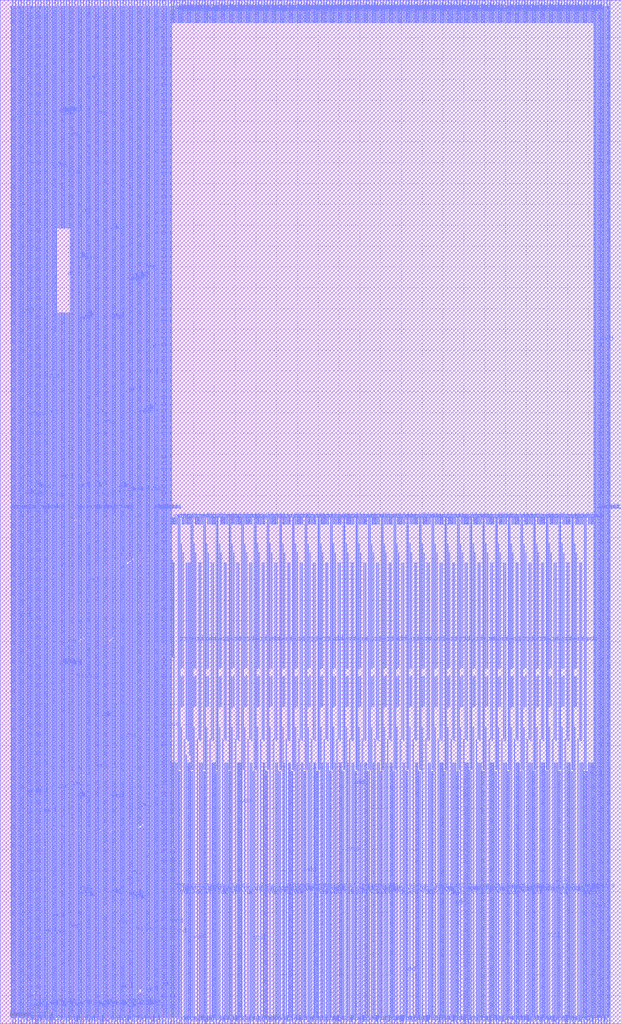
<source format=lef>
VERSION 5.8 ;
BUSBITCHARS "[]" ;
DIVIDERCHAR "/" ;

MACRO sram22_512x32m4w32
  CLASS BLOCK ;
  ORIGIN 82.945 243.405 ;
  FOREIGN sram22_512x32m4w32 -82.945 -243.405 ;
  SIZE 298.49 BY 491.57 ;
  SYMMETRY X Y R90 ;
  PIN vdd
    DIRECTION INOUT ;
    USE POWER ;
    PORT
      LAYER met3 ;
        RECT 207.235 246.76 207.565 247.89 ;
        RECT 207.235 242.595 207.565 242.925 ;
        RECT 207.235 241.235 207.565 241.565 ;
        RECT 207.235 239.875 207.565 240.205 ;
        RECT 207.235 238.515 207.565 238.845 ;
        RECT 207.235 237.155 207.565 237.485 ;
        RECT 207.235 -0.845 207.565 -0.515 ;
        RECT 207.235 -2.205 207.565 -1.875 ;
        RECT 207.235 -3.565 207.565 -3.235 ;
        RECT 207.235 -4.925 207.565 -4.595 ;
        RECT 207.235 -6.285 207.565 -5.955 ;
        RECT 207.235 -7.645 207.565 -7.315 ;
        RECT 207.235 -9.005 207.565 -8.675 ;
        RECT 207.235 -10.365 207.565 -10.035 ;
        RECT 207.235 -11.725 207.565 -11.395 ;
        RECT 207.235 -13.085 207.565 -12.755 ;
        RECT 207.235 -14.445 207.565 -14.115 ;
        RECT 207.235 -15.805 207.565 -15.475 ;
        RECT 207.235 -17.165 207.565 -16.835 ;
        RECT 207.235 -18.525 207.565 -18.195 ;
        RECT 207.235 -19.885 207.565 -19.555 ;
        RECT 207.235 -21.245 207.565 -20.915 ;
        RECT 207.235 -22.605 207.565 -22.275 ;
        RECT 207.235 -23.965 207.565 -23.635 ;
        RECT 207.235 -25.325 207.565 -24.995 ;
        RECT 207.235 -26.685 207.565 -26.355 ;
        RECT 207.235 -28.045 207.565 -27.715 ;
        RECT 207.235 -29.405 207.565 -29.075 ;
        RECT 207.235 -30.765 207.565 -30.435 ;
        RECT 207.235 -32.125 207.565 -31.795 ;
        RECT 207.235 -33.485 207.565 -33.155 ;
        RECT 207.235 -34.845 207.565 -34.515 ;
        RECT 207.235 -36.205 207.565 -35.875 ;
        RECT 207.235 -37.565 207.565 -37.235 ;
        RECT 207.235 -38.925 207.565 -38.595 ;
        RECT 207.235 -40.285 207.565 -39.955 ;
        RECT 207.235 -41.645 207.565 -41.315 ;
        RECT 207.235 -43.005 207.565 -42.675 ;
        RECT 207.235 -44.365 207.565 -44.035 ;
        RECT 207.235 -45.725 207.565 -45.395 ;
        RECT 207.235 -47.085 207.565 -46.755 ;
        RECT 207.235 -48.445 207.565 -48.115 ;
        RECT 207.235 -49.805 207.565 -49.475 ;
        RECT 207.235 -51.165 207.565 -50.835 ;
        RECT 207.235 -52.525 207.565 -52.195 ;
        RECT 207.235 -53.885 207.565 -53.555 ;
        RECT 207.235 -55.245 207.565 -54.915 ;
        RECT 207.235 -56.605 207.565 -56.275 ;
        RECT 207.235 -57.965 207.565 -57.635 ;
        RECT 207.235 -59.325 207.565 -58.995 ;
        RECT 207.235 -60.685 207.565 -60.355 ;
        RECT 207.235 -62.045 207.565 -61.715 ;
        RECT 207.235 -63.405 207.565 -63.075 ;
        RECT 207.235 -64.765 207.565 -64.435 ;
        RECT 207.235 -66.125 207.565 -65.795 ;
        RECT 207.235 -67.485 207.565 -67.155 ;
        RECT 207.235 -68.845 207.565 -68.515 ;
        RECT 207.235 -70.205 207.565 -69.875 ;
        RECT 207.235 -71.565 207.565 -71.235 ;
        RECT 207.235 -72.925 207.565 -72.595 ;
        RECT 207.235 -74.285 207.565 -73.955 ;
        RECT 207.235 -75.645 207.565 -75.315 ;
        RECT 207.235 -77.005 207.565 -76.675 ;
        RECT 207.235 -78.365 207.565 -78.035 ;
        RECT 207.235 -79.725 207.565 -79.395 ;
        RECT 207.235 -81.085 207.565 -80.755 ;
        RECT 207.235 -82.445 207.565 -82.115 ;
        RECT 207.235 -83.805 207.565 -83.475 ;
        RECT 207.235 -85.165 207.565 -84.835 ;
        RECT 207.235 -86.525 207.565 -86.195 ;
        RECT 207.235 -87.885 207.565 -87.555 ;
        RECT 207.235 -89.245 207.565 -88.915 ;
        RECT 207.235 -90.605 207.565 -90.275 ;
        RECT 207.235 -91.965 207.565 -91.635 ;
        RECT 207.235 -93.325 207.565 -92.995 ;
        RECT 207.235 -94.685 207.565 -94.355 ;
        RECT 207.235 -96.045 207.565 -95.715 ;
        RECT 207.235 -97.405 207.565 -97.075 ;
        RECT 207.235 -98.765 207.565 -98.435 ;
        RECT 207.235 -100.125 207.565 -99.795 ;
        RECT 207.235 -101.485 207.565 -101.155 ;
        RECT 207.235 -102.845 207.565 -102.515 ;
        RECT 207.235 -104.205 207.565 -103.875 ;
        RECT 207.235 -105.565 207.565 -105.235 ;
        RECT 207.235 -106.925 207.565 -106.595 ;
        RECT 207.235 -108.285 207.565 -107.955 ;
        RECT 207.235 -109.645 207.565 -109.315 ;
        RECT 207.235 -111.005 207.565 -110.675 ;
        RECT 207.235 -112.365 207.565 -112.035 ;
        RECT 207.235 -113.725 207.565 -113.395 ;
        RECT 207.235 -115.085 207.565 -114.755 ;
        RECT 207.235 -116.445 207.565 -116.115 ;
        RECT 207.235 -117.805 207.565 -117.475 ;
        RECT 207.235 -119.165 207.565 -118.835 ;
        RECT 207.235 -120.525 207.565 -120.195 ;
        RECT 207.235 -121.885 207.565 -121.555 ;
        RECT 207.235 -123.245 207.565 -122.915 ;
        RECT 207.235 -124.605 207.565 -124.275 ;
        RECT 207.235 -125.965 207.565 -125.635 ;
        RECT 207.235 -127.325 207.565 -126.995 ;
        RECT 207.235 -128.685 207.565 -128.355 ;
        RECT 207.235 -130.045 207.565 -129.715 ;
        RECT 207.235 -131.405 207.565 -131.075 ;
        RECT 207.235 -132.765 207.565 -132.435 ;
        RECT 207.235 -134.125 207.565 -133.795 ;
        RECT 207.235 -135.485 207.565 -135.155 ;
        RECT 207.235 -136.845 207.565 -136.515 ;
        RECT 207.235 -138.205 207.565 -137.875 ;
        RECT 207.235 -139.565 207.565 -139.235 ;
        RECT 207.235 -140.925 207.565 -140.595 ;
        RECT 207.235 -142.285 207.565 -141.955 ;
        RECT 207.235 -143.645 207.565 -143.315 ;
        RECT 207.235 -145.005 207.565 -144.675 ;
        RECT 207.235 -146.365 207.565 -146.035 ;
        RECT 207.235 -147.725 207.565 -147.395 ;
        RECT 207.235 -149.085 207.565 -148.755 ;
        RECT 207.235 -150.445 207.565 -150.115 ;
        RECT 207.235 -151.805 207.565 -151.475 ;
        RECT 207.235 -153.165 207.565 -152.835 ;
        RECT 207.235 -154.525 207.565 -154.195 ;
        RECT 207.235 -155.885 207.565 -155.555 ;
        RECT 207.235 -157.245 207.565 -156.915 ;
        RECT 207.235 -158.605 207.565 -158.275 ;
        RECT 207.235 -159.965 207.565 -159.635 ;
        RECT 207.235 -161.325 207.565 -160.995 ;
        RECT 207.235 -162.685 207.565 -162.355 ;
        RECT 207.235 -164.045 207.565 -163.715 ;
        RECT 207.235 -165.405 207.565 -165.075 ;
        RECT 207.235 -166.765 207.565 -166.435 ;
        RECT 207.235 -168.125 207.565 -167.795 ;
        RECT 207.235 -169.485 207.565 -169.155 ;
        RECT 207.235 -170.845 207.565 -170.515 ;
        RECT 207.235 -172.205 207.565 -171.875 ;
        RECT 207.235 -173.565 207.565 -173.235 ;
        RECT 207.235 -174.925 207.565 -174.595 ;
        RECT 207.235 -176.285 207.565 -175.955 ;
        RECT 207.235 -177.645 207.565 -177.315 ;
        RECT 207.235 -179.005 207.565 -178.675 ;
        RECT 207.235 -180.365 207.565 -180.035 ;
        RECT 207.235 -181.725 207.565 -181.395 ;
        RECT 207.235 -183.085 207.565 -182.755 ;
        RECT 207.235 -184.445 207.565 -184.115 ;
        RECT 207.235 -185.805 207.565 -185.475 ;
        RECT 207.235 -187.165 207.565 -186.835 ;
        RECT 207.235 -188.525 207.565 -188.195 ;
        RECT 207.235 -189.885 207.565 -189.555 ;
        RECT 207.235 -191.245 207.565 -190.915 ;
        RECT 207.235 -192.605 207.565 -192.275 ;
        RECT 207.235 -193.965 207.565 -193.635 ;
        RECT 207.235 -195.325 207.565 -194.995 ;
        RECT 207.235 -196.685 207.565 -196.355 ;
        RECT 207.235 -198.045 207.565 -197.715 ;
        RECT 207.235 -199.405 207.565 -199.075 ;
        RECT 207.235 -200.765 207.565 -200.435 ;
        RECT 207.235 -202.125 207.565 -201.795 ;
        RECT 207.235 -203.485 207.565 -203.155 ;
        RECT 207.235 -204.845 207.565 -204.515 ;
        RECT 207.235 -206.205 207.565 -205.875 ;
        RECT 207.235 -207.565 207.565 -207.235 ;
        RECT 207.235 -208.925 207.565 -208.595 ;
        RECT 207.235 -210.285 207.565 -209.955 ;
        RECT 207.235 -211.645 207.565 -211.315 ;
        RECT 207.235 -213.005 207.565 -212.675 ;
        RECT 207.235 -214.365 207.565 -214.035 ;
        RECT 207.235 -215.725 207.565 -215.395 ;
        RECT 207.235 -217.085 207.565 -216.755 ;
        RECT 207.235 -218.445 207.565 -218.115 ;
        RECT 207.235 -219.805 207.565 -219.475 ;
        RECT 207.235 -221.165 207.565 -220.835 ;
        RECT 207.235 -222.525 207.565 -222.195 ;
        RECT 207.235 -223.885 207.565 -223.555 ;
        RECT 207.235 -225.245 207.565 -224.915 ;
        RECT 207.235 -226.605 207.565 -226.275 ;
        RECT 207.235 -227.965 207.565 -227.635 ;
        RECT 207.235 -229.325 207.565 -228.995 ;
        RECT 207.235 -230.685 207.565 -230.355 ;
        RECT 207.235 -232.045 207.565 -231.715 ;
        RECT 207.235 -233.405 207.565 -233.075 ;
        RECT 207.235 -234.765 207.565 -234.435 ;
        RECT 207.235 -236.125 207.565 -235.795 ;
        RECT 207.235 -237.485 207.565 -237.155 ;
        RECT 207.235 -243.13 207.565 -242 ;
        RECT 207.24 -243.245 207.56 248.005 ;
    END
    PORT
      LAYER met3 ;
        RECT 208.595 246.76 208.925 247.89 ;
        RECT 208.595 242.595 208.925 242.925 ;
        RECT 208.595 241.235 208.925 241.565 ;
        RECT 208.595 239.875 208.925 240.205 ;
        RECT 208.595 238.515 208.925 238.845 ;
        RECT 208.595 237.155 208.925 237.485 ;
        RECT 208.595 235.795 208.925 236.125 ;
        RECT 208.595 234.435 208.925 234.765 ;
        RECT 208.595 233.075 208.925 233.405 ;
        RECT 208.595 231.715 208.925 232.045 ;
        RECT 208.595 230.355 208.925 230.685 ;
        RECT 208.595 228.995 208.925 229.325 ;
        RECT 208.595 227.635 208.925 227.965 ;
        RECT 208.595 226.275 208.925 226.605 ;
        RECT 208.595 224.915 208.925 225.245 ;
        RECT 208.595 223.555 208.925 223.885 ;
        RECT 208.595 222.195 208.925 222.525 ;
        RECT 208.595 220.835 208.925 221.165 ;
        RECT 208.595 219.475 208.925 219.805 ;
        RECT 208.595 218.115 208.925 218.445 ;
        RECT 208.595 216.755 208.925 217.085 ;
        RECT 208.595 215.395 208.925 215.725 ;
        RECT 208.595 214.035 208.925 214.365 ;
        RECT 208.595 212.675 208.925 213.005 ;
        RECT 208.595 211.315 208.925 211.645 ;
        RECT 208.595 209.955 208.925 210.285 ;
        RECT 208.595 208.595 208.925 208.925 ;
        RECT 208.595 207.235 208.925 207.565 ;
        RECT 208.595 205.875 208.925 206.205 ;
        RECT 208.595 204.515 208.925 204.845 ;
        RECT 208.595 203.155 208.925 203.485 ;
        RECT 208.595 201.795 208.925 202.125 ;
        RECT 208.595 200.435 208.925 200.765 ;
        RECT 208.595 199.075 208.925 199.405 ;
        RECT 208.595 197.715 208.925 198.045 ;
        RECT 208.595 196.355 208.925 196.685 ;
        RECT 208.595 194.995 208.925 195.325 ;
        RECT 208.595 193.635 208.925 193.965 ;
        RECT 208.595 192.275 208.925 192.605 ;
        RECT 208.595 190.915 208.925 191.245 ;
        RECT 208.595 189.555 208.925 189.885 ;
        RECT 208.595 188.195 208.925 188.525 ;
        RECT 208.595 186.835 208.925 187.165 ;
        RECT 208.595 185.475 208.925 185.805 ;
        RECT 208.595 184.115 208.925 184.445 ;
        RECT 208.595 182.755 208.925 183.085 ;
        RECT 208.595 181.395 208.925 181.725 ;
        RECT 208.595 180.035 208.925 180.365 ;
        RECT 208.595 178.675 208.925 179.005 ;
        RECT 208.595 177.315 208.925 177.645 ;
        RECT 208.595 175.955 208.925 176.285 ;
        RECT 208.595 174.595 208.925 174.925 ;
        RECT 208.595 173.235 208.925 173.565 ;
        RECT 208.595 171.875 208.925 172.205 ;
        RECT 208.595 170.515 208.925 170.845 ;
        RECT 208.595 169.155 208.925 169.485 ;
        RECT 208.595 167.795 208.925 168.125 ;
        RECT 208.595 166.435 208.925 166.765 ;
        RECT 208.595 165.075 208.925 165.405 ;
        RECT 208.595 163.715 208.925 164.045 ;
        RECT 208.595 162.355 208.925 162.685 ;
        RECT 208.595 160.995 208.925 161.325 ;
        RECT 208.595 159.635 208.925 159.965 ;
        RECT 208.595 158.275 208.925 158.605 ;
        RECT 208.595 156.915 208.925 157.245 ;
        RECT 208.595 155.555 208.925 155.885 ;
        RECT 208.595 154.195 208.925 154.525 ;
        RECT 208.595 152.835 208.925 153.165 ;
        RECT 208.595 151.475 208.925 151.805 ;
        RECT 208.595 150.115 208.925 150.445 ;
        RECT 208.595 148.755 208.925 149.085 ;
        RECT 208.595 147.395 208.925 147.725 ;
        RECT 208.595 146.035 208.925 146.365 ;
        RECT 208.595 144.675 208.925 145.005 ;
        RECT 208.595 143.315 208.925 143.645 ;
        RECT 208.595 141.955 208.925 142.285 ;
        RECT 208.595 140.595 208.925 140.925 ;
        RECT 208.595 139.235 208.925 139.565 ;
        RECT 208.595 137.875 208.925 138.205 ;
        RECT 208.595 136.515 208.925 136.845 ;
        RECT 208.595 135.155 208.925 135.485 ;
        RECT 208.595 133.795 208.925 134.125 ;
        RECT 208.595 132.435 208.925 132.765 ;
        RECT 208.595 131.075 208.925 131.405 ;
        RECT 208.595 129.715 208.925 130.045 ;
        RECT 208.595 128.355 208.925 128.685 ;
        RECT 208.595 126.995 208.925 127.325 ;
        RECT 208.595 125.635 208.925 125.965 ;
        RECT 208.595 124.275 208.925 124.605 ;
        RECT 208.595 122.915 208.925 123.245 ;
        RECT 208.595 121.555 208.925 121.885 ;
        RECT 208.595 120.195 208.925 120.525 ;
        RECT 208.595 118.835 208.925 119.165 ;
        RECT 208.595 117.475 208.925 117.805 ;
        RECT 208.595 116.115 208.925 116.445 ;
        RECT 208.595 114.755 208.925 115.085 ;
        RECT 208.595 113.395 208.925 113.725 ;
        RECT 208.595 112.035 208.925 112.365 ;
        RECT 208.595 110.675 208.925 111.005 ;
        RECT 208.595 109.315 208.925 109.645 ;
        RECT 208.595 107.955 208.925 108.285 ;
        RECT 208.595 106.595 208.925 106.925 ;
        RECT 208.595 105.235 208.925 105.565 ;
        RECT 208.595 103.875 208.925 104.205 ;
        RECT 208.595 102.515 208.925 102.845 ;
        RECT 208.595 101.155 208.925 101.485 ;
        RECT 208.595 99.795 208.925 100.125 ;
        RECT 208.595 98.435 208.925 98.765 ;
        RECT 208.595 97.075 208.925 97.405 ;
        RECT 208.595 95.715 208.925 96.045 ;
        RECT 208.595 94.355 208.925 94.685 ;
        RECT 208.595 92.995 208.925 93.325 ;
        RECT 208.595 91.635 208.925 91.965 ;
        RECT 208.595 90.275 208.925 90.605 ;
        RECT 208.595 88.915 208.925 89.245 ;
        RECT 208.595 87.555 208.925 87.885 ;
        RECT 208.595 86.195 208.925 86.525 ;
        RECT 208.595 84.835 208.925 85.165 ;
        RECT 208.595 83.475 208.925 83.805 ;
        RECT 208.595 82.115 208.925 82.445 ;
        RECT 208.595 80.755 208.925 81.085 ;
        RECT 208.595 79.395 208.925 79.725 ;
        RECT 208.595 78.035 208.925 78.365 ;
        RECT 208.595 76.675 208.925 77.005 ;
        RECT 208.595 75.315 208.925 75.645 ;
        RECT 208.595 73.955 208.925 74.285 ;
        RECT 208.595 72.595 208.925 72.925 ;
        RECT 208.595 71.235 208.925 71.565 ;
        RECT 208.595 69.875 208.925 70.205 ;
        RECT 208.595 68.515 208.925 68.845 ;
        RECT 208.595 67.155 208.925 67.485 ;
        RECT 208.595 65.795 208.925 66.125 ;
        RECT 208.595 64.435 208.925 64.765 ;
        RECT 208.595 63.075 208.925 63.405 ;
        RECT 208.595 61.715 208.925 62.045 ;
        RECT 208.595 60.355 208.925 60.685 ;
        RECT 208.595 58.995 208.925 59.325 ;
        RECT 208.595 57.635 208.925 57.965 ;
        RECT 208.595 56.275 208.925 56.605 ;
        RECT 208.595 54.915 208.925 55.245 ;
        RECT 208.595 53.555 208.925 53.885 ;
        RECT 208.595 52.195 208.925 52.525 ;
        RECT 208.595 50.835 208.925 51.165 ;
        RECT 208.595 49.475 208.925 49.805 ;
        RECT 208.595 48.115 208.925 48.445 ;
        RECT 208.595 46.755 208.925 47.085 ;
        RECT 208.595 45.395 208.925 45.725 ;
        RECT 208.595 44.035 208.925 44.365 ;
        RECT 208.595 42.675 208.925 43.005 ;
        RECT 208.595 41.315 208.925 41.645 ;
        RECT 208.595 39.955 208.925 40.285 ;
        RECT 208.595 38.595 208.925 38.925 ;
        RECT 208.595 37.235 208.925 37.565 ;
        RECT 208.595 35.875 208.925 36.205 ;
        RECT 208.595 34.515 208.925 34.845 ;
        RECT 208.595 33.155 208.925 33.485 ;
        RECT 208.595 31.795 208.925 32.125 ;
        RECT 208.595 30.435 208.925 30.765 ;
        RECT 208.595 29.075 208.925 29.405 ;
        RECT 208.595 27.715 208.925 28.045 ;
        RECT 208.595 26.355 208.925 26.685 ;
        RECT 208.595 24.995 208.925 25.325 ;
        RECT 208.595 23.635 208.925 23.965 ;
        RECT 208.595 22.275 208.925 22.605 ;
        RECT 208.595 20.915 208.925 21.245 ;
        RECT 208.595 19.555 208.925 19.885 ;
        RECT 208.595 18.195 208.925 18.525 ;
        RECT 208.595 16.835 208.925 17.165 ;
        RECT 208.595 15.475 208.925 15.805 ;
        RECT 208.595 14.115 208.925 14.445 ;
        RECT 208.595 12.755 208.925 13.085 ;
        RECT 208.595 11.395 208.925 11.725 ;
        RECT 208.595 10.035 208.925 10.365 ;
        RECT 208.595 8.675 208.925 9.005 ;
        RECT 208.595 7.315 208.925 7.645 ;
        RECT 208.595 5.955 208.925 6.285 ;
        RECT 208.595 4.595 208.925 4.925 ;
        RECT 208.595 3.235 208.925 3.565 ;
        RECT 208.595 1.875 208.925 2.205 ;
        RECT 208.595 0.515 208.925 0.845 ;
        RECT 208.595 -0.845 208.925 -0.515 ;
        RECT 208.595 -2.205 208.925 -1.875 ;
        RECT 208.595 -3.565 208.925 -3.235 ;
        RECT 208.595 -4.925 208.925 -4.595 ;
        RECT 208.595 -6.285 208.925 -5.955 ;
        RECT 208.595 -7.645 208.925 -7.315 ;
        RECT 208.595 -9.005 208.925 -8.675 ;
        RECT 208.595 -10.365 208.925 -10.035 ;
        RECT 208.595 -11.725 208.925 -11.395 ;
        RECT 208.595 -13.085 208.925 -12.755 ;
        RECT 208.595 -14.445 208.925 -14.115 ;
        RECT 208.595 -15.805 208.925 -15.475 ;
        RECT 208.595 -17.165 208.925 -16.835 ;
        RECT 208.595 -18.525 208.925 -18.195 ;
        RECT 208.595 -19.885 208.925 -19.555 ;
        RECT 208.595 -21.245 208.925 -20.915 ;
        RECT 208.595 -22.605 208.925 -22.275 ;
        RECT 208.595 -23.965 208.925 -23.635 ;
        RECT 208.595 -25.325 208.925 -24.995 ;
        RECT 208.595 -26.685 208.925 -26.355 ;
        RECT 208.595 -28.045 208.925 -27.715 ;
        RECT 208.595 -29.405 208.925 -29.075 ;
        RECT 208.595 -30.765 208.925 -30.435 ;
        RECT 208.595 -32.125 208.925 -31.795 ;
        RECT 208.595 -33.485 208.925 -33.155 ;
        RECT 208.595 -34.845 208.925 -34.515 ;
        RECT 208.595 -36.205 208.925 -35.875 ;
        RECT 208.595 -37.565 208.925 -37.235 ;
        RECT 208.595 -38.925 208.925 -38.595 ;
        RECT 208.595 -40.285 208.925 -39.955 ;
        RECT 208.595 -41.645 208.925 -41.315 ;
        RECT 208.595 -43.005 208.925 -42.675 ;
        RECT 208.595 -44.365 208.925 -44.035 ;
        RECT 208.595 -45.725 208.925 -45.395 ;
        RECT 208.595 -47.085 208.925 -46.755 ;
        RECT 208.595 -48.445 208.925 -48.115 ;
        RECT 208.595 -49.805 208.925 -49.475 ;
        RECT 208.595 -51.165 208.925 -50.835 ;
        RECT 208.595 -52.525 208.925 -52.195 ;
        RECT 208.595 -53.885 208.925 -53.555 ;
        RECT 208.595 -55.245 208.925 -54.915 ;
        RECT 208.595 -56.605 208.925 -56.275 ;
        RECT 208.595 -57.965 208.925 -57.635 ;
        RECT 208.595 -59.325 208.925 -58.995 ;
        RECT 208.595 -60.685 208.925 -60.355 ;
        RECT 208.595 -62.045 208.925 -61.715 ;
        RECT 208.595 -63.405 208.925 -63.075 ;
        RECT 208.595 -64.765 208.925 -64.435 ;
        RECT 208.595 -66.125 208.925 -65.795 ;
        RECT 208.595 -67.485 208.925 -67.155 ;
        RECT 208.595 -68.845 208.925 -68.515 ;
        RECT 208.595 -70.205 208.925 -69.875 ;
        RECT 208.595 -71.565 208.925 -71.235 ;
        RECT 208.595 -72.925 208.925 -72.595 ;
        RECT 208.595 -74.285 208.925 -73.955 ;
        RECT 208.595 -75.645 208.925 -75.315 ;
        RECT 208.595 -77.005 208.925 -76.675 ;
        RECT 208.595 -78.365 208.925 -78.035 ;
        RECT 208.595 -79.725 208.925 -79.395 ;
        RECT 208.595 -81.085 208.925 -80.755 ;
        RECT 208.595 -82.445 208.925 -82.115 ;
        RECT 208.595 -83.805 208.925 -83.475 ;
        RECT 208.595 -85.165 208.925 -84.835 ;
        RECT 208.595 -86.525 208.925 -86.195 ;
        RECT 208.595 -87.885 208.925 -87.555 ;
        RECT 208.595 -89.245 208.925 -88.915 ;
        RECT 208.595 -90.605 208.925 -90.275 ;
        RECT 208.595 -91.965 208.925 -91.635 ;
        RECT 208.595 -93.325 208.925 -92.995 ;
        RECT 208.595 -94.685 208.925 -94.355 ;
        RECT 208.595 -96.045 208.925 -95.715 ;
        RECT 208.595 -97.405 208.925 -97.075 ;
        RECT 208.595 -98.765 208.925 -98.435 ;
        RECT 208.595 -100.125 208.925 -99.795 ;
        RECT 208.595 -101.485 208.925 -101.155 ;
        RECT 208.595 -102.845 208.925 -102.515 ;
        RECT 208.595 -104.205 208.925 -103.875 ;
        RECT 208.595 -105.565 208.925 -105.235 ;
        RECT 208.595 -106.925 208.925 -106.595 ;
        RECT 208.595 -108.285 208.925 -107.955 ;
        RECT 208.595 -109.645 208.925 -109.315 ;
        RECT 208.595 -111.005 208.925 -110.675 ;
        RECT 208.595 -112.365 208.925 -112.035 ;
        RECT 208.595 -113.725 208.925 -113.395 ;
        RECT 208.595 -115.085 208.925 -114.755 ;
        RECT 208.595 -116.445 208.925 -116.115 ;
        RECT 208.595 -117.805 208.925 -117.475 ;
        RECT 208.595 -119.165 208.925 -118.835 ;
        RECT 208.595 -120.525 208.925 -120.195 ;
        RECT 208.595 -121.885 208.925 -121.555 ;
        RECT 208.595 -123.245 208.925 -122.915 ;
        RECT 208.595 -124.605 208.925 -124.275 ;
        RECT 208.595 -125.965 208.925 -125.635 ;
        RECT 208.595 -127.325 208.925 -126.995 ;
        RECT 208.595 -128.685 208.925 -128.355 ;
        RECT 208.595 -130.045 208.925 -129.715 ;
        RECT 208.595 -131.405 208.925 -131.075 ;
        RECT 208.595 -132.765 208.925 -132.435 ;
        RECT 208.595 -134.125 208.925 -133.795 ;
        RECT 208.595 -135.485 208.925 -135.155 ;
        RECT 208.595 -136.845 208.925 -136.515 ;
        RECT 208.595 -138.205 208.925 -137.875 ;
        RECT 208.595 -139.565 208.925 -139.235 ;
        RECT 208.595 -140.925 208.925 -140.595 ;
        RECT 208.595 -142.285 208.925 -141.955 ;
        RECT 208.595 -143.645 208.925 -143.315 ;
        RECT 208.595 -145.005 208.925 -144.675 ;
        RECT 208.595 -146.365 208.925 -146.035 ;
        RECT 208.595 -147.725 208.925 -147.395 ;
        RECT 208.595 -149.085 208.925 -148.755 ;
        RECT 208.595 -150.445 208.925 -150.115 ;
        RECT 208.595 -151.805 208.925 -151.475 ;
        RECT 208.595 -153.165 208.925 -152.835 ;
        RECT 208.595 -154.525 208.925 -154.195 ;
        RECT 208.595 -155.885 208.925 -155.555 ;
        RECT 208.595 -157.245 208.925 -156.915 ;
        RECT 208.595 -158.605 208.925 -158.275 ;
        RECT 208.595 -159.965 208.925 -159.635 ;
        RECT 208.595 -161.325 208.925 -160.995 ;
        RECT 208.595 -162.685 208.925 -162.355 ;
        RECT 208.595 -164.045 208.925 -163.715 ;
        RECT 208.595 -165.405 208.925 -165.075 ;
        RECT 208.595 -166.765 208.925 -166.435 ;
        RECT 208.595 -168.125 208.925 -167.795 ;
        RECT 208.595 -169.485 208.925 -169.155 ;
        RECT 208.595 -170.845 208.925 -170.515 ;
        RECT 208.595 -172.205 208.925 -171.875 ;
        RECT 208.595 -173.565 208.925 -173.235 ;
        RECT 208.595 -174.925 208.925 -174.595 ;
        RECT 208.595 -176.285 208.925 -175.955 ;
        RECT 208.595 -177.645 208.925 -177.315 ;
        RECT 208.595 -179.005 208.925 -178.675 ;
        RECT 208.595 -180.365 208.925 -180.035 ;
        RECT 208.595 -181.725 208.925 -181.395 ;
        RECT 208.595 -183.085 208.925 -182.755 ;
        RECT 208.595 -184.445 208.925 -184.115 ;
        RECT 208.595 -185.805 208.925 -185.475 ;
        RECT 208.595 -187.165 208.925 -186.835 ;
        RECT 208.595 -188.525 208.925 -188.195 ;
        RECT 208.595 -189.885 208.925 -189.555 ;
        RECT 208.595 -191.245 208.925 -190.915 ;
        RECT 208.595 -192.605 208.925 -192.275 ;
        RECT 208.595 -193.965 208.925 -193.635 ;
        RECT 208.595 -195.325 208.925 -194.995 ;
        RECT 208.595 -196.685 208.925 -196.355 ;
        RECT 208.595 -198.045 208.925 -197.715 ;
        RECT 208.595 -199.405 208.925 -199.075 ;
        RECT 208.595 -200.765 208.925 -200.435 ;
        RECT 208.595 -202.125 208.925 -201.795 ;
        RECT 208.595 -203.485 208.925 -203.155 ;
        RECT 208.595 -204.845 208.925 -204.515 ;
        RECT 208.595 -206.205 208.925 -205.875 ;
        RECT 208.595 -207.565 208.925 -207.235 ;
        RECT 208.595 -208.925 208.925 -208.595 ;
        RECT 208.595 -210.285 208.925 -209.955 ;
        RECT 208.595 -211.645 208.925 -211.315 ;
        RECT 208.595 -213.005 208.925 -212.675 ;
        RECT 208.595 -214.365 208.925 -214.035 ;
        RECT 208.595 -215.725 208.925 -215.395 ;
        RECT 208.595 -217.085 208.925 -216.755 ;
        RECT 208.595 -218.445 208.925 -218.115 ;
        RECT 208.595 -219.805 208.925 -219.475 ;
        RECT 208.595 -221.165 208.925 -220.835 ;
        RECT 208.595 -222.525 208.925 -222.195 ;
        RECT 208.595 -223.885 208.925 -223.555 ;
        RECT 208.595 -225.245 208.925 -224.915 ;
        RECT 208.595 -226.605 208.925 -226.275 ;
        RECT 208.595 -227.965 208.925 -227.635 ;
        RECT 208.595 -229.325 208.925 -228.995 ;
        RECT 208.595 -230.685 208.925 -230.355 ;
        RECT 208.595 -232.045 208.925 -231.715 ;
        RECT 208.595 -233.405 208.925 -233.075 ;
        RECT 208.595 -234.765 208.925 -234.435 ;
        RECT 208.595 -236.125 208.925 -235.795 ;
        RECT 208.595 -237.485 208.925 -237.155 ;
        RECT 208.595 -243.13 208.925 -242 ;
        RECT 208.6 -243.245 208.92 248.005 ;
    END
    PORT
      LAYER met3 ;
        RECT 209.955 246.76 210.285 247.89 ;
        RECT 209.955 242.595 210.285 242.925 ;
        RECT 209.955 241.235 210.285 241.565 ;
        RECT 209.955 239.875 210.285 240.205 ;
        RECT 209.955 238.515 210.285 238.845 ;
        RECT 209.955 237.155 210.285 237.485 ;
        RECT 209.955 235.795 210.285 236.125 ;
        RECT 209.955 234.435 210.285 234.765 ;
        RECT 209.955 233.075 210.285 233.405 ;
        RECT 209.955 231.715 210.285 232.045 ;
        RECT 209.955 230.355 210.285 230.685 ;
        RECT 209.955 228.995 210.285 229.325 ;
        RECT 209.955 227.635 210.285 227.965 ;
        RECT 209.955 226.275 210.285 226.605 ;
        RECT 209.955 224.915 210.285 225.245 ;
        RECT 209.955 223.555 210.285 223.885 ;
        RECT 209.955 222.195 210.285 222.525 ;
        RECT 209.955 220.835 210.285 221.165 ;
        RECT 209.955 219.475 210.285 219.805 ;
        RECT 209.955 218.115 210.285 218.445 ;
        RECT 209.955 216.755 210.285 217.085 ;
        RECT 209.955 215.395 210.285 215.725 ;
        RECT 209.955 214.035 210.285 214.365 ;
        RECT 209.955 212.675 210.285 213.005 ;
        RECT 209.955 211.315 210.285 211.645 ;
        RECT 209.955 209.955 210.285 210.285 ;
        RECT 209.955 208.595 210.285 208.925 ;
        RECT 209.955 207.235 210.285 207.565 ;
        RECT 209.955 205.875 210.285 206.205 ;
        RECT 209.955 204.515 210.285 204.845 ;
        RECT 209.955 203.155 210.285 203.485 ;
        RECT 209.955 201.795 210.285 202.125 ;
        RECT 209.955 200.435 210.285 200.765 ;
        RECT 209.955 199.075 210.285 199.405 ;
        RECT 209.955 197.715 210.285 198.045 ;
        RECT 209.955 196.355 210.285 196.685 ;
        RECT 209.955 194.995 210.285 195.325 ;
        RECT 209.955 193.635 210.285 193.965 ;
        RECT 209.955 192.275 210.285 192.605 ;
        RECT 209.955 190.915 210.285 191.245 ;
        RECT 209.955 189.555 210.285 189.885 ;
        RECT 209.955 188.195 210.285 188.525 ;
        RECT 209.955 186.835 210.285 187.165 ;
        RECT 209.955 185.475 210.285 185.805 ;
        RECT 209.955 184.115 210.285 184.445 ;
        RECT 209.955 182.755 210.285 183.085 ;
        RECT 209.955 181.395 210.285 181.725 ;
        RECT 209.955 180.035 210.285 180.365 ;
        RECT 209.955 178.675 210.285 179.005 ;
        RECT 209.955 177.315 210.285 177.645 ;
        RECT 209.955 175.955 210.285 176.285 ;
        RECT 209.955 174.595 210.285 174.925 ;
        RECT 209.955 173.235 210.285 173.565 ;
        RECT 209.955 171.875 210.285 172.205 ;
        RECT 209.955 170.515 210.285 170.845 ;
        RECT 209.955 169.155 210.285 169.485 ;
        RECT 209.955 167.795 210.285 168.125 ;
        RECT 209.955 166.435 210.285 166.765 ;
        RECT 209.955 165.075 210.285 165.405 ;
        RECT 209.955 163.715 210.285 164.045 ;
        RECT 209.955 162.355 210.285 162.685 ;
        RECT 209.955 160.995 210.285 161.325 ;
        RECT 209.955 159.635 210.285 159.965 ;
        RECT 209.955 158.275 210.285 158.605 ;
        RECT 209.955 156.915 210.285 157.245 ;
        RECT 209.955 155.555 210.285 155.885 ;
        RECT 209.955 154.195 210.285 154.525 ;
        RECT 209.955 152.835 210.285 153.165 ;
        RECT 209.955 151.475 210.285 151.805 ;
        RECT 209.955 150.115 210.285 150.445 ;
        RECT 209.955 148.755 210.285 149.085 ;
        RECT 209.955 147.395 210.285 147.725 ;
        RECT 209.955 146.035 210.285 146.365 ;
        RECT 209.955 144.675 210.285 145.005 ;
        RECT 209.955 143.315 210.285 143.645 ;
        RECT 209.955 141.955 210.285 142.285 ;
        RECT 209.955 140.595 210.285 140.925 ;
        RECT 209.955 139.235 210.285 139.565 ;
        RECT 209.955 137.875 210.285 138.205 ;
        RECT 209.955 136.515 210.285 136.845 ;
        RECT 209.955 135.155 210.285 135.485 ;
        RECT 209.955 133.795 210.285 134.125 ;
        RECT 209.955 132.435 210.285 132.765 ;
        RECT 209.955 131.075 210.285 131.405 ;
        RECT 209.955 129.715 210.285 130.045 ;
        RECT 209.955 128.355 210.285 128.685 ;
        RECT 209.955 126.995 210.285 127.325 ;
        RECT 209.955 125.635 210.285 125.965 ;
        RECT 209.955 124.275 210.285 124.605 ;
        RECT 209.955 122.915 210.285 123.245 ;
        RECT 209.955 121.555 210.285 121.885 ;
        RECT 209.955 120.195 210.285 120.525 ;
        RECT 209.955 118.835 210.285 119.165 ;
        RECT 209.955 117.475 210.285 117.805 ;
        RECT 209.955 116.115 210.285 116.445 ;
        RECT 209.955 114.755 210.285 115.085 ;
        RECT 209.955 113.395 210.285 113.725 ;
        RECT 209.955 112.035 210.285 112.365 ;
        RECT 209.955 110.675 210.285 111.005 ;
        RECT 209.955 109.315 210.285 109.645 ;
        RECT 209.955 107.955 210.285 108.285 ;
        RECT 209.955 106.595 210.285 106.925 ;
        RECT 209.955 105.235 210.285 105.565 ;
        RECT 209.955 103.875 210.285 104.205 ;
        RECT 209.955 102.515 210.285 102.845 ;
        RECT 209.955 101.155 210.285 101.485 ;
        RECT 209.955 99.795 210.285 100.125 ;
        RECT 209.955 98.435 210.285 98.765 ;
        RECT 209.955 97.075 210.285 97.405 ;
        RECT 209.955 95.715 210.285 96.045 ;
        RECT 209.955 94.355 210.285 94.685 ;
        RECT 209.955 92.995 210.285 93.325 ;
        RECT 209.955 91.635 210.285 91.965 ;
        RECT 209.955 90.275 210.285 90.605 ;
        RECT 209.955 88.915 210.285 89.245 ;
        RECT 209.955 87.555 210.285 87.885 ;
        RECT 209.955 86.195 210.285 86.525 ;
        RECT 209.955 84.835 210.285 85.165 ;
        RECT 209.955 83.475 210.285 83.805 ;
        RECT 209.955 82.115 210.285 82.445 ;
        RECT 209.955 80.755 210.285 81.085 ;
        RECT 209.955 79.395 210.285 79.725 ;
        RECT 209.955 78.035 210.285 78.365 ;
        RECT 209.955 76.675 210.285 77.005 ;
        RECT 209.955 75.315 210.285 75.645 ;
        RECT 209.955 73.955 210.285 74.285 ;
        RECT 209.955 72.595 210.285 72.925 ;
        RECT 209.955 71.235 210.285 71.565 ;
        RECT 209.955 69.875 210.285 70.205 ;
        RECT 209.955 68.515 210.285 68.845 ;
        RECT 209.955 67.155 210.285 67.485 ;
        RECT 209.955 65.795 210.285 66.125 ;
        RECT 209.955 64.435 210.285 64.765 ;
        RECT 209.955 63.075 210.285 63.405 ;
        RECT 209.955 61.715 210.285 62.045 ;
        RECT 209.955 60.355 210.285 60.685 ;
        RECT 209.955 58.995 210.285 59.325 ;
        RECT 209.955 57.635 210.285 57.965 ;
        RECT 209.955 56.275 210.285 56.605 ;
        RECT 209.955 54.915 210.285 55.245 ;
        RECT 209.955 53.555 210.285 53.885 ;
        RECT 209.955 52.195 210.285 52.525 ;
        RECT 209.955 50.835 210.285 51.165 ;
        RECT 209.955 49.475 210.285 49.805 ;
        RECT 209.955 48.115 210.285 48.445 ;
        RECT 209.955 46.755 210.285 47.085 ;
        RECT 209.955 45.395 210.285 45.725 ;
        RECT 209.955 44.035 210.285 44.365 ;
        RECT 209.955 42.675 210.285 43.005 ;
        RECT 209.955 41.315 210.285 41.645 ;
        RECT 209.955 39.955 210.285 40.285 ;
        RECT 209.955 38.595 210.285 38.925 ;
        RECT 209.955 37.235 210.285 37.565 ;
        RECT 209.955 35.875 210.285 36.205 ;
        RECT 209.955 34.515 210.285 34.845 ;
        RECT 209.955 33.155 210.285 33.485 ;
        RECT 209.955 31.795 210.285 32.125 ;
        RECT 209.955 30.435 210.285 30.765 ;
        RECT 209.955 29.075 210.285 29.405 ;
        RECT 209.955 27.715 210.285 28.045 ;
        RECT 209.955 26.355 210.285 26.685 ;
        RECT 209.955 24.995 210.285 25.325 ;
        RECT 209.955 23.635 210.285 23.965 ;
        RECT 209.955 22.275 210.285 22.605 ;
        RECT 209.955 20.915 210.285 21.245 ;
        RECT 209.955 19.555 210.285 19.885 ;
        RECT 209.955 18.195 210.285 18.525 ;
        RECT 209.955 16.835 210.285 17.165 ;
        RECT 209.955 15.475 210.285 15.805 ;
        RECT 209.955 14.115 210.285 14.445 ;
        RECT 209.955 12.755 210.285 13.085 ;
        RECT 209.955 11.395 210.285 11.725 ;
        RECT 209.955 10.035 210.285 10.365 ;
        RECT 209.955 8.675 210.285 9.005 ;
        RECT 209.955 7.315 210.285 7.645 ;
        RECT 209.955 5.955 210.285 6.285 ;
        RECT 209.955 4.595 210.285 4.925 ;
        RECT 209.955 3.235 210.285 3.565 ;
        RECT 209.955 1.875 210.285 2.205 ;
        RECT 209.955 0.515 210.285 0.845 ;
        RECT 209.955 -0.845 210.285 -0.515 ;
        RECT 209.955 -2.205 210.285 -1.875 ;
        RECT 209.955 -3.565 210.285 -3.235 ;
        RECT 209.955 -4.925 210.285 -4.595 ;
        RECT 209.955 -6.285 210.285 -5.955 ;
        RECT 209.955 -7.645 210.285 -7.315 ;
        RECT 209.955 -9.005 210.285 -8.675 ;
        RECT 209.955 -10.365 210.285 -10.035 ;
        RECT 209.955 -11.725 210.285 -11.395 ;
        RECT 209.955 -13.085 210.285 -12.755 ;
        RECT 209.955 -14.445 210.285 -14.115 ;
        RECT 209.955 -15.805 210.285 -15.475 ;
        RECT 209.955 -17.165 210.285 -16.835 ;
        RECT 209.955 -18.525 210.285 -18.195 ;
        RECT 209.955 -19.885 210.285 -19.555 ;
        RECT 209.955 -21.245 210.285 -20.915 ;
        RECT 209.955 -22.605 210.285 -22.275 ;
        RECT 209.955 -23.965 210.285 -23.635 ;
        RECT 209.955 -25.325 210.285 -24.995 ;
        RECT 209.955 -26.685 210.285 -26.355 ;
        RECT 209.955 -28.045 210.285 -27.715 ;
        RECT 209.955 -29.405 210.285 -29.075 ;
        RECT 209.955 -30.765 210.285 -30.435 ;
        RECT 209.955 -32.125 210.285 -31.795 ;
        RECT 209.955 -33.485 210.285 -33.155 ;
        RECT 209.955 -34.845 210.285 -34.515 ;
        RECT 209.955 -36.205 210.285 -35.875 ;
        RECT 209.955 -37.565 210.285 -37.235 ;
        RECT 209.955 -38.925 210.285 -38.595 ;
        RECT 209.955 -40.285 210.285 -39.955 ;
        RECT 209.955 -41.645 210.285 -41.315 ;
        RECT 209.955 -43.005 210.285 -42.675 ;
        RECT 209.955 -44.365 210.285 -44.035 ;
        RECT 209.955 -45.725 210.285 -45.395 ;
        RECT 209.955 -47.085 210.285 -46.755 ;
        RECT 209.955 -48.445 210.285 -48.115 ;
        RECT 209.955 -49.805 210.285 -49.475 ;
        RECT 209.955 -51.165 210.285 -50.835 ;
        RECT 209.955 -52.525 210.285 -52.195 ;
        RECT 209.955 -53.885 210.285 -53.555 ;
        RECT 209.955 -55.245 210.285 -54.915 ;
        RECT 209.955 -56.605 210.285 -56.275 ;
        RECT 209.955 -57.965 210.285 -57.635 ;
        RECT 209.955 -59.325 210.285 -58.995 ;
        RECT 209.955 -60.685 210.285 -60.355 ;
        RECT 209.955 -62.045 210.285 -61.715 ;
        RECT 209.955 -63.405 210.285 -63.075 ;
        RECT 209.955 -64.765 210.285 -64.435 ;
        RECT 209.955 -66.125 210.285 -65.795 ;
        RECT 209.955 -67.485 210.285 -67.155 ;
        RECT 209.955 -68.845 210.285 -68.515 ;
        RECT 209.955 -70.205 210.285 -69.875 ;
        RECT 209.955 -71.565 210.285 -71.235 ;
        RECT 209.955 -72.925 210.285 -72.595 ;
        RECT 209.955 -74.285 210.285 -73.955 ;
        RECT 209.955 -75.645 210.285 -75.315 ;
        RECT 209.955 -77.005 210.285 -76.675 ;
        RECT 209.955 -78.365 210.285 -78.035 ;
        RECT 209.955 -79.725 210.285 -79.395 ;
        RECT 209.955 -81.085 210.285 -80.755 ;
        RECT 209.955 -82.445 210.285 -82.115 ;
        RECT 209.955 -83.805 210.285 -83.475 ;
        RECT 209.955 -85.165 210.285 -84.835 ;
        RECT 209.955 -86.525 210.285 -86.195 ;
        RECT 209.955 -87.885 210.285 -87.555 ;
        RECT 209.955 -89.245 210.285 -88.915 ;
        RECT 209.955 -90.605 210.285 -90.275 ;
        RECT 209.955 -91.965 210.285 -91.635 ;
        RECT 209.955 -93.325 210.285 -92.995 ;
        RECT 209.955 -94.685 210.285 -94.355 ;
        RECT 209.955 -96.045 210.285 -95.715 ;
        RECT 209.955 -97.405 210.285 -97.075 ;
        RECT 209.955 -98.765 210.285 -98.435 ;
        RECT 209.955 -100.125 210.285 -99.795 ;
        RECT 209.955 -101.485 210.285 -101.155 ;
        RECT 209.955 -102.845 210.285 -102.515 ;
        RECT 209.955 -104.205 210.285 -103.875 ;
        RECT 209.955 -105.565 210.285 -105.235 ;
        RECT 209.955 -106.925 210.285 -106.595 ;
        RECT 209.955 -108.285 210.285 -107.955 ;
        RECT 209.955 -109.645 210.285 -109.315 ;
        RECT 209.955 -111.005 210.285 -110.675 ;
        RECT 209.955 -112.365 210.285 -112.035 ;
        RECT 209.955 -113.725 210.285 -113.395 ;
        RECT 209.955 -115.085 210.285 -114.755 ;
        RECT 209.955 -116.445 210.285 -116.115 ;
        RECT 209.955 -117.805 210.285 -117.475 ;
        RECT 209.955 -119.165 210.285 -118.835 ;
        RECT 209.955 -120.525 210.285 -120.195 ;
        RECT 209.955 -121.885 210.285 -121.555 ;
        RECT 209.955 -123.245 210.285 -122.915 ;
        RECT 209.955 -124.605 210.285 -124.275 ;
        RECT 209.955 -125.965 210.285 -125.635 ;
        RECT 209.955 -127.325 210.285 -126.995 ;
        RECT 209.955 -128.685 210.285 -128.355 ;
        RECT 209.955 -130.045 210.285 -129.715 ;
        RECT 209.955 -131.405 210.285 -131.075 ;
        RECT 209.955 -132.765 210.285 -132.435 ;
        RECT 209.955 -134.125 210.285 -133.795 ;
        RECT 209.955 -135.485 210.285 -135.155 ;
        RECT 209.955 -136.845 210.285 -136.515 ;
        RECT 209.955 -138.205 210.285 -137.875 ;
        RECT 209.955 -139.565 210.285 -139.235 ;
        RECT 209.955 -140.925 210.285 -140.595 ;
        RECT 209.955 -142.285 210.285 -141.955 ;
        RECT 209.955 -143.645 210.285 -143.315 ;
        RECT 209.955 -145.005 210.285 -144.675 ;
        RECT 209.955 -146.365 210.285 -146.035 ;
        RECT 209.955 -147.725 210.285 -147.395 ;
        RECT 209.955 -149.085 210.285 -148.755 ;
        RECT 209.955 -150.445 210.285 -150.115 ;
        RECT 209.955 -151.805 210.285 -151.475 ;
        RECT 209.955 -153.165 210.285 -152.835 ;
        RECT 209.955 -154.525 210.285 -154.195 ;
        RECT 209.955 -155.885 210.285 -155.555 ;
        RECT 209.955 -157.245 210.285 -156.915 ;
        RECT 209.955 -158.605 210.285 -158.275 ;
        RECT 209.955 -159.965 210.285 -159.635 ;
        RECT 209.955 -161.325 210.285 -160.995 ;
        RECT 209.955 -162.685 210.285 -162.355 ;
        RECT 209.955 -164.045 210.285 -163.715 ;
        RECT 209.955 -165.405 210.285 -165.075 ;
        RECT 209.955 -166.765 210.285 -166.435 ;
        RECT 209.955 -168.125 210.285 -167.795 ;
        RECT 209.955 -169.485 210.285 -169.155 ;
        RECT 209.955 -170.845 210.285 -170.515 ;
        RECT 209.955 -172.205 210.285 -171.875 ;
        RECT 209.955 -173.565 210.285 -173.235 ;
        RECT 209.955 -174.925 210.285 -174.595 ;
        RECT 209.955 -176.285 210.285 -175.955 ;
        RECT 209.955 -177.645 210.285 -177.315 ;
        RECT 209.955 -179.005 210.285 -178.675 ;
        RECT 209.955 -180.365 210.285 -180.035 ;
        RECT 209.955 -181.725 210.285 -181.395 ;
        RECT 209.955 -183.085 210.285 -182.755 ;
        RECT 209.955 -184.445 210.285 -184.115 ;
        RECT 209.955 -185.805 210.285 -185.475 ;
        RECT 209.955 -187.165 210.285 -186.835 ;
        RECT 209.955 -188.525 210.285 -188.195 ;
        RECT 209.955 -189.885 210.285 -189.555 ;
        RECT 209.955 -191.245 210.285 -190.915 ;
        RECT 209.955 -192.605 210.285 -192.275 ;
        RECT 209.955 -193.965 210.285 -193.635 ;
        RECT 209.955 -195.325 210.285 -194.995 ;
        RECT 209.955 -196.685 210.285 -196.355 ;
        RECT 209.955 -198.045 210.285 -197.715 ;
        RECT 209.955 -199.405 210.285 -199.075 ;
        RECT 209.955 -200.765 210.285 -200.435 ;
        RECT 209.955 -202.125 210.285 -201.795 ;
        RECT 209.955 -203.485 210.285 -203.155 ;
        RECT 209.955 -204.845 210.285 -204.515 ;
        RECT 209.955 -206.205 210.285 -205.875 ;
        RECT 209.955 -207.565 210.285 -207.235 ;
        RECT 209.955 -208.925 210.285 -208.595 ;
        RECT 209.955 -210.285 210.285 -209.955 ;
        RECT 209.955 -211.645 210.285 -211.315 ;
        RECT 209.955 -213.005 210.285 -212.675 ;
        RECT 209.955 -214.365 210.285 -214.035 ;
        RECT 209.955 -215.725 210.285 -215.395 ;
        RECT 209.955 -217.085 210.285 -216.755 ;
        RECT 209.955 -218.445 210.285 -218.115 ;
        RECT 209.955 -219.805 210.285 -219.475 ;
        RECT 209.955 -221.165 210.285 -220.835 ;
        RECT 209.955 -222.525 210.285 -222.195 ;
        RECT 209.955 -223.885 210.285 -223.555 ;
        RECT 209.955 -225.245 210.285 -224.915 ;
        RECT 209.955 -226.605 210.285 -226.275 ;
        RECT 209.955 -227.965 210.285 -227.635 ;
        RECT 209.955 -229.325 210.285 -228.995 ;
        RECT 209.955 -230.685 210.285 -230.355 ;
        RECT 209.955 -232.045 210.285 -231.715 ;
        RECT 209.955 -233.405 210.285 -233.075 ;
        RECT 209.955 -234.765 210.285 -234.435 ;
        RECT 209.955 -236.125 210.285 -235.795 ;
        RECT 209.955 -237.485 210.285 -237.155 ;
        RECT 209.955 -243.13 210.285 -242 ;
        RECT 209.96 -243.245 210.28 248.005 ;
    END
    PORT
      LAYER met3 ;
        RECT 201.795 246.76 202.125 247.89 ;
        RECT 201.795 242.595 202.125 242.925 ;
        RECT 201.795 241.235 202.125 241.565 ;
        RECT 201.795 239.875 202.125 240.205 ;
        RECT 201.795 238.515 202.125 238.845 ;
        RECT 201.795 237.155 202.125 237.485 ;
        RECT 201.8 237.155 202.12 248.005 ;
    END
    PORT
      LAYER met3 ;
        RECT 201.795 -0.845 202.125 -0.515 ;
        RECT 201.795 -2.205 202.125 -1.875 ;
        RECT 201.795 -3.565 202.125 -3.235 ;
        RECT 201.8 -3.565 202.12 -0.515 ;
    END
    PORT
      LAYER met3 ;
        RECT 201.795 -119.165 202.125 -118.835 ;
        RECT 201.795 -120.525 202.125 -120.195 ;
        RECT 201.795 -121.885 202.125 -121.555 ;
        RECT 201.795 -123.245 202.125 -122.915 ;
        RECT 201.795 -124.605 202.125 -124.275 ;
        RECT 201.795 -125.965 202.125 -125.635 ;
        RECT 201.795 -127.325 202.125 -126.995 ;
        RECT 201.795 -128.685 202.125 -128.355 ;
        RECT 201.795 -130.045 202.125 -129.715 ;
        RECT 201.795 -131.405 202.125 -131.075 ;
        RECT 201.795 -132.765 202.125 -132.435 ;
        RECT 201.795 -134.125 202.125 -133.795 ;
        RECT 201.795 -135.485 202.125 -135.155 ;
        RECT 201.795 -136.845 202.125 -136.515 ;
        RECT 201.795 -138.205 202.125 -137.875 ;
        RECT 201.795 -139.565 202.125 -139.235 ;
        RECT 201.795 -140.925 202.125 -140.595 ;
        RECT 201.795 -142.285 202.125 -141.955 ;
        RECT 201.795 -143.645 202.125 -143.315 ;
        RECT 201.795 -145.005 202.125 -144.675 ;
        RECT 201.795 -146.365 202.125 -146.035 ;
        RECT 201.795 -147.725 202.125 -147.395 ;
        RECT 201.795 -149.085 202.125 -148.755 ;
        RECT 201.795 -150.445 202.125 -150.115 ;
        RECT 201.795 -151.805 202.125 -151.475 ;
        RECT 201.795 -153.165 202.125 -152.835 ;
        RECT 201.795 -154.525 202.125 -154.195 ;
        RECT 201.795 -155.885 202.125 -155.555 ;
        RECT 201.795 -157.245 202.125 -156.915 ;
        RECT 201.795 -158.605 202.125 -158.275 ;
        RECT 201.795 -159.965 202.125 -159.635 ;
        RECT 201.795 -161.325 202.125 -160.995 ;
        RECT 201.795 -162.685 202.125 -162.355 ;
        RECT 201.795 -164.045 202.125 -163.715 ;
        RECT 201.795 -165.405 202.125 -165.075 ;
        RECT 201.795 -166.765 202.125 -166.435 ;
        RECT 201.795 -168.125 202.125 -167.795 ;
        RECT 201.795 -169.485 202.125 -169.155 ;
        RECT 201.795 -170.845 202.125 -170.515 ;
        RECT 201.795 -172.205 202.125 -171.875 ;
        RECT 201.795 -173.565 202.125 -173.235 ;
        RECT 201.795 -174.925 202.125 -174.595 ;
        RECT 201.795 -176.285 202.125 -175.955 ;
        RECT 201.795 -177.645 202.125 -177.315 ;
        RECT 201.795 -179.005 202.125 -178.675 ;
        RECT 201.795 -180.365 202.125 -180.035 ;
        RECT 201.795 -181.725 202.125 -181.395 ;
        RECT 201.795 -183.085 202.125 -182.755 ;
        RECT 201.795 -184.445 202.125 -184.115 ;
        RECT 201.795 -185.805 202.125 -185.475 ;
        RECT 201.795 -187.165 202.125 -186.835 ;
        RECT 201.795 -188.525 202.125 -188.195 ;
        RECT 201.795 -189.885 202.125 -189.555 ;
        RECT 201.795 -191.245 202.125 -190.915 ;
        RECT 201.795 -192.605 202.125 -192.275 ;
        RECT 201.795 -193.965 202.125 -193.635 ;
        RECT 201.795 -195.325 202.125 -194.995 ;
        RECT 201.795 -196.685 202.125 -196.355 ;
        RECT 201.795 -198.045 202.125 -197.715 ;
        RECT 201.795 -199.405 202.125 -199.075 ;
        RECT 201.795 -200.765 202.125 -200.435 ;
        RECT 201.795 -202.125 202.125 -201.795 ;
        RECT 201.795 -203.485 202.125 -203.155 ;
        RECT 201.795 -204.845 202.125 -204.515 ;
        RECT 201.795 -206.205 202.125 -205.875 ;
        RECT 201.795 -207.565 202.125 -207.235 ;
        RECT 201.795 -208.925 202.125 -208.595 ;
        RECT 201.795 -210.285 202.125 -209.955 ;
        RECT 201.795 -211.645 202.125 -211.315 ;
        RECT 201.795 -213.005 202.125 -212.675 ;
        RECT 201.795 -214.365 202.125 -214.035 ;
        RECT 201.795 -215.725 202.125 -215.395 ;
        RECT 201.795 -217.085 202.125 -216.755 ;
        RECT 201.795 -218.445 202.125 -218.115 ;
        RECT 201.795 -219.805 202.125 -219.475 ;
        RECT 201.795 -221.165 202.125 -220.835 ;
        RECT 201.795 -222.525 202.125 -222.195 ;
        RECT 201.795 -223.885 202.125 -223.555 ;
        RECT 201.795 -225.245 202.125 -224.915 ;
        RECT 201.795 -226.605 202.125 -226.275 ;
        RECT 201.795 -227.965 202.125 -227.635 ;
        RECT 201.795 -229.325 202.125 -228.995 ;
        RECT 201.795 -230.685 202.125 -230.355 ;
        RECT 201.795 -232.045 202.125 -231.715 ;
        RECT 201.795 -233.405 202.125 -233.075 ;
        RECT 201.795 -234.765 202.125 -234.435 ;
        RECT 201.795 -236.125 202.125 -235.795 ;
        RECT 201.795 -237.485 202.125 -237.155 ;
        RECT 201.795 -243.13 202.125 -242 ;
        RECT 201.8 -243.245 202.12 -118.16 ;
    END
    PORT
      LAYER met3 ;
        RECT 203.155 246.76 203.485 247.89 ;
        RECT 203.155 242.595 203.485 242.925 ;
        RECT 203.155 241.235 203.485 241.565 ;
        RECT 203.155 239.875 203.485 240.205 ;
        RECT 203.155 238.515 203.485 238.845 ;
        RECT 203.155 237.155 203.485 237.485 ;
        RECT 203.155 235.17 203.485 235.5 ;
        RECT 203.155 232.995 203.485 233.325 ;
        RECT 203.155 231.415 203.485 231.745 ;
        RECT 203.155 230.565 203.485 230.895 ;
        RECT 203.155 228.255 203.485 228.585 ;
        RECT 203.155 227.405 203.485 227.735 ;
        RECT 203.155 225.095 203.485 225.425 ;
        RECT 203.155 224.245 203.485 224.575 ;
        RECT 203.155 221.935 203.485 222.265 ;
        RECT 203.155 221.085 203.485 221.415 ;
        RECT 203.155 218.775 203.485 219.105 ;
        RECT 203.155 217.195 203.485 217.525 ;
        RECT 203.155 216.345 203.485 216.675 ;
        RECT 203.155 214.035 203.485 214.365 ;
        RECT 203.155 213.185 203.485 213.515 ;
        RECT 203.155 210.875 203.485 211.205 ;
        RECT 203.155 210.025 203.485 210.355 ;
        RECT 203.155 207.715 203.485 208.045 ;
        RECT 203.155 206.865 203.485 207.195 ;
        RECT 203.155 204.555 203.485 204.885 ;
        RECT 203.155 202.975 203.485 203.305 ;
        RECT 203.155 202.125 203.485 202.455 ;
        RECT 203.155 199.815 203.485 200.145 ;
        RECT 203.155 198.965 203.485 199.295 ;
        RECT 203.155 196.655 203.485 196.985 ;
        RECT 203.155 195.805 203.485 196.135 ;
        RECT 203.155 193.495 203.485 193.825 ;
        RECT 203.155 192.645 203.485 192.975 ;
        RECT 203.155 190.335 203.485 190.665 ;
        RECT 203.155 188.755 203.485 189.085 ;
        RECT 203.155 187.905 203.485 188.235 ;
        RECT 203.155 185.595 203.485 185.925 ;
        RECT 203.155 184.745 203.485 185.075 ;
        RECT 203.155 182.435 203.485 182.765 ;
        RECT 203.155 181.585 203.485 181.915 ;
        RECT 203.155 179.275 203.485 179.605 ;
        RECT 203.155 178.425 203.485 178.755 ;
        RECT 203.155 176.115 203.485 176.445 ;
        RECT 203.155 174.535 203.485 174.865 ;
        RECT 203.155 173.685 203.485 174.015 ;
        RECT 203.155 171.375 203.485 171.705 ;
        RECT 203.155 170.525 203.485 170.855 ;
        RECT 203.155 168.215 203.485 168.545 ;
        RECT 203.155 167.365 203.485 167.695 ;
        RECT 203.155 165.055 203.485 165.385 ;
        RECT 203.155 164.205 203.485 164.535 ;
        RECT 203.155 161.895 203.485 162.225 ;
        RECT 203.155 160.315 203.485 160.645 ;
        RECT 203.155 159.465 203.485 159.795 ;
        RECT 203.155 157.155 203.485 157.485 ;
        RECT 203.155 156.305 203.485 156.635 ;
        RECT 203.155 153.995 203.485 154.325 ;
        RECT 203.155 153.145 203.485 153.475 ;
        RECT 203.155 150.835 203.485 151.165 ;
        RECT 203.155 149.985 203.485 150.315 ;
        RECT 203.155 147.675 203.485 148.005 ;
        RECT 203.155 146.095 203.485 146.425 ;
        RECT 203.155 145.245 203.485 145.575 ;
        RECT 203.155 142.935 203.485 143.265 ;
        RECT 203.155 142.085 203.485 142.415 ;
        RECT 203.155 139.775 203.485 140.105 ;
        RECT 203.155 138.925 203.485 139.255 ;
        RECT 203.155 136.615 203.485 136.945 ;
        RECT 203.155 135.765 203.485 136.095 ;
        RECT 203.155 133.455 203.485 133.785 ;
        RECT 203.155 131.875 203.485 132.205 ;
        RECT 203.155 131.025 203.485 131.355 ;
        RECT 203.155 128.715 203.485 129.045 ;
        RECT 203.155 127.865 203.485 128.195 ;
        RECT 203.155 125.555 203.485 125.885 ;
        RECT 203.155 124.705 203.485 125.035 ;
        RECT 203.155 122.395 203.485 122.725 ;
        RECT 203.155 121.545 203.485 121.875 ;
        RECT 203.155 119.235 203.485 119.565 ;
        RECT 203.155 117.655 203.485 117.985 ;
        RECT 203.155 116.805 203.485 117.135 ;
        RECT 203.155 114.495 203.485 114.825 ;
        RECT 203.155 113.645 203.485 113.975 ;
        RECT 203.155 111.335 203.485 111.665 ;
        RECT 203.155 110.485 203.485 110.815 ;
        RECT 203.155 108.175 203.485 108.505 ;
        RECT 203.155 107.325 203.485 107.655 ;
        RECT 203.155 105.015 203.485 105.345 ;
        RECT 203.155 103.435 203.485 103.765 ;
        RECT 203.155 102.585 203.485 102.915 ;
        RECT 203.155 100.275 203.485 100.605 ;
        RECT 203.155 99.425 203.485 99.755 ;
        RECT 203.155 97.115 203.485 97.445 ;
        RECT 203.155 96.265 203.485 96.595 ;
        RECT 203.155 93.955 203.485 94.285 ;
        RECT 203.155 93.105 203.485 93.435 ;
        RECT 203.155 90.795 203.485 91.125 ;
        RECT 203.155 89.215 203.485 89.545 ;
        RECT 203.155 88.365 203.485 88.695 ;
        RECT 203.155 86.055 203.485 86.385 ;
        RECT 203.155 85.205 203.485 85.535 ;
        RECT 203.155 82.895 203.485 83.225 ;
        RECT 203.155 82.045 203.485 82.375 ;
        RECT 203.155 79.735 203.485 80.065 ;
        RECT 203.155 78.885 203.485 79.215 ;
        RECT 203.155 76.575 203.485 76.905 ;
        RECT 203.155 74.995 203.485 75.325 ;
        RECT 203.155 74.145 203.485 74.475 ;
        RECT 203.155 71.835 203.485 72.165 ;
        RECT 203.155 70.985 203.485 71.315 ;
        RECT 203.155 68.675 203.485 69.005 ;
        RECT 203.155 67.825 203.485 68.155 ;
        RECT 203.155 65.515 203.485 65.845 ;
        RECT 203.155 64.665 203.485 64.995 ;
        RECT 203.155 62.355 203.485 62.685 ;
        RECT 203.155 60.775 203.485 61.105 ;
        RECT 203.155 59.925 203.485 60.255 ;
        RECT 203.155 57.615 203.485 57.945 ;
        RECT 203.155 56.765 203.485 57.095 ;
        RECT 203.155 54.455 203.485 54.785 ;
        RECT 203.155 53.605 203.485 53.935 ;
        RECT 203.155 51.295 203.485 51.625 ;
        RECT 203.155 50.445 203.485 50.775 ;
        RECT 203.155 48.135 203.485 48.465 ;
        RECT 203.155 46.555 203.485 46.885 ;
        RECT 203.155 45.705 203.485 46.035 ;
        RECT 203.155 43.395 203.485 43.725 ;
        RECT 203.155 42.545 203.485 42.875 ;
        RECT 203.155 40.235 203.485 40.565 ;
        RECT 203.155 39.385 203.485 39.715 ;
        RECT 203.155 37.075 203.485 37.405 ;
        RECT 203.155 36.225 203.485 36.555 ;
        RECT 203.155 33.915 203.485 34.245 ;
        RECT 203.155 32.335 203.485 32.665 ;
        RECT 203.155 31.485 203.485 31.815 ;
        RECT 203.155 29.175 203.485 29.505 ;
        RECT 203.155 28.325 203.485 28.655 ;
        RECT 203.155 26.015 203.485 26.345 ;
        RECT 203.155 25.165 203.485 25.495 ;
        RECT 203.155 22.855 203.485 23.185 ;
        RECT 203.155 22.005 203.485 22.335 ;
        RECT 203.155 19.695 203.485 20.025 ;
        RECT 203.155 18.115 203.485 18.445 ;
        RECT 203.155 17.265 203.485 17.595 ;
        RECT 203.155 14.955 203.485 15.285 ;
        RECT 203.155 14.105 203.485 14.435 ;
        RECT 203.155 11.795 203.485 12.125 ;
        RECT 203.155 10.945 203.485 11.275 ;
        RECT 203.155 8.635 203.485 8.965 ;
        RECT 203.155 7.785 203.485 8.115 ;
        RECT 203.155 5.475 203.485 5.805 ;
        RECT 203.155 3.895 203.485 4.225 ;
        RECT 203.155 3.045 203.485 3.375 ;
        RECT 203.155 0.87 203.485 1.2 ;
        RECT 203.155 -0.845 203.485 -0.515 ;
        RECT 203.155 -2.205 203.485 -1.875 ;
        RECT 203.155 -3.565 203.485 -3.235 ;
        RECT 203.155 -4.925 203.485 -4.595 ;
        RECT 203.155 -6.285 203.485 -5.955 ;
        RECT 203.155 -7.645 203.485 -7.315 ;
        RECT 203.155 -9.005 203.485 -8.675 ;
        RECT 203.155 -10.365 203.485 -10.035 ;
        RECT 203.155 -11.725 203.485 -11.395 ;
        RECT 203.155 -13.085 203.485 -12.755 ;
        RECT 203.155 -14.445 203.485 -14.115 ;
        RECT 203.155 -15.805 203.485 -15.475 ;
        RECT 203.155 -17.165 203.485 -16.835 ;
        RECT 203.155 -18.525 203.485 -18.195 ;
        RECT 203.155 -19.885 203.485 -19.555 ;
        RECT 203.155 -21.245 203.485 -20.915 ;
        RECT 203.155 -22.605 203.485 -22.275 ;
        RECT 203.155 -23.965 203.485 -23.635 ;
        RECT 203.155 -25.325 203.485 -24.995 ;
        RECT 203.155 -26.685 203.485 -26.355 ;
        RECT 203.155 -28.045 203.485 -27.715 ;
        RECT 203.155 -29.405 203.485 -29.075 ;
        RECT 203.155 -30.765 203.485 -30.435 ;
        RECT 203.155 -32.125 203.485 -31.795 ;
        RECT 203.155 -33.485 203.485 -33.155 ;
        RECT 203.155 -34.845 203.485 -34.515 ;
        RECT 203.155 -36.205 203.485 -35.875 ;
        RECT 203.155 -37.565 203.485 -37.235 ;
        RECT 203.155 -38.925 203.485 -38.595 ;
        RECT 203.155 -40.285 203.485 -39.955 ;
        RECT 203.155 -41.645 203.485 -41.315 ;
        RECT 203.155 -43.005 203.485 -42.675 ;
        RECT 203.155 -44.365 203.485 -44.035 ;
        RECT 203.155 -45.725 203.485 -45.395 ;
        RECT 203.155 -47.085 203.485 -46.755 ;
        RECT 203.155 -48.445 203.485 -48.115 ;
        RECT 203.155 -49.805 203.485 -49.475 ;
        RECT 203.155 -51.165 203.485 -50.835 ;
        RECT 203.155 -52.525 203.485 -52.195 ;
        RECT 203.155 -53.885 203.485 -53.555 ;
        RECT 203.155 -55.245 203.485 -54.915 ;
        RECT 203.155 -56.605 203.485 -56.275 ;
        RECT 203.155 -57.965 203.485 -57.635 ;
        RECT 203.155 -59.325 203.485 -58.995 ;
        RECT 203.155 -60.685 203.485 -60.355 ;
        RECT 203.155 -62.045 203.485 -61.715 ;
        RECT 203.155 -63.405 203.485 -63.075 ;
        RECT 203.155 -64.765 203.485 -64.435 ;
        RECT 203.155 -66.125 203.485 -65.795 ;
        RECT 203.155 -67.485 203.485 -67.155 ;
        RECT 203.155 -68.845 203.485 -68.515 ;
        RECT 203.155 -70.205 203.485 -69.875 ;
        RECT 203.155 -71.565 203.485 -71.235 ;
        RECT 203.155 -72.925 203.485 -72.595 ;
        RECT 203.155 -74.285 203.485 -73.955 ;
        RECT 203.155 -75.645 203.485 -75.315 ;
        RECT 203.155 -77.005 203.485 -76.675 ;
        RECT 203.155 -78.365 203.485 -78.035 ;
        RECT 203.155 -79.725 203.485 -79.395 ;
        RECT 203.155 -81.085 203.485 -80.755 ;
        RECT 203.155 -82.445 203.485 -82.115 ;
        RECT 203.155 -83.805 203.485 -83.475 ;
        RECT 203.155 -85.165 203.485 -84.835 ;
        RECT 203.155 -86.525 203.485 -86.195 ;
        RECT 203.155 -87.885 203.485 -87.555 ;
        RECT 203.155 -89.245 203.485 -88.915 ;
        RECT 203.155 -90.605 203.485 -90.275 ;
        RECT 203.155 -91.965 203.485 -91.635 ;
        RECT 203.155 -93.325 203.485 -92.995 ;
        RECT 203.155 -94.685 203.485 -94.355 ;
        RECT 203.155 -96.045 203.485 -95.715 ;
        RECT 203.155 -97.405 203.485 -97.075 ;
        RECT 203.155 -98.765 203.485 -98.435 ;
        RECT 203.155 -100.125 203.485 -99.795 ;
        RECT 203.155 -101.485 203.485 -101.155 ;
        RECT 203.155 -102.845 203.485 -102.515 ;
        RECT 203.155 -104.205 203.485 -103.875 ;
        RECT 203.155 -105.565 203.485 -105.235 ;
        RECT 203.155 -106.925 203.485 -106.595 ;
        RECT 203.155 -108.285 203.485 -107.955 ;
        RECT 203.155 -109.645 203.485 -109.315 ;
        RECT 203.155 -111.005 203.485 -110.675 ;
        RECT 203.155 -112.365 203.485 -112.035 ;
        RECT 203.155 -113.725 203.485 -113.395 ;
        RECT 203.155 -115.085 203.485 -114.755 ;
        RECT 203.155 -116.445 203.485 -116.115 ;
        RECT 203.155 -117.805 203.485 -117.475 ;
        RECT 203.155 -119.165 203.485 -118.835 ;
        RECT 203.155 -120.525 203.485 -120.195 ;
        RECT 203.155 -121.885 203.485 -121.555 ;
        RECT 203.155 -123.245 203.485 -122.915 ;
        RECT 203.155 -124.605 203.485 -124.275 ;
        RECT 203.155 -125.965 203.485 -125.635 ;
        RECT 203.155 -127.325 203.485 -126.995 ;
        RECT 203.155 -128.685 203.485 -128.355 ;
        RECT 203.155 -130.045 203.485 -129.715 ;
        RECT 203.155 -131.405 203.485 -131.075 ;
        RECT 203.155 -132.765 203.485 -132.435 ;
        RECT 203.155 -134.125 203.485 -133.795 ;
        RECT 203.155 -135.485 203.485 -135.155 ;
        RECT 203.155 -136.845 203.485 -136.515 ;
        RECT 203.155 -138.205 203.485 -137.875 ;
        RECT 203.155 -139.565 203.485 -139.235 ;
        RECT 203.155 -140.925 203.485 -140.595 ;
        RECT 203.155 -142.285 203.485 -141.955 ;
        RECT 203.155 -143.645 203.485 -143.315 ;
        RECT 203.155 -145.005 203.485 -144.675 ;
        RECT 203.155 -146.365 203.485 -146.035 ;
        RECT 203.155 -147.725 203.485 -147.395 ;
        RECT 203.155 -149.085 203.485 -148.755 ;
        RECT 203.155 -150.445 203.485 -150.115 ;
        RECT 203.155 -151.805 203.485 -151.475 ;
        RECT 203.155 -153.165 203.485 -152.835 ;
        RECT 203.155 -154.525 203.485 -154.195 ;
        RECT 203.155 -155.885 203.485 -155.555 ;
        RECT 203.155 -157.245 203.485 -156.915 ;
        RECT 203.155 -158.605 203.485 -158.275 ;
        RECT 203.155 -159.965 203.485 -159.635 ;
        RECT 203.155 -161.325 203.485 -160.995 ;
        RECT 203.155 -162.685 203.485 -162.355 ;
        RECT 203.155 -164.045 203.485 -163.715 ;
        RECT 203.155 -165.405 203.485 -165.075 ;
        RECT 203.155 -166.765 203.485 -166.435 ;
        RECT 203.155 -168.125 203.485 -167.795 ;
        RECT 203.155 -169.485 203.485 -169.155 ;
        RECT 203.155 -170.845 203.485 -170.515 ;
        RECT 203.155 -172.205 203.485 -171.875 ;
        RECT 203.155 -173.565 203.485 -173.235 ;
        RECT 203.155 -174.925 203.485 -174.595 ;
        RECT 203.155 -176.285 203.485 -175.955 ;
        RECT 203.155 -177.645 203.485 -177.315 ;
        RECT 203.155 -179.005 203.485 -178.675 ;
        RECT 203.155 -180.365 203.485 -180.035 ;
        RECT 203.155 -181.725 203.485 -181.395 ;
        RECT 203.155 -183.085 203.485 -182.755 ;
        RECT 203.155 -184.445 203.485 -184.115 ;
        RECT 203.155 -185.805 203.485 -185.475 ;
        RECT 203.155 -187.165 203.485 -186.835 ;
        RECT 203.155 -188.525 203.485 -188.195 ;
        RECT 203.155 -189.885 203.485 -189.555 ;
        RECT 203.155 -191.245 203.485 -190.915 ;
        RECT 203.155 -192.605 203.485 -192.275 ;
        RECT 203.155 -193.965 203.485 -193.635 ;
        RECT 203.155 -195.325 203.485 -194.995 ;
        RECT 203.155 -196.685 203.485 -196.355 ;
        RECT 203.155 -198.045 203.485 -197.715 ;
        RECT 203.155 -199.405 203.485 -199.075 ;
        RECT 203.155 -200.765 203.485 -200.435 ;
        RECT 203.155 -202.125 203.485 -201.795 ;
        RECT 203.155 -203.485 203.485 -203.155 ;
        RECT 203.155 -204.845 203.485 -204.515 ;
        RECT 203.155 -206.205 203.485 -205.875 ;
        RECT 203.155 -207.565 203.485 -207.235 ;
        RECT 203.155 -208.925 203.485 -208.595 ;
        RECT 203.155 -210.285 203.485 -209.955 ;
        RECT 203.155 -211.645 203.485 -211.315 ;
        RECT 203.155 -213.005 203.485 -212.675 ;
        RECT 203.155 -214.365 203.485 -214.035 ;
        RECT 203.155 -215.725 203.485 -215.395 ;
        RECT 203.155 -217.085 203.485 -216.755 ;
        RECT 203.155 -218.445 203.485 -218.115 ;
        RECT 203.155 -219.805 203.485 -219.475 ;
        RECT 203.155 -221.165 203.485 -220.835 ;
        RECT 203.155 -222.525 203.485 -222.195 ;
        RECT 203.155 -223.885 203.485 -223.555 ;
        RECT 203.155 -225.245 203.485 -224.915 ;
        RECT 203.155 -226.605 203.485 -226.275 ;
        RECT 203.155 -227.965 203.485 -227.635 ;
        RECT 203.155 -229.325 203.485 -228.995 ;
        RECT 203.155 -230.685 203.485 -230.355 ;
        RECT 203.155 -232.045 203.485 -231.715 ;
        RECT 203.155 -233.405 203.485 -233.075 ;
        RECT 203.155 -234.765 203.485 -234.435 ;
        RECT 203.155 -236.125 203.485 -235.795 ;
        RECT 203.155 -237.485 203.485 -237.155 ;
        RECT 203.155 -243.13 203.485 -242 ;
        RECT 203.16 -243.245 203.48 248.005 ;
    END
    PORT
      LAYER met3 ;
        RECT 204.515 246.76 204.845 247.89 ;
        RECT 204.515 242.595 204.845 242.925 ;
        RECT 204.515 241.235 204.845 241.565 ;
        RECT 204.515 239.875 204.845 240.205 ;
        RECT 204.515 238.515 204.845 238.845 ;
        RECT 204.515 237.155 204.845 237.485 ;
        RECT 204.515 235.17 204.845 235.5 ;
        RECT 204.515 232.995 204.845 233.325 ;
        RECT 204.515 231.415 204.845 231.745 ;
        RECT 204.515 230.565 204.845 230.895 ;
        RECT 204.515 228.255 204.845 228.585 ;
        RECT 204.515 227.405 204.845 227.735 ;
        RECT 204.515 225.095 204.845 225.425 ;
        RECT 204.515 224.245 204.845 224.575 ;
        RECT 204.515 221.935 204.845 222.265 ;
        RECT 204.515 221.085 204.845 221.415 ;
        RECT 204.515 218.775 204.845 219.105 ;
        RECT 204.515 217.195 204.845 217.525 ;
        RECT 204.515 216.345 204.845 216.675 ;
        RECT 204.515 214.035 204.845 214.365 ;
        RECT 204.515 213.185 204.845 213.515 ;
        RECT 204.515 210.875 204.845 211.205 ;
        RECT 204.515 210.025 204.845 210.355 ;
        RECT 204.515 207.715 204.845 208.045 ;
        RECT 204.515 206.865 204.845 207.195 ;
        RECT 204.515 204.555 204.845 204.885 ;
        RECT 204.515 202.975 204.845 203.305 ;
        RECT 204.515 202.125 204.845 202.455 ;
        RECT 204.515 199.815 204.845 200.145 ;
        RECT 204.515 198.965 204.845 199.295 ;
        RECT 204.515 196.655 204.845 196.985 ;
        RECT 204.515 195.805 204.845 196.135 ;
        RECT 204.515 193.495 204.845 193.825 ;
        RECT 204.515 192.645 204.845 192.975 ;
        RECT 204.515 190.335 204.845 190.665 ;
        RECT 204.515 188.755 204.845 189.085 ;
        RECT 204.515 187.905 204.845 188.235 ;
        RECT 204.515 185.595 204.845 185.925 ;
        RECT 204.515 184.745 204.845 185.075 ;
        RECT 204.515 182.435 204.845 182.765 ;
        RECT 204.515 181.585 204.845 181.915 ;
        RECT 204.515 179.275 204.845 179.605 ;
        RECT 204.515 178.425 204.845 178.755 ;
        RECT 204.515 176.115 204.845 176.445 ;
        RECT 204.515 174.535 204.845 174.865 ;
        RECT 204.515 173.685 204.845 174.015 ;
        RECT 204.515 171.375 204.845 171.705 ;
        RECT 204.515 170.525 204.845 170.855 ;
        RECT 204.515 168.215 204.845 168.545 ;
        RECT 204.515 167.365 204.845 167.695 ;
        RECT 204.515 165.055 204.845 165.385 ;
        RECT 204.515 164.205 204.845 164.535 ;
        RECT 204.515 161.895 204.845 162.225 ;
        RECT 204.515 160.315 204.845 160.645 ;
        RECT 204.515 159.465 204.845 159.795 ;
        RECT 204.515 157.155 204.845 157.485 ;
        RECT 204.515 156.305 204.845 156.635 ;
        RECT 204.515 153.995 204.845 154.325 ;
        RECT 204.515 153.145 204.845 153.475 ;
        RECT 204.515 150.835 204.845 151.165 ;
        RECT 204.515 149.985 204.845 150.315 ;
        RECT 204.515 147.675 204.845 148.005 ;
        RECT 204.515 146.095 204.845 146.425 ;
        RECT 204.515 145.245 204.845 145.575 ;
        RECT 204.515 142.935 204.845 143.265 ;
        RECT 204.515 142.085 204.845 142.415 ;
        RECT 204.515 139.775 204.845 140.105 ;
        RECT 204.515 138.925 204.845 139.255 ;
        RECT 204.515 136.615 204.845 136.945 ;
        RECT 204.515 135.765 204.845 136.095 ;
        RECT 204.515 133.455 204.845 133.785 ;
        RECT 204.515 131.875 204.845 132.205 ;
        RECT 204.515 131.025 204.845 131.355 ;
        RECT 204.515 128.715 204.845 129.045 ;
        RECT 204.515 127.865 204.845 128.195 ;
        RECT 204.515 125.555 204.845 125.885 ;
        RECT 204.515 124.705 204.845 125.035 ;
        RECT 204.515 122.395 204.845 122.725 ;
        RECT 204.515 121.545 204.845 121.875 ;
        RECT 204.515 119.235 204.845 119.565 ;
        RECT 204.515 117.655 204.845 117.985 ;
        RECT 204.515 116.805 204.845 117.135 ;
        RECT 204.515 114.495 204.845 114.825 ;
        RECT 204.515 113.645 204.845 113.975 ;
        RECT 204.515 111.335 204.845 111.665 ;
        RECT 204.515 110.485 204.845 110.815 ;
        RECT 204.515 108.175 204.845 108.505 ;
        RECT 204.515 107.325 204.845 107.655 ;
        RECT 204.515 105.015 204.845 105.345 ;
        RECT 204.515 103.435 204.845 103.765 ;
        RECT 204.515 102.585 204.845 102.915 ;
        RECT 204.515 100.275 204.845 100.605 ;
        RECT 204.515 99.425 204.845 99.755 ;
        RECT 204.515 97.115 204.845 97.445 ;
        RECT 204.515 96.265 204.845 96.595 ;
        RECT 204.515 93.955 204.845 94.285 ;
        RECT 204.515 93.105 204.845 93.435 ;
        RECT 204.515 90.795 204.845 91.125 ;
        RECT 204.515 89.215 204.845 89.545 ;
        RECT 204.515 88.365 204.845 88.695 ;
        RECT 204.515 86.055 204.845 86.385 ;
        RECT 204.515 85.205 204.845 85.535 ;
        RECT 204.515 82.895 204.845 83.225 ;
        RECT 204.515 82.045 204.845 82.375 ;
        RECT 204.515 79.735 204.845 80.065 ;
        RECT 204.515 78.885 204.845 79.215 ;
        RECT 204.515 76.575 204.845 76.905 ;
        RECT 204.515 74.995 204.845 75.325 ;
        RECT 204.515 74.145 204.845 74.475 ;
        RECT 204.515 71.835 204.845 72.165 ;
        RECT 204.515 70.985 204.845 71.315 ;
        RECT 204.515 68.675 204.845 69.005 ;
        RECT 204.515 67.825 204.845 68.155 ;
        RECT 204.515 65.515 204.845 65.845 ;
        RECT 204.515 64.665 204.845 64.995 ;
        RECT 204.515 62.355 204.845 62.685 ;
        RECT 204.515 60.775 204.845 61.105 ;
        RECT 204.515 59.925 204.845 60.255 ;
        RECT 204.515 57.615 204.845 57.945 ;
        RECT 204.515 56.765 204.845 57.095 ;
        RECT 204.515 54.455 204.845 54.785 ;
        RECT 204.515 53.605 204.845 53.935 ;
        RECT 204.515 51.295 204.845 51.625 ;
        RECT 204.515 50.445 204.845 50.775 ;
        RECT 204.515 48.135 204.845 48.465 ;
        RECT 204.515 46.555 204.845 46.885 ;
        RECT 204.515 45.705 204.845 46.035 ;
        RECT 204.515 43.395 204.845 43.725 ;
        RECT 204.515 42.545 204.845 42.875 ;
        RECT 204.515 40.235 204.845 40.565 ;
        RECT 204.515 39.385 204.845 39.715 ;
        RECT 204.515 37.075 204.845 37.405 ;
        RECT 204.515 36.225 204.845 36.555 ;
        RECT 204.515 33.915 204.845 34.245 ;
        RECT 204.515 32.335 204.845 32.665 ;
        RECT 204.515 31.485 204.845 31.815 ;
        RECT 204.515 29.175 204.845 29.505 ;
        RECT 204.515 28.325 204.845 28.655 ;
        RECT 204.515 26.015 204.845 26.345 ;
        RECT 204.515 25.165 204.845 25.495 ;
        RECT 204.515 22.855 204.845 23.185 ;
        RECT 204.515 22.005 204.845 22.335 ;
        RECT 204.515 19.695 204.845 20.025 ;
        RECT 204.515 18.115 204.845 18.445 ;
        RECT 204.515 17.265 204.845 17.595 ;
        RECT 204.515 14.955 204.845 15.285 ;
        RECT 204.515 14.105 204.845 14.435 ;
        RECT 204.515 11.795 204.845 12.125 ;
        RECT 204.515 10.945 204.845 11.275 ;
        RECT 204.515 8.635 204.845 8.965 ;
        RECT 204.515 7.785 204.845 8.115 ;
        RECT 204.515 5.475 204.845 5.805 ;
        RECT 204.515 3.895 204.845 4.225 ;
        RECT 204.515 3.045 204.845 3.375 ;
        RECT 204.515 0.87 204.845 1.2 ;
        RECT 204.515 -0.845 204.845 -0.515 ;
        RECT 204.515 -2.205 204.845 -1.875 ;
        RECT 204.515 -3.565 204.845 -3.235 ;
        RECT 204.515 -4.925 204.845 -4.595 ;
        RECT 204.515 -6.285 204.845 -5.955 ;
        RECT 204.515 -7.645 204.845 -7.315 ;
        RECT 204.515 -9.005 204.845 -8.675 ;
        RECT 204.515 -10.365 204.845 -10.035 ;
        RECT 204.515 -11.725 204.845 -11.395 ;
        RECT 204.515 -13.085 204.845 -12.755 ;
        RECT 204.515 -14.445 204.845 -14.115 ;
        RECT 204.515 -15.805 204.845 -15.475 ;
        RECT 204.515 -17.165 204.845 -16.835 ;
        RECT 204.515 -18.525 204.845 -18.195 ;
        RECT 204.515 -19.885 204.845 -19.555 ;
        RECT 204.515 -21.245 204.845 -20.915 ;
        RECT 204.515 -22.605 204.845 -22.275 ;
        RECT 204.515 -23.965 204.845 -23.635 ;
        RECT 204.515 -25.325 204.845 -24.995 ;
        RECT 204.515 -26.685 204.845 -26.355 ;
        RECT 204.515 -28.045 204.845 -27.715 ;
        RECT 204.515 -29.405 204.845 -29.075 ;
        RECT 204.515 -30.765 204.845 -30.435 ;
        RECT 204.515 -32.125 204.845 -31.795 ;
        RECT 204.515 -33.485 204.845 -33.155 ;
        RECT 204.515 -34.845 204.845 -34.515 ;
        RECT 204.515 -36.205 204.845 -35.875 ;
        RECT 204.515 -37.565 204.845 -37.235 ;
        RECT 204.515 -38.925 204.845 -38.595 ;
        RECT 204.515 -40.285 204.845 -39.955 ;
        RECT 204.515 -41.645 204.845 -41.315 ;
        RECT 204.515 -43.005 204.845 -42.675 ;
        RECT 204.515 -44.365 204.845 -44.035 ;
        RECT 204.515 -45.725 204.845 -45.395 ;
        RECT 204.515 -47.085 204.845 -46.755 ;
        RECT 204.515 -48.445 204.845 -48.115 ;
        RECT 204.515 -49.805 204.845 -49.475 ;
        RECT 204.515 -51.165 204.845 -50.835 ;
        RECT 204.515 -52.525 204.845 -52.195 ;
        RECT 204.515 -53.885 204.845 -53.555 ;
        RECT 204.515 -55.245 204.845 -54.915 ;
        RECT 204.515 -56.605 204.845 -56.275 ;
        RECT 204.515 -57.965 204.845 -57.635 ;
        RECT 204.515 -59.325 204.845 -58.995 ;
        RECT 204.515 -60.685 204.845 -60.355 ;
        RECT 204.515 -62.045 204.845 -61.715 ;
        RECT 204.515 -63.405 204.845 -63.075 ;
        RECT 204.515 -64.765 204.845 -64.435 ;
        RECT 204.515 -66.125 204.845 -65.795 ;
        RECT 204.515 -67.485 204.845 -67.155 ;
        RECT 204.515 -68.845 204.845 -68.515 ;
        RECT 204.515 -70.205 204.845 -69.875 ;
        RECT 204.515 -71.565 204.845 -71.235 ;
        RECT 204.515 -72.925 204.845 -72.595 ;
        RECT 204.515 -74.285 204.845 -73.955 ;
        RECT 204.515 -75.645 204.845 -75.315 ;
        RECT 204.515 -77.005 204.845 -76.675 ;
        RECT 204.515 -78.365 204.845 -78.035 ;
        RECT 204.515 -79.725 204.845 -79.395 ;
        RECT 204.515 -81.085 204.845 -80.755 ;
        RECT 204.515 -82.445 204.845 -82.115 ;
        RECT 204.515 -83.805 204.845 -83.475 ;
        RECT 204.515 -85.165 204.845 -84.835 ;
        RECT 204.515 -86.525 204.845 -86.195 ;
        RECT 204.515 -87.885 204.845 -87.555 ;
        RECT 204.515 -89.245 204.845 -88.915 ;
        RECT 204.515 -90.605 204.845 -90.275 ;
        RECT 204.515 -91.965 204.845 -91.635 ;
        RECT 204.515 -93.325 204.845 -92.995 ;
        RECT 204.515 -94.685 204.845 -94.355 ;
        RECT 204.515 -96.045 204.845 -95.715 ;
        RECT 204.515 -97.405 204.845 -97.075 ;
        RECT 204.515 -98.765 204.845 -98.435 ;
        RECT 204.515 -100.125 204.845 -99.795 ;
        RECT 204.515 -101.485 204.845 -101.155 ;
        RECT 204.515 -102.845 204.845 -102.515 ;
        RECT 204.515 -104.205 204.845 -103.875 ;
        RECT 204.515 -105.565 204.845 -105.235 ;
        RECT 204.515 -106.925 204.845 -106.595 ;
        RECT 204.515 -108.285 204.845 -107.955 ;
        RECT 204.515 -109.645 204.845 -109.315 ;
        RECT 204.515 -111.005 204.845 -110.675 ;
        RECT 204.515 -112.365 204.845 -112.035 ;
        RECT 204.515 -113.725 204.845 -113.395 ;
        RECT 204.515 -115.085 204.845 -114.755 ;
        RECT 204.515 -116.445 204.845 -116.115 ;
        RECT 204.515 -117.805 204.845 -117.475 ;
        RECT 204.515 -119.165 204.845 -118.835 ;
        RECT 204.515 -120.525 204.845 -120.195 ;
        RECT 204.515 -121.885 204.845 -121.555 ;
        RECT 204.515 -123.245 204.845 -122.915 ;
        RECT 204.515 -124.605 204.845 -124.275 ;
        RECT 204.515 -125.965 204.845 -125.635 ;
        RECT 204.515 -127.325 204.845 -126.995 ;
        RECT 204.515 -128.685 204.845 -128.355 ;
        RECT 204.515 -130.045 204.845 -129.715 ;
        RECT 204.515 -131.405 204.845 -131.075 ;
        RECT 204.515 -132.765 204.845 -132.435 ;
        RECT 204.515 -134.125 204.845 -133.795 ;
        RECT 204.515 -135.485 204.845 -135.155 ;
        RECT 204.515 -136.845 204.845 -136.515 ;
        RECT 204.515 -138.205 204.845 -137.875 ;
        RECT 204.515 -139.565 204.845 -139.235 ;
        RECT 204.515 -140.925 204.845 -140.595 ;
        RECT 204.515 -142.285 204.845 -141.955 ;
        RECT 204.515 -143.645 204.845 -143.315 ;
        RECT 204.515 -145.005 204.845 -144.675 ;
        RECT 204.515 -146.365 204.845 -146.035 ;
        RECT 204.515 -147.725 204.845 -147.395 ;
        RECT 204.515 -149.085 204.845 -148.755 ;
        RECT 204.515 -150.445 204.845 -150.115 ;
        RECT 204.515 -151.805 204.845 -151.475 ;
        RECT 204.515 -153.165 204.845 -152.835 ;
        RECT 204.515 -154.525 204.845 -154.195 ;
        RECT 204.515 -155.885 204.845 -155.555 ;
        RECT 204.515 -157.245 204.845 -156.915 ;
        RECT 204.515 -158.605 204.845 -158.275 ;
        RECT 204.515 -159.965 204.845 -159.635 ;
        RECT 204.515 -161.325 204.845 -160.995 ;
        RECT 204.515 -162.685 204.845 -162.355 ;
        RECT 204.515 -164.045 204.845 -163.715 ;
        RECT 204.515 -165.405 204.845 -165.075 ;
        RECT 204.515 -166.765 204.845 -166.435 ;
        RECT 204.515 -168.125 204.845 -167.795 ;
        RECT 204.515 -169.485 204.845 -169.155 ;
        RECT 204.515 -170.845 204.845 -170.515 ;
        RECT 204.515 -172.205 204.845 -171.875 ;
        RECT 204.515 -173.565 204.845 -173.235 ;
        RECT 204.515 -174.925 204.845 -174.595 ;
        RECT 204.515 -176.285 204.845 -175.955 ;
        RECT 204.515 -177.645 204.845 -177.315 ;
        RECT 204.515 -179.005 204.845 -178.675 ;
        RECT 204.515 -180.365 204.845 -180.035 ;
        RECT 204.515 -181.725 204.845 -181.395 ;
        RECT 204.515 -183.085 204.845 -182.755 ;
        RECT 204.515 -184.445 204.845 -184.115 ;
        RECT 204.515 -185.805 204.845 -185.475 ;
        RECT 204.515 -187.165 204.845 -186.835 ;
        RECT 204.515 -188.525 204.845 -188.195 ;
        RECT 204.515 -189.885 204.845 -189.555 ;
        RECT 204.515 -191.245 204.845 -190.915 ;
        RECT 204.515 -192.605 204.845 -192.275 ;
        RECT 204.515 -193.965 204.845 -193.635 ;
        RECT 204.515 -195.325 204.845 -194.995 ;
        RECT 204.515 -196.685 204.845 -196.355 ;
        RECT 204.515 -198.045 204.845 -197.715 ;
        RECT 204.515 -199.405 204.845 -199.075 ;
        RECT 204.515 -200.765 204.845 -200.435 ;
        RECT 204.515 -202.125 204.845 -201.795 ;
        RECT 204.515 -203.485 204.845 -203.155 ;
        RECT 204.515 -204.845 204.845 -204.515 ;
        RECT 204.515 -206.205 204.845 -205.875 ;
        RECT 204.515 -207.565 204.845 -207.235 ;
        RECT 204.515 -208.925 204.845 -208.595 ;
        RECT 204.515 -210.285 204.845 -209.955 ;
        RECT 204.515 -211.645 204.845 -211.315 ;
        RECT 204.515 -213.005 204.845 -212.675 ;
        RECT 204.515 -214.365 204.845 -214.035 ;
        RECT 204.515 -215.725 204.845 -215.395 ;
        RECT 204.515 -217.085 204.845 -216.755 ;
        RECT 204.515 -218.445 204.845 -218.115 ;
        RECT 204.515 -219.805 204.845 -219.475 ;
        RECT 204.515 -221.165 204.845 -220.835 ;
        RECT 204.515 -222.525 204.845 -222.195 ;
        RECT 204.515 -223.885 204.845 -223.555 ;
        RECT 204.515 -225.245 204.845 -224.915 ;
        RECT 204.515 -226.605 204.845 -226.275 ;
        RECT 204.515 -227.965 204.845 -227.635 ;
        RECT 204.515 -229.325 204.845 -228.995 ;
        RECT 204.515 -230.685 204.845 -230.355 ;
        RECT 204.515 -232.045 204.845 -231.715 ;
        RECT 204.515 -233.405 204.845 -233.075 ;
        RECT 204.515 -234.765 204.845 -234.435 ;
        RECT 204.515 -236.125 204.845 -235.795 ;
        RECT 204.515 -237.485 204.845 -237.155 ;
        RECT 204.515 -243.13 204.845 -242 ;
        RECT 204.52 -243.245 204.84 248.005 ;
    END
    PORT
      LAYER met3 ;
        RECT 205.875 82.045 206.205 82.375 ;
        RECT 205.875 79.735 206.205 80.065 ;
        RECT 205.875 78.885 206.205 79.215 ;
        RECT 205.875 76.575 206.205 76.905 ;
        RECT 205.875 74.995 206.205 75.325 ;
        RECT 205.875 74.145 206.205 74.475 ;
        RECT 205.875 71.835 206.205 72.165 ;
        RECT 205.875 70.985 206.205 71.315 ;
        RECT 205.875 68.675 206.205 69.005 ;
        RECT 205.875 67.825 206.205 68.155 ;
        RECT 205.875 65.515 206.205 65.845 ;
        RECT 205.875 64.665 206.205 64.995 ;
        RECT 205.875 62.355 206.205 62.685 ;
        RECT 205.875 60.775 206.205 61.105 ;
        RECT 205.875 59.925 206.205 60.255 ;
        RECT 205.875 57.615 206.205 57.945 ;
        RECT 205.875 56.765 206.205 57.095 ;
        RECT 205.875 54.455 206.205 54.785 ;
        RECT 205.875 53.605 206.205 53.935 ;
        RECT 205.875 51.295 206.205 51.625 ;
        RECT 205.875 50.445 206.205 50.775 ;
        RECT 205.875 48.135 206.205 48.465 ;
        RECT 205.875 46.555 206.205 46.885 ;
        RECT 205.875 45.705 206.205 46.035 ;
        RECT 205.875 43.395 206.205 43.725 ;
        RECT 205.875 42.545 206.205 42.875 ;
        RECT 205.875 40.235 206.205 40.565 ;
        RECT 205.875 39.385 206.205 39.715 ;
        RECT 205.875 37.075 206.205 37.405 ;
        RECT 205.875 36.225 206.205 36.555 ;
        RECT 205.875 33.915 206.205 34.245 ;
        RECT 205.875 32.335 206.205 32.665 ;
        RECT 205.875 31.485 206.205 31.815 ;
        RECT 205.875 29.175 206.205 29.505 ;
        RECT 205.875 28.325 206.205 28.655 ;
        RECT 205.875 26.015 206.205 26.345 ;
        RECT 205.875 25.165 206.205 25.495 ;
        RECT 205.875 22.855 206.205 23.185 ;
        RECT 205.875 22.005 206.205 22.335 ;
        RECT 205.875 19.695 206.205 20.025 ;
        RECT 205.875 18.115 206.205 18.445 ;
        RECT 205.875 17.265 206.205 17.595 ;
        RECT 205.875 14.955 206.205 15.285 ;
        RECT 205.875 14.105 206.205 14.435 ;
        RECT 205.875 11.795 206.205 12.125 ;
        RECT 205.875 10.945 206.205 11.275 ;
        RECT 205.875 8.635 206.205 8.965 ;
        RECT 205.875 7.785 206.205 8.115 ;
        RECT 205.875 5.475 206.205 5.805 ;
        RECT 205.875 3.895 206.205 4.225 ;
        RECT 205.875 3.045 206.205 3.375 ;
        RECT 205.875 0.87 206.205 1.2 ;
        RECT 205.875 -0.845 206.205 -0.515 ;
        RECT 205.875 -2.205 206.205 -1.875 ;
        RECT 205.875 -3.565 206.205 -3.235 ;
        RECT 205.875 -4.925 206.205 -4.595 ;
        RECT 205.875 -6.285 206.205 -5.955 ;
        RECT 205.875 -7.645 206.205 -7.315 ;
        RECT 205.875 -9.005 206.205 -8.675 ;
        RECT 205.875 -10.365 206.205 -10.035 ;
        RECT 205.875 -11.725 206.205 -11.395 ;
        RECT 205.875 -13.085 206.205 -12.755 ;
        RECT 205.875 -14.445 206.205 -14.115 ;
        RECT 205.875 -15.805 206.205 -15.475 ;
        RECT 205.875 -17.165 206.205 -16.835 ;
        RECT 205.875 -18.525 206.205 -18.195 ;
        RECT 205.875 -19.885 206.205 -19.555 ;
        RECT 205.875 -21.245 206.205 -20.915 ;
        RECT 205.875 -22.605 206.205 -22.275 ;
        RECT 205.875 -23.965 206.205 -23.635 ;
        RECT 205.875 -25.325 206.205 -24.995 ;
        RECT 205.875 -26.685 206.205 -26.355 ;
        RECT 205.875 -28.045 206.205 -27.715 ;
        RECT 205.875 -29.405 206.205 -29.075 ;
        RECT 205.875 -30.765 206.205 -30.435 ;
        RECT 205.875 -32.125 206.205 -31.795 ;
        RECT 205.875 -33.485 206.205 -33.155 ;
        RECT 205.875 -34.845 206.205 -34.515 ;
        RECT 205.875 -36.205 206.205 -35.875 ;
        RECT 205.875 -37.565 206.205 -37.235 ;
        RECT 205.875 -38.925 206.205 -38.595 ;
        RECT 205.875 -40.285 206.205 -39.955 ;
        RECT 205.875 -41.645 206.205 -41.315 ;
        RECT 205.875 -43.005 206.205 -42.675 ;
        RECT 205.875 -44.365 206.205 -44.035 ;
        RECT 205.875 -45.725 206.205 -45.395 ;
        RECT 205.875 -47.085 206.205 -46.755 ;
        RECT 205.875 -48.445 206.205 -48.115 ;
        RECT 205.875 -49.805 206.205 -49.475 ;
        RECT 205.875 -51.165 206.205 -50.835 ;
        RECT 205.875 -52.525 206.205 -52.195 ;
        RECT 205.875 -53.885 206.205 -53.555 ;
        RECT 205.875 -55.245 206.205 -54.915 ;
        RECT 205.875 -56.605 206.205 -56.275 ;
        RECT 205.875 -57.965 206.205 -57.635 ;
        RECT 205.875 -59.325 206.205 -58.995 ;
        RECT 205.875 -60.685 206.205 -60.355 ;
        RECT 205.875 -62.045 206.205 -61.715 ;
        RECT 205.875 -63.405 206.205 -63.075 ;
        RECT 205.875 -64.765 206.205 -64.435 ;
        RECT 205.875 -66.125 206.205 -65.795 ;
        RECT 205.875 -67.485 206.205 -67.155 ;
        RECT 205.875 -68.845 206.205 -68.515 ;
        RECT 205.875 -70.205 206.205 -69.875 ;
        RECT 205.875 -71.565 206.205 -71.235 ;
        RECT 205.875 -72.925 206.205 -72.595 ;
        RECT 205.875 -74.285 206.205 -73.955 ;
        RECT 205.875 -75.645 206.205 -75.315 ;
        RECT 205.875 -77.005 206.205 -76.675 ;
        RECT 205.875 -78.365 206.205 -78.035 ;
        RECT 205.875 -79.725 206.205 -79.395 ;
        RECT 205.875 -81.085 206.205 -80.755 ;
        RECT 205.875 -82.445 206.205 -82.115 ;
        RECT 205.875 -83.805 206.205 -83.475 ;
        RECT 205.875 -85.165 206.205 -84.835 ;
        RECT 205.875 -86.525 206.205 -86.195 ;
        RECT 205.875 -87.885 206.205 -87.555 ;
        RECT 205.875 -89.245 206.205 -88.915 ;
        RECT 205.875 -90.605 206.205 -90.275 ;
        RECT 205.875 -91.965 206.205 -91.635 ;
        RECT 205.875 -93.325 206.205 -92.995 ;
        RECT 205.875 -94.685 206.205 -94.355 ;
        RECT 205.875 -96.045 206.205 -95.715 ;
        RECT 205.875 -97.405 206.205 -97.075 ;
        RECT 205.875 -98.765 206.205 -98.435 ;
        RECT 205.875 -100.125 206.205 -99.795 ;
        RECT 205.875 -101.485 206.205 -101.155 ;
        RECT 205.875 -102.845 206.205 -102.515 ;
        RECT 205.875 -104.205 206.205 -103.875 ;
        RECT 205.875 -105.565 206.205 -105.235 ;
        RECT 205.875 -106.925 206.205 -106.595 ;
        RECT 205.875 -108.285 206.205 -107.955 ;
        RECT 205.875 -109.645 206.205 -109.315 ;
        RECT 205.875 -111.005 206.205 -110.675 ;
        RECT 205.875 -112.365 206.205 -112.035 ;
        RECT 205.875 -113.725 206.205 -113.395 ;
        RECT 205.875 -115.085 206.205 -114.755 ;
        RECT 205.875 -116.445 206.205 -116.115 ;
        RECT 205.875 -117.805 206.205 -117.475 ;
        RECT 205.875 -119.165 206.205 -118.835 ;
        RECT 205.875 -120.525 206.205 -120.195 ;
        RECT 205.875 -121.885 206.205 -121.555 ;
        RECT 205.875 -123.245 206.205 -122.915 ;
        RECT 205.875 -124.605 206.205 -124.275 ;
        RECT 205.875 -125.965 206.205 -125.635 ;
        RECT 205.875 -127.325 206.205 -126.995 ;
        RECT 205.875 -128.685 206.205 -128.355 ;
        RECT 205.875 -130.045 206.205 -129.715 ;
        RECT 205.875 -131.405 206.205 -131.075 ;
        RECT 205.875 -132.765 206.205 -132.435 ;
        RECT 205.875 -134.125 206.205 -133.795 ;
        RECT 205.875 -135.485 206.205 -135.155 ;
        RECT 205.875 -136.845 206.205 -136.515 ;
        RECT 205.875 -138.205 206.205 -137.875 ;
        RECT 205.875 -139.565 206.205 -139.235 ;
        RECT 205.875 -140.925 206.205 -140.595 ;
        RECT 205.875 -142.285 206.205 -141.955 ;
        RECT 205.875 -143.645 206.205 -143.315 ;
        RECT 205.875 -145.005 206.205 -144.675 ;
        RECT 205.875 -146.365 206.205 -146.035 ;
        RECT 205.875 -147.725 206.205 -147.395 ;
        RECT 205.875 -149.085 206.205 -148.755 ;
        RECT 205.875 -150.445 206.205 -150.115 ;
        RECT 205.875 -151.805 206.205 -151.475 ;
        RECT 205.875 -153.165 206.205 -152.835 ;
        RECT 205.875 -154.525 206.205 -154.195 ;
        RECT 205.875 -155.885 206.205 -155.555 ;
        RECT 205.875 -157.245 206.205 -156.915 ;
        RECT 205.875 -158.605 206.205 -158.275 ;
        RECT 205.875 -159.965 206.205 -159.635 ;
        RECT 205.875 -161.325 206.205 -160.995 ;
        RECT 205.875 -162.685 206.205 -162.355 ;
        RECT 205.875 -164.045 206.205 -163.715 ;
        RECT 205.875 -165.405 206.205 -165.075 ;
        RECT 205.875 -166.765 206.205 -166.435 ;
        RECT 205.875 -168.125 206.205 -167.795 ;
        RECT 205.875 -169.485 206.205 -169.155 ;
        RECT 205.875 -170.845 206.205 -170.515 ;
        RECT 205.875 -172.205 206.205 -171.875 ;
        RECT 205.875 -173.565 206.205 -173.235 ;
        RECT 205.875 -174.925 206.205 -174.595 ;
        RECT 205.875 -176.285 206.205 -175.955 ;
        RECT 205.875 -177.645 206.205 -177.315 ;
        RECT 205.875 -179.005 206.205 -178.675 ;
        RECT 205.875 -180.365 206.205 -180.035 ;
        RECT 205.875 -181.725 206.205 -181.395 ;
        RECT 205.875 -183.085 206.205 -182.755 ;
        RECT 205.875 -184.445 206.205 -184.115 ;
        RECT 205.875 -185.805 206.205 -185.475 ;
        RECT 205.875 -187.165 206.205 -186.835 ;
        RECT 205.875 -188.525 206.205 -188.195 ;
        RECT 205.875 -189.885 206.205 -189.555 ;
        RECT 205.875 -191.245 206.205 -190.915 ;
        RECT 205.875 -192.605 206.205 -192.275 ;
        RECT 205.875 -193.965 206.205 -193.635 ;
        RECT 205.875 -195.325 206.205 -194.995 ;
        RECT 205.875 -196.685 206.205 -196.355 ;
        RECT 205.875 -198.045 206.205 -197.715 ;
        RECT 205.875 -199.405 206.205 -199.075 ;
        RECT 205.875 -200.765 206.205 -200.435 ;
        RECT 205.875 -202.125 206.205 -201.795 ;
        RECT 205.875 -203.485 206.205 -203.155 ;
        RECT 205.875 -204.845 206.205 -204.515 ;
        RECT 205.875 -206.205 206.205 -205.875 ;
        RECT 205.875 -207.565 206.205 -207.235 ;
        RECT 205.875 -208.925 206.205 -208.595 ;
        RECT 205.875 -210.285 206.205 -209.955 ;
        RECT 205.875 -211.645 206.205 -211.315 ;
        RECT 205.875 -213.005 206.205 -212.675 ;
        RECT 205.875 -214.365 206.205 -214.035 ;
        RECT 205.875 -215.725 206.205 -215.395 ;
        RECT 205.875 -217.085 206.205 -216.755 ;
        RECT 205.875 -218.445 206.205 -218.115 ;
        RECT 205.875 -219.805 206.205 -219.475 ;
        RECT 205.875 -221.165 206.205 -220.835 ;
        RECT 205.875 -222.525 206.205 -222.195 ;
        RECT 205.875 -223.885 206.205 -223.555 ;
        RECT 205.875 -225.245 206.205 -224.915 ;
        RECT 205.875 -226.605 206.205 -226.275 ;
        RECT 205.875 -227.965 206.205 -227.635 ;
        RECT 205.875 -229.325 206.205 -228.995 ;
        RECT 205.875 -230.685 206.205 -230.355 ;
        RECT 205.875 -232.045 206.205 -231.715 ;
        RECT 205.875 -233.405 206.205 -233.075 ;
        RECT 205.875 -234.765 206.205 -234.435 ;
        RECT 205.875 -236.125 206.205 -235.795 ;
        RECT 205.875 -237.485 206.205 -237.155 ;
        RECT 205.875 -243.13 206.205 -242 ;
        RECT 205.88 -243.245 206.2 248.005 ;
        RECT 205.875 246.76 206.205 247.89 ;
        RECT 205.875 242.595 206.205 242.925 ;
        RECT 205.875 241.235 206.205 241.565 ;
        RECT 205.875 239.875 206.205 240.205 ;
        RECT 205.875 238.515 206.205 238.845 ;
        RECT 205.875 237.155 206.205 237.485 ;
        RECT 205.875 235.17 206.205 235.5 ;
        RECT 205.875 232.995 206.205 233.325 ;
        RECT 205.875 231.415 206.205 231.745 ;
        RECT 205.875 230.565 206.205 230.895 ;
        RECT 205.875 228.255 206.205 228.585 ;
        RECT 205.875 227.405 206.205 227.735 ;
        RECT 205.875 225.095 206.205 225.425 ;
        RECT 205.875 224.245 206.205 224.575 ;
        RECT 205.875 221.935 206.205 222.265 ;
        RECT 205.875 221.085 206.205 221.415 ;
        RECT 205.875 218.775 206.205 219.105 ;
        RECT 205.875 217.195 206.205 217.525 ;
        RECT 205.875 216.345 206.205 216.675 ;
        RECT 205.875 214.035 206.205 214.365 ;
        RECT 205.875 213.185 206.205 213.515 ;
        RECT 205.875 210.875 206.205 211.205 ;
        RECT 205.875 210.025 206.205 210.355 ;
        RECT 205.875 207.715 206.205 208.045 ;
        RECT 205.875 206.865 206.205 207.195 ;
        RECT 205.875 204.555 206.205 204.885 ;
        RECT 205.875 202.975 206.205 203.305 ;
        RECT 205.875 202.125 206.205 202.455 ;
        RECT 205.875 199.815 206.205 200.145 ;
        RECT 205.875 198.965 206.205 199.295 ;
        RECT 205.875 196.655 206.205 196.985 ;
        RECT 205.875 195.805 206.205 196.135 ;
        RECT 205.875 193.495 206.205 193.825 ;
        RECT 205.875 192.645 206.205 192.975 ;
        RECT 205.875 190.335 206.205 190.665 ;
        RECT 205.875 188.755 206.205 189.085 ;
        RECT 205.875 187.905 206.205 188.235 ;
        RECT 205.875 185.595 206.205 185.925 ;
        RECT 205.875 184.745 206.205 185.075 ;
        RECT 205.875 182.435 206.205 182.765 ;
        RECT 205.875 181.585 206.205 181.915 ;
        RECT 205.875 179.275 206.205 179.605 ;
        RECT 205.875 178.425 206.205 178.755 ;
        RECT 205.875 176.115 206.205 176.445 ;
        RECT 205.875 174.535 206.205 174.865 ;
        RECT 205.875 173.685 206.205 174.015 ;
        RECT 205.875 171.375 206.205 171.705 ;
        RECT 205.875 170.525 206.205 170.855 ;
        RECT 205.875 168.215 206.205 168.545 ;
        RECT 205.875 167.365 206.205 167.695 ;
        RECT 205.875 165.055 206.205 165.385 ;
        RECT 205.875 164.205 206.205 164.535 ;
        RECT 205.875 161.895 206.205 162.225 ;
        RECT 205.875 160.315 206.205 160.645 ;
        RECT 205.875 159.465 206.205 159.795 ;
        RECT 205.875 157.155 206.205 157.485 ;
        RECT 205.875 156.305 206.205 156.635 ;
        RECT 205.875 153.995 206.205 154.325 ;
        RECT 205.875 153.145 206.205 153.475 ;
        RECT 205.875 150.835 206.205 151.165 ;
        RECT 205.875 149.985 206.205 150.315 ;
        RECT 205.875 147.675 206.205 148.005 ;
        RECT 205.875 146.095 206.205 146.425 ;
        RECT 205.875 145.245 206.205 145.575 ;
        RECT 205.875 142.935 206.205 143.265 ;
        RECT 205.875 142.085 206.205 142.415 ;
        RECT 205.875 139.775 206.205 140.105 ;
        RECT 205.875 138.925 206.205 139.255 ;
        RECT 205.875 136.615 206.205 136.945 ;
        RECT 205.875 135.765 206.205 136.095 ;
        RECT 205.875 133.455 206.205 133.785 ;
        RECT 205.875 131.875 206.205 132.205 ;
        RECT 205.875 131.025 206.205 131.355 ;
        RECT 205.875 128.715 206.205 129.045 ;
        RECT 205.875 127.865 206.205 128.195 ;
        RECT 205.875 125.555 206.205 125.885 ;
        RECT 205.875 124.705 206.205 125.035 ;
        RECT 205.875 122.395 206.205 122.725 ;
        RECT 205.875 121.545 206.205 121.875 ;
        RECT 205.875 119.235 206.205 119.565 ;
        RECT 205.875 117.655 206.205 117.985 ;
        RECT 205.875 116.805 206.205 117.135 ;
        RECT 205.875 114.495 206.205 114.825 ;
        RECT 205.875 113.645 206.205 113.975 ;
        RECT 205.875 111.335 206.205 111.665 ;
        RECT 205.875 110.485 206.205 110.815 ;
        RECT 205.875 108.175 206.205 108.505 ;
        RECT 205.875 107.325 206.205 107.655 ;
        RECT 205.875 105.015 206.205 105.345 ;
        RECT 205.875 103.435 206.205 103.765 ;
        RECT 205.875 102.585 206.205 102.915 ;
        RECT 205.875 100.275 206.205 100.605 ;
        RECT 205.875 99.425 206.205 99.755 ;
        RECT 205.875 97.115 206.205 97.445 ;
        RECT 205.875 96.265 206.205 96.595 ;
        RECT 205.875 93.955 206.205 94.285 ;
        RECT 205.875 93.105 206.205 93.435 ;
        RECT 205.875 90.795 206.205 91.125 ;
        RECT 205.875 89.215 206.205 89.545 ;
        RECT 205.875 88.365 206.205 88.695 ;
        RECT 205.875 86.055 206.205 86.385 ;
        RECT 205.875 85.205 206.205 85.535 ;
        RECT 205.875 82.895 206.205 83.225 ;
    END
    PORT
      LAYER met3 ;
        RECT 181.395 246.76 181.725 247.89 ;
        RECT 181.395 242.595 181.725 242.925 ;
        RECT 181.395 241.235 181.725 241.565 ;
        RECT 181.395 239.875 181.725 240.205 ;
        RECT 181.395 238.515 181.725 238.845 ;
        RECT 181.395 237.155 181.725 237.485 ;
        RECT 181.4 237.155 181.72 248.005 ;
    END
    PORT
      LAYER met3 ;
        RECT 181.395 -0.845 181.725 -0.515 ;
        RECT 181.395 -2.205 181.725 -1.875 ;
        RECT 181.395 -3.565 181.725 -3.235 ;
        RECT 181.4 -3.565 181.72 -0.515 ;
    END
    PORT
      LAYER met3 ;
        RECT 182.755 246.76 183.085 247.89 ;
        RECT 182.755 242.595 183.085 242.925 ;
        RECT 182.755 241.235 183.085 241.565 ;
        RECT 182.755 239.875 183.085 240.205 ;
        RECT 182.755 238.515 183.085 238.845 ;
        RECT 182.755 237.155 183.085 237.485 ;
        RECT 182.76 237.155 183.08 248.005 ;
    END
    PORT
      LAYER met3 ;
        RECT 182.755 -0.845 183.085 -0.515 ;
        RECT 182.755 -2.205 183.085 -1.875 ;
        RECT 182.755 -3.565 183.085 -3.235 ;
        RECT 182.76 -3.565 183.08 -0.515 ;
    END
    PORT
      LAYER met3 ;
        RECT 184.115 246.76 184.445 247.89 ;
        RECT 184.115 242.595 184.445 242.925 ;
        RECT 184.115 241.235 184.445 241.565 ;
        RECT 184.115 239.875 184.445 240.205 ;
        RECT 184.115 238.515 184.445 238.845 ;
        RECT 184.115 237.155 184.445 237.485 ;
        RECT 184.12 237.155 184.44 248.005 ;
    END
    PORT
      LAYER met3 ;
        RECT 184.115 -0.845 184.445 -0.515 ;
        RECT 184.115 -2.205 184.445 -1.875 ;
        RECT 184.115 -3.565 184.445 -3.235 ;
        RECT 184.12 -3.565 184.44 -0.515 ;
    END
    PORT
      LAYER met3 ;
        RECT 184.115 -119.165 184.445 -118.835 ;
        RECT 184.115 -120.525 184.445 -120.195 ;
        RECT 184.115 -121.885 184.445 -121.555 ;
        RECT 184.115 -123.245 184.445 -122.915 ;
        RECT 184.115 -124.605 184.445 -124.275 ;
        RECT 184.115 -125.965 184.445 -125.635 ;
        RECT 184.115 -127.325 184.445 -126.995 ;
        RECT 184.115 -128.685 184.445 -128.355 ;
        RECT 184.115 -130.045 184.445 -129.715 ;
        RECT 184.115 -131.405 184.445 -131.075 ;
        RECT 184.115 -132.765 184.445 -132.435 ;
        RECT 184.115 -134.125 184.445 -133.795 ;
        RECT 184.115 -135.485 184.445 -135.155 ;
        RECT 184.115 -136.845 184.445 -136.515 ;
        RECT 184.115 -138.205 184.445 -137.875 ;
        RECT 184.115 -139.565 184.445 -139.235 ;
        RECT 184.115 -140.925 184.445 -140.595 ;
        RECT 184.115 -142.285 184.445 -141.955 ;
        RECT 184.115 -143.645 184.445 -143.315 ;
        RECT 184.115 -145.005 184.445 -144.675 ;
        RECT 184.115 -146.365 184.445 -146.035 ;
        RECT 184.115 -147.725 184.445 -147.395 ;
        RECT 184.115 -149.085 184.445 -148.755 ;
        RECT 184.115 -150.445 184.445 -150.115 ;
        RECT 184.115 -151.805 184.445 -151.475 ;
        RECT 184.115 -153.165 184.445 -152.835 ;
        RECT 184.115 -154.525 184.445 -154.195 ;
        RECT 184.115 -155.885 184.445 -155.555 ;
        RECT 184.115 -157.245 184.445 -156.915 ;
        RECT 184.115 -158.605 184.445 -158.275 ;
        RECT 184.115 -159.965 184.445 -159.635 ;
        RECT 184.115 -161.325 184.445 -160.995 ;
        RECT 184.115 -162.685 184.445 -162.355 ;
        RECT 184.115 -164.045 184.445 -163.715 ;
        RECT 184.115 -165.405 184.445 -165.075 ;
        RECT 184.115 -166.765 184.445 -166.435 ;
        RECT 184.115 -168.125 184.445 -167.795 ;
        RECT 184.115 -169.485 184.445 -169.155 ;
        RECT 184.115 -170.845 184.445 -170.515 ;
        RECT 184.115 -172.205 184.445 -171.875 ;
        RECT 184.115 -173.565 184.445 -173.235 ;
        RECT 184.115 -174.925 184.445 -174.595 ;
        RECT 184.115 -176.285 184.445 -175.955 ;
        RECT 184.115 -177.645 184.445 -177.315 ;
        RECT 184.115 -179.005 184.445 -178.675 ;
        RECT 184.115 -180.365 184.445 -180.035 ;
        RECT 184.115 -181.725 184.445 -181.395 ;
        RECT 184.115 -183.085 184.445 -182.755 ;
        RECT 184.115 -184.445 184.445 -184.115 ;
        RECT 184.115 -185.805 184.445 -185.475 ;
        RECT 184.115 -187.165 184.445 -186.835 ;
        RECT 184.115 -188.525 184.445 -188.195 ;
        RECT 184.115 -189.885 184.445 -189.555 ;
        RECT 184.115 -191.245 184.445 -190.915 ;
        RECT 184.115 -192.605 184.445 -192.275 ;
        RECT 184.115 -193.965 184.445 -193.635 ;
        RECT 184.115 -195.325 184.445 -194.995 ;
        RECT 184.115 -196.685 184.445 -196.355 ;
        RECT 184.115 -198.045 184.445 -197.715 ;
        RECT 184.115 -199.405 184.445 -199.075 ;
        RECT 184.115 -200.765 184.445 -200.435 ;
        RECT 184.115 -202.125 184.445 -201.795 ;
        RECT 184.115 -203.485 184.445 -203.155 ;
        RECT 184.115 -204.845 184.445 -204.515 ;
        RECT 184.115 -206.205 184.445 -205.875 ;
        RECT 184.115 -207.565 184.445 -207.235 ;
        RECT 184.115 -208.925 184.445 -208.595 ;
        RECT 184.115 -210.285 184.445 -209.955 ;
        RECT 184.115 -211.645 184.445 -211.315 ;
        RECT 184.115 -213.005 184.445 -212.675 ;
        RECT 184.115 -214.365 184.445 -214.035 ;
        RECT 184.115 -215.725 184.445 -215.395 ;
        RECT 184.115 -217.085 184.445 -216.755 ;
        RECT 184.115 -218.445 184.445 -218.115 ;
        RECT 184.115 -219.805 184.445 -219.475 ;
        RECT 184.115 -221.165 184.445 -220.835 ;
        RECT 184.115 -222.525 184.445 -222.195 ;
        RECT 184.115 -223.885 184.445 -223.555 ;
        RECT 184.115 -225.245 184.445 -224.915 ;
        RECT 184.115 -226.605 184.445 -226.275 ;
        RECT 184.115 -227.965 184.445 -227.635 ;
        RECT 184.115 -229.325 184.445 -228.995 ;
        RECT 184.115 -230.685 184.445 -230.355 ;
        RECT 184.115 -232.045 184.445 -231.715 ;
        RECT 184.115 -233.405 184.445 -233.075 ;
        RECT 184.115 -234.765 184.445 -234.435 ;
        RECT 184.115 -236.125 184.445 -235.795 ;
        RECT 184.115 -237.485 184.445 -237.155 ;
        RECT 184.115 -243.13 184.445 -242 ;
        RECT 184.12 -243.245 184.44 -118.16 ;
    END
    PORT
      LAYER met3 ;
        RECT 185.475 246.76 185.805 247.89 ;
        RECT 185.475 242.595 185.805 242.925 ;
        RECT 185.475 241.235 185.805 241.565 ;
        RECT 185.475 239.875 185.805 240.205 ;
        RECT 185.475 238.515 185.805 238.845 ;
        RECT 185.475 237.155 185.805 237.485 ;
        RECT 185.48 237.155 185.8 248.005 ;
    END
    PORT
      LAYER met3 ;
        RECT 185.475 -123.245 185.805 -122.915 ;
        RECT 185.475 -124.605 185.805 -124.275 ;
        RECT 185.475 -125.965 185.805 -125.635 ;
        RECT 185.475 -127.325 185.805 -126.995 ;
        RECT 185.475 -128.685 185.805 -128.355 ;
        RECT 185.475 -130.045 185.805 -129.715 ;
        RECT 185.475 -131.405 185.805 -131.075 ;
        RECT 185.475 -132.765 185.805 -132.435 ;
        RECT 185.475 -134.125 185.805 -133.795 ;
        RECT 185.475 -135.485 185.805 -135.155 ;
        RECT 185.475 -136.845 185.805 -136.515 ;
        RECT 185.475 -138.205 185.805 -137.875 ;
        RECT 185.475 -139.565 185.805 -139.235 ;
        RECT 185.475 -140.925 185.805 -140.595 ;
        RECT 185.475 -142.285 185.805 -141.955 ;
        RECT 185.475 -143.645 185.805 -143.315 ;
        RECT 185.475 -145.005 185.805 -144.675 ;
        RECT 185.475 -146.365 185.805 -146.035 ;
        RECT 185.475 -147.725 185.805 -147.395 ;
        RECT 185.475 -149.085 185.805 -148.755 ;
        RECT 185.475 -150.445 185.805 -150.115 ;
        RECT 185.475 -151.805 185.805 -151.475 ;
        RECT 185.475 -153.165 185.805 -152.835 ;
        RECT 185.475 -154.525 185.805 -154.195 ;
        RECT 185.475 -155.885 185.805 -155.555 ;
        RECT 185.475 -157.245 185.805 -156.915 ;
        RECT 185.475 -158.605 185.805 -158.275 ;
        RECT 185.475 -159.965 185.805 -159.635 ;
        RECT 185.475 -161.325 185.805 -160.995 ;
        RECT 185.475 -162.685 185.805 -162.355 ;
        RECT 185.475 -164.045 185.805 -163.715 ;
        RECT 185.475 -165.405 185.805 -165.075 ;
        RECT 185.475 -166.765 185.805 -166.435 ;
        RECT 185.475 -168.125 185.805 -167.795 ;
        RECT 185.475 -169.485 185.805 -169.155 ;
        RECT 185.475 -170.845 185.805 -170.515 ;
        RECT 185.475 -172.205 185.805 -171.875 ;
        RECT 185.475 -173.565 185.805 -173.235 ;
        RECT 185.475 -174.925 185.805 -174.595 ;
        RECT 185.475 -176.285 185.805 -175.955 ;
        RECT 185.475 -177.645 185.805 -177.315 ;
        RECT 185.475 -179.005 185.805 -178.675 ;
        RECT 185.475 -180.365 185.805 -180.035 ;
        RECT 185.475 -181.725 185.805 -181.395 ;
        RECT 185.475 -183.085 185.805 -182.755 ;
        RECT 185.475 -184.445 185.805 -184.115 ;
        RECT 185.475 -185.805 185.805 -185.475 ;
        RECT 185.475 -187.165 185.805 -186.835 ;
        RECT 185.475 -188.525 185.805 -188.195 ;
        RECT 185.475 -189.885 185.805 -189.555 ;
        RECT 185.475 -191.245 185.805 -190.915 ;
        RECT 185.475 -192.605 185.805 -192.275 ;
        RECT 185.475 -193.965 185.805 -193.635 ;
        RECT 185.475 -195.325 185.805 -194.995 ;
        RECT 185.475 -196.685 185.805 -196.355 ;
        RECT 185.475 -198.045 185.805 -197.715 ;
        RECT 185.475 -199.405 185.805 -199.075 ;
        RECT 185.475 -200.765 185.805 -200.435 ;
        RECT 185.475 -202.125 185.805 -201.795 ;
        RECT 185.475 -203.485 185.805 -203.155 ;
        RECT 185.475 -204.845 185.805 -204.515 ;
        RECT 185.475 -206.205 185.805 -205.875 ;
        RECT 185.475 -207.565 185.805 -207.235 ;
        RECT 185.475 -208.925 185.805 -208.595 ;
        RECT 185.475 -210.285 185.805 -209.955 ;
        RECT 185.475 -211.645 185.805 -211.315 ;
        RECT 185.475 -213.005 185.805 -212.675 ;
        RECT 185.475 -214.365 185.805 -214.035 ;
        RECT 185.475 -215.725 185.805 -215.395 ;
        RECT 185.475 -217.085 185.805 -216.755 ;
        RECT 185.475 -218.445 185.805 -218.115 ;
        RECT 185.475 -219.805 185.805 -219.475 ;
        RECT 185.475 -221.165 185.805 -220.835 ;
        RECT 185.475 -222.525 185.805 -222.195 ;
        RECT 185.475 -223.885 185.805 -223.555 ;
        RECT 185.475 -225.245 185.805 -224.915 ;
        RECT 185.475 -226.605 185.805 -226.275 ;
        RECT 185.475 -227.965 185.805 -227.635 ;
        RECT 185.475 -229.325 185.805 -228.995 ;
        RECT 185.475 -230.685 185.805 -230.355 ;
        RECT 185.475 -232.045 185.805 -231.715 ;
        RECT 185.475 -233.405 185.805 -233.075 ;
        RECT 185.475 -234.765 185.805 -234.435 ;
        RECT 185.475 -236.125 185.805 -235.795 ;
        RECT 185.475 -237.485 185.805 -237.155 ;
        RECT 185.475 -243.13 185.805 -242 ;
        RECT 185.48 -243.245 185.8 -122.24 ;
    END
    PORT
      LAYER met3 ;
        RECT 185.66 -121.535 185.99 -0.51 ;
    END
    PORT
      LAYER met3 ;
        RECT 186.835 246.76 187.165 247.89 ;
        RECT 186.835 242.595 187.165 242.925 ;
        RECT 186.835 241.235 187.165 241.565 ;
        RECT 186.835 239.875 187.165 240.205 ;
        RECT 186.835 238.515 187.165 238.845 ;
        RECT 186.835 237.155 187.165 237.485 ;
        RECT 186.84 237.155 187.16 248.005 ;
    END
    PORT
      LAYER met3 ;
        RECT 188.195 246.76 188.525 247.89 ;
        RECT 188.195 242.595 188.525 242.925 ;
        RECT 188.195 241.235 188.525 241.565 ;
        RECT 188.195 239.875 188.525 240.205 ;
        RECT 188.195 238.515 188.525 238.845 ;
        RECT 188.195 237.155 188.525 237.485 ;
        RECT 188.2 237.155 188.52 248.005 ;
    END
    PORT
      LAYER met3 ;
        RECT 188.195 -0.845 188.525 -0.515 ;
        RECT 188.195 -2.205 188.525 -1.875 ;
        RECT 188.195 -3.565 188.525 -3.235 ;
        RECT 188.2 -3.565 188.52 -0.515 ;
    END
    PORT
      LAYER met3 ;
        RECT 189.555 246.76 189.885 247.89 ;
        RECT 189.555 242.595 189.885 242.925 ;
        RECT 189.555 241.235 189.885 241.565 ;
        RECT 189.555 239.875 189.885 240.205 ;
        RECT 189.555 238.515 189.885 238.845 ;
        RECT 189.555 237.155 189.885 237.485 ;
        RECT 189.56 237.155 189.88 248.005 ;
    END
    PORT
      LAYER met3 ;
        RECT 189.555 -0.845 189.885 -0.515 ;
        RECT 189.555 -2.205 189.885 -1.875 ;
        RECT 189.555 -3.565 189.885 -3.235 ;
        RECT 189.56 -3.565 189.88 -0.515 ;
    END
    PORT
      LAYER met3 ;
        RECT 189.555 -119.165 189.885 -118.835 ;
        RECT 189.555 -120.525 189.885 -120.195 ;
        RECT 189.555 -121.885 189.885 -121.555 ;
        RECT 189.555 -123.245 189.885 -122.915 ;
        RECT 189.555 -124.605 189.885 -124.275 ;
        RECT 189.555 -125.965 189.885 -125.635 ;
        RECT 189.555 -127.325 189.885 -126.995 ;
        RECT 189.555 -128.685 189.885 -128.355 ;
        RECT 189.555 -130.045 189.885 -129.715 ;
        RECT 189.555 -131.405 189.885 -131.075 ;
        RECT 189.555 -132.765 189.885 -132.435 ;
        RECT 189.555 -134.125 189.885 -133.795 ;
        RECT 189.555 -135.485 189.885 -135.155 ;
        RECT 189.555 -136.845 189.885 -136.515 ;
        RECT 189.555 -138.205 189.885 -137.875 ;
        RECT 189.555 -139.565 189.885 -139.235 ;
        RECT 189.555 -140.925 189.885 -140.595 ;
        RECT 189.555 -142.285 189.885 -141.955 ;
        RECT 189.555 -143.645 189.885 -143.315 ;
        RECT 189.555 -145.005 189.885 -144.675 ;
        RECT 189.555 -146.365 189.885 -146.035 ;
        RECT 189.555 -147.725 189.885 -147.395 ;
        RECT 189.555 -149.085 189.885 -148.755 ;
        RECT 189.555 -150.445 189.885 -150.115 ;
        RECT 189.555 -151.805 189.885 -151.475 ;
        RECT 189.555 -153.165 189.885 -152.835 ;
        RECT 189.555 -154.525 189.885 -154.195 ;
        RECT 189.555 -155.885 189.885 -155.555 ;
        RECT 189.555 -157.245 189.885 -156.915 ;
        RECT 189.555 -158.605 189.885 -158.275 ;
        RECT 189.555 -159.965 189.885 -159.635 ;
        RECT 189.555 -161.325 189.885 -160.995 ;
        RECT 189.555 -162.685 189.885 -162.355 ;
        RECT 189.555 -164.045 189.885 -163.715 ;
        RECT 189.555 -165.405 189.885 -165.075 ;
        RECT 189.555 -166.765 189.885 -166.435 ;
        RECT 189.555 -168.125 189.885 -167.795 ;
        RECT 189.555 -169.485 189.885 -169.155 ;
        RECT 189.555 -170.845 189.885 -170.515 ;
        RECT 189.555 -172.205 189.885 -171.875 ;
        RECT 189.555 -173.565 189.885 -173.235 ;
        RECT 189.555 -174.925 189.885 -174.595 ;
        RECT 189.555 -176.285 189.885 -175.955 ;
        RECT 189.555 -177.645 189.885 -177.315 ;
        RECT 189.555 -179.005 189.885 -178.675 ;
        RECT 189.555 -180.365 189.885 -180.035 ;
        RECT 189.555 -181.725 189.885 -181.395 ;
        RECT 189.555 -183.085 189.885 -182.755 ;
        RECT 189.555 -184.445 189.885 -184.115 ;
        RECT 189.555 -185.805 189.885 -185.475 ;
        RECT 189.555 -187.165 189.885 -186.835 ;
        RECT 189.555 -188.525 189.885 -188.195 ;
        RECT 189.555 -189.885 189.885 -189.555 ;
        RECT 189.555 -191.245 189.885 -190.915 ;
        RECT 189.555 -192.605 189.885 -192.275 ;
        RECT 189.555 -193.965 189.885 -193.635 ;
        RECT 189.555 -195.325 189.885 -194.995 ;
        RECT 189.555 -196.685 189.885 -196.355 ;
        RECT 189.555 -198.045 189.885 -197.715 ;
        RECT 189.555 -199.405 189.885 -199.075 ;
        RECT 189.555 -200.765 189.885 -200.435 ;
        RECT 189.555 -202.125 189.885 -201.795 ;
        RECT 189.555 -203.485 189.885 -203.155 ;
        RECT 189.555 -204.845 189.885 -204.515 ;
        RECT 189.555 -206.205 189.885 -205.875 ;
        RECT 189.555 -207.565 189.885 -207.235 ;
        RECT 189.555 -208.925 189.885 -208.595 ;
        RECT 189.555 -210.285 189.885 -209.955 ;
        RECT 189.555 -211.645 189.885 -211.315 ;
        RECT 189.555 -213.005 189.885 -212.675 ;
        RECT 189.555 -214.365 189.885 -214.035 ;
        RECT 189.555 -215.725 189.885 -215.395 ;
        RECT 189.555 -217.085 189.885 -216.755 ;
        RECT 189.555 -218.445 189.885 -218.115 ;
        RECT 189.555 -219.805 189.885 -219.475 ;
        RECT 189.555 -221.165 189.885 -220.835 ;
        RECT 189.555 -222.525 189.885 -222.195 ;
        RECT 189.555 -223.885 189.885 -223.555 ;
        RECT 189.555 -225.245 189.885 -224.915 ;
        RECT 189.555 -226.605 189.885 -226.275 ;
        RECT 189.555 -227.965 189.885 -227.635 ;
        RECT 189.555 -229.325 189.885 -228.995 ;
        RECT 189.555 -230.685 189.885 -230.355 ;
        RECT 189.555 -232.045 189.885 -231.715 ;
        RECT 189.555 -233.405 189.885 -233.075 ;
        RECT 189.555 -234.765 189.885 -234.435 ;
        RECT 189.555 -236.125 189.885 -235.795 ;
        RECT 189.555 -237.485 189.885 -237.155 ;
        RECT 189.555 -243.13 189.885 -242 ;
        RECT 189.56 -243.245 189.88 -118.16 ;
    END
    PORT
      LAYER met3 ;
        RECT 190.915 246.76 191.245 247.89 ;
        RECT 190.915 242.595 191.245 242.925 ;
        RECT 190.915 241.235 191.245 241.565 ;
        RECT 190.915 239.875 191.245 240.205 ;
        RECT 190.915 238.515 191.245 238.845 ;
        RECT 190.915 237.155 191.245 237.485 ;
        RECT 190.92 237.155 191.24 248.005 ;
    END
    PORT
      LAYER met3 ;
        RECT 190.915 -0.845 191.245 -0.515 ;
        RECT 190.915 -2.205 191.245 -1.875 ;
        RECT 190.915 -3.565 191.245 -3.235 ;
        RECT 190.92 -3.565 191.24 -0.515 ;
    END
    PORT
      LAYER met3 ;
        RECT 190.915 -119.165 191.245 -118.835 ;
        RECT 190.915 -120.525 191.245 -120.195 ;
        RECT 190.915 -121.885 191.245 -121.555 ;
        RECT 190.915 -123.245 191.245 -122.915 ;
        RECT 190.915 -124.605 191.245 -124.275 ;
        RECT 190.915 -125.965 191.245 -125.635 ;
        RECT 190.915 -127.325 191.245 -126.995 ;
        RECT 190.915 -128.685 191.245 -128.355 ;
        RECT 190.915 -130.045 191.245 -129.715 ;
        RECT 190.915 -131.405 191.245 -131.075 ;
        RECT 190.915 -132.765 191.245 -132.435 ;
        RECT 190.915 -134.125 191.245 -133.795 ;
        RECT 190.915 -135.485 191.245 -135.155 ;
        RECT 190.915 -136.845 191.245 -136.515 ;
        RECT 190.915 -138.205 191.245 -137.875 ;
        RECT 190.915 -139.565 191.245 -139.235 ;
        RECT 190.915 -140.925 191.245 -140.595 ;
        RECT 190.915 -142.285 191.245 -141.955 ;
        RECT 190.915 -143.645 191.245 -143.315 ;
        RECT 190.915 -145.005 191.245 -144.675 ;
        RECT 190.915 -146.365 191.245 -146.035 ;
        RECT 190.915 -147.725 191.245 -147.395 ;
        RECT 190.915 -149.085 191.245 -148.755 ;
        RECT 190.915 -150.445 191.245 -150.115 ;
        RECT 190.915 -151.805 191.245 -151.475 ;
        RECT 190.915 -153.165 191.245 -152.835 ;
        RECT 190.915 -154.525 191.245 -154.195 ;
        RECT 190.915 -155.885 191.245 -155.555 ;
        RECT 190.915 -157.245 191.245 -156.915 ;
        RECT 190.915 -158.605 191.245 -158.275 ;
        RECT 190.915 -159.965 191.245 -159.635 ;
        RECT 190.915 -161.325 191.245 -160.995 ;
        RECT 190.915 -162.685 191.245 -162.355 ;
        RECT 190.915 -164.045 191.245 -163.715 ;
        RECT 190.915 -165.405 191.245 -165.075 ;
        RECT 190.915 -166.765 191.245 -166.435 ;
        RECT 190.915 -168.125 191.245 -167.795 ;
        RECT 190.915 -169.485 191.245 -169.155 ;
        RECT 190.915 -170.845 191.245 -170.515 ;
        RECT 190.915 -172.205 191.245 -171.875 ;
        RECT 190.915 -173.565 191.245 -173.235 ;
        RECT 190.915 -174.925 191.245 -174.595 ;
        RECT 190.915 -176.285 191.245 -175.955 ;
        RECT 190.915 -177.645 191.245 -177.315 ;
        RECT 190.915 -179.005 191.245 -178.675 ;
        RECT 190.915 -180.365 191.245 -180.035 ;
        RECT 190.915 -181.725 191.245 -181.395 ;
        RECT 190.915 -183.085 191.245 -182.755 ;
        RECT 190.915 -184.445 191.245 -184.115 ;
        RECT 190.915 -185.805 191.245 -185.475 ;
        RECT 190.915 -187.165 191.245 -186.835 ;
        RECT 190.915 -188.525 191.245 -188.195 ;
        RECT 190.915 -189.885 191.245 -189.555 ;
        RECT 190.915 -191.245 191.245 -190.915 ;
        RECT 190.915 -192.605 191.245 -192.275 ;
        RECT 190.915 -193.965 191.245 -193.635 ;
        RECT 190.915 -195.325 191.245 -194.995 ;
        RECT 190.915 -196.685 191.245 -196.355 ;
        RECT 190.915 -198.045 191.245 -197.715 ;
        RECT 190.915 -199.405 191.245 -199.075 ;
        RECT 190.915 -200.765 191.245 -200.435 ;
        RECT 190.915 -202.125 191.245 -201.795 ;
        RECT 190.915 -203.485 191.245 -203.155 ;
        RECT 190.915 -204.845 191.245 -204.515 ;
        RECT 190.915 -206.205 191.245 -205.875 ;
        RECT 190.915 -207.565 191.245 -207.235 ;
        RECT 190.915 -208.925 191.245 -208.595 ;
        RECT 190.915 -210.285 191.245 -209.955 ;
        RECT 190.915 -211.645 191.245 -211.315 ;
        RECT 190.915 -213.005 191.245 -212.675 ;
        RECT 190.915 -214.365 191.245 -214.035 ;
        RECT 190.915 -215.725 191.245 -215.395 ;
        RECT 190.915 -217.085 191.245 -216.755 ;
        RECT 190.915 -218.445 191.245 -218.115 ;
        RECT 190.915 -219.805 191.245 -219.475 ;
        RECT 190.915 -221.165 191.245 -220.835 ;
        RECT 190.915 -222.525 191.245 -222.195 ;
        RECT 190.915 -223.885 191.245 -223.555 ;
        RECT 190.915 -225.245 191.245 -224.915 ;
        RECT 190.915 -226.605 191.245 -226.275 ;
        RECT 190.915 -227.965 191.245 -227.635 ;
        RECT 190.915 -229.325 191.245 -228.995 ;
        RECT 190.915 -230.685 191.245 -230.355 ;
        RECT 190.915 -232.045 191.245 -231.715 ;
        RECT 190.915 -233.405 191.245 -233.075 ;
        RECT 190.915 -234.765 191.245 -234.435 ;
        RECT 190.915 -236.125 191.245 -235.795 ;
        RECT 190.915 -237.485 191.245 -237.155 ;
        RECT 190.915 -243.13 191.245 -242 ;
        RECT 190.92 -243.245 191.24 -118.16 ;
    END
    PORT
      LAYER met3 ;
        RECT 191.76 -121.535 192.09 -0.51 ;
    END
    PORT
      LAYER met3 ;
        RECT 192.275 246.76 192.605 247.89 ;
        RECT 192.275 242.595 192.605 242.925 ;
        RECT 192.275 241.235 192.605 241.565 ;
        RECT 192.275 239.875 192.605 240.205 ;
        RECT 192.275 238.515 192.605 238.845 ;
        RECT 192.275 237.155 192.605 237.485 ;
        RECT 192.28 237.155 192.6 248.005 ;
    END
    PORT
      LAYER met3 ;
        RECT 192.275 -123.245 192.605 -122.915 ;
        RECT 192.275 -124.605 192.605 -124.275 ;
        RECT 192.275 -125.965 192.605 -125.635 ;
        RECT 192.275 -127.325 192.605 -126.995 ;
        RECT 192.275 -128.685 192.605 -128.355 ;
        RECT 192.275 -130.045 192.605 -129.715 ;
        RECT 192.275 -131.405 192.605 -131.075 ;
        RECT 192.275 -132.765 192.605 -132.435 ;
        RECT 192.275 -134.125 192.605 -133.795 ;
        RECT 192.275 -135.485 192.605 -135.155 ;
        RECT 192.275 -136.845 192.605 -136.515 ;
        RECT 192.275 -138.205 192.605 -137.875 ;
        RECT 192.275 -139.565 192.605 -139.235 ;
        RECT 192.275 -140.925 192.605 -140.595 ;
        RECT 192.275 -142.285 192.605 -141.955 ;
        RECT 192.275 -143.645 192.605 -143.315 ;
        RECT 192.275 -145.005 192.605 -144.675 ;
        RECT 192.275 -146.365 192.605 -146.035 ;
        RECT 192.275 -147.725 192.605 -147.395 ;
        RECT 192.275 -149.085 192.605 -148.755 ;
        RECT 192.275 -150.445 192.605 -150.115 ;
        RECT 192.275 -151.805 192.605 -151.475 ;
        RECT 192.275 -153.165 192.605 -152.835 ;
        RECT 192.275 -154.525 192.605 -154.195 ;
        RECT 192.275 -155.885 192.605 -155.555 ;
        RECT 192.275 -157.245 192.605 -156.915 ;
        RECT 192.275 -158.605 192.605 -158.275 ;
        RECT 192.275 -159.965 192.605 -159.635 ;
        RECT 192.275 -161.325 192.605 -160.995 ;
        RECT 192.275 -162.685 192.605 -162.355 ;
        RECT 192.275 -164.045 192.605 -163.715 ;
        RECT 192.275 -165.405 192.605 -165.075 ;
        RECT 192.275 -166.765 192.605 -166.435 ;
        RECT 192.275 -168.125 192.605 -167.795 ;
        RECT 192.275 -169.485 192.605 -169.155 ;
        RECT 192.275 -170.845 192.605 -170.515 ;
        RECT 192.275 -172.205 192.605 -171.875 ;
        RECT 192.275 -173.565 192.605 -173.235 ;
        RECT 192.275 -174.925 192.605 -174.595 ;
        RECT 192.275 -176.285 192.605 -175.955 ;
        RECT 192.275 -177.645 192.605 -177.315 ;
        RECT 192.275 -179.005 192.605 -178.675 ;
        RECT 192.275 -180.365 192.605 -180.035 ;
        RECT 192.275 -181.725 192.605 -181.395 ;
        RECT 192.275 -183.085 192.605 -182.755 ;
        RECT 192.275 -184.445 192.605 -184.115 ;
        RECT 192.275 -185.805 192.605 -185.475 ;
        RECT 192.275 -187.165 192.605 -186.835 ;
        RECT 192.275 -188.525 192.605 -188.195 ;
        RECT 192.275 -189.885 192.605 -189.555 ;
        RECT 192.275 -191.245 192.605 -190.915 ;
        RECT 192.275 -192.605 192.605 -192.275 ;
        RECT 192.275 -193.965 192.605 -193.635 ;
        RECT 192.275 -195.325 192.605 -194.995 ;
        RECT 192.275 -196.685 192.605 -196.355 ;
        RECT 192.275 -198.045 192.605 -197.715 ;
        RECT 192.275 -199.405 192.605 -199.075 ;
        RECT 192.275 -200.765 192.605 -200.435 ;
        RECT 192.275 -202.125 192.605 -201.795 ;
        RECT 192.275 -203.485 192.605 -203.155 ;
        RECT 192.275 -204.845 192.605 -204.515 ;
        RECT 192.275 -206.205 192.605 -205.875 ;
        RECT 192.275 -207.565 192.605 -207.235 ;
        RECT 192.275 -208.925 192.605 -208.595 ;
        RECT 192.275 -210.285 192.605 -209.955 ;
        RECT 192.275 -211.645 192.605 -211.315 ;
        RECT 192.275 -213.005 192.605 -212.675 ;
        RECT 192.275 -214.365 192.605 -214.035 ;
        RECT 192.275 -215.725 192.605 -215.395 ;
        RECT 192.275 -217.085 192.605 -216.755 ;
        RECT 192.275 -218.445 192.605 -218.115 ;
        RECT 192.275 -219.805 192.605 -219.475 ;
        RECT 192.275 -221.165 192.605 -220.835 ;
        RECT 192.275 -222.525 192.605 -222.195 ;
        RECT 192.275 -223.885 192.605 -223.555 ;
        RECT 192.275 -225.245 192.605 -224.915 ;
        RECT 192.275 -226.605 192.605 -226.275 ;
        RECT 192.275 -227.965 192.605 -227.635 ;
        RECT 192.275 -229.325 192.605 -228.995 ;
        RECT 192.275 -230.685 192.605 -230.355 ;
        RECT 192.275 -232.045 192.605 -231.715 ;
        RECT 192.275 -233.405 192.605 -233.075 ;
        RECT 192.275 -234.765 192.605 -234.435 ;
        RECT 192.275 -236.125 192.605 -235.795 ;
        RECT 192.275 -237.485 192.605 -237.155 ;
        RECT 192.275 -243.13 192.605 -242 ;
        RECT 192.28 -243.245 192.6 -122.24 ;
    END
    PORT
      LAYER met3 ;
        RECT 193.635 246.76 193.965 247.89 ;
        RECT 193.635 242.595 193.965 242.925 ;
        RECT 193.635 241.235 193.965 241.565 ;
        RECT 193.635 239.875 193.965 240.205 ;
        RECT 193.635 238.515 193.965 238.845 ;
        RECT 193.635 237.155 193.965 237.485 ;
        RECT 193.64 237.155 193.96 248.005 ;
    END
    PORT
      LAYER met3 ;
        RECT 193.635 -0.845 193.965 -0.515 ;
        RECT 193.635 -2.205 193.965 -1.875 ;
        RECT 193.635 -3.565 193.965 -3.235 ;
        RECT 193.64 -3.565 193.96 -0.515 ;
    END
    PORT
      LAYER met3 ;
        RECT 194.995 246.76 195.325 247.89 ;
        RECT 194.995 242.595 195.325 242.925 ;
        RECT 194.995 241.235 195.325 241.565 ;
        RECT 194.995 239.875 195.325 240.205 ;
        RECT 194.995 238.515 195.325 238.845 ;
        RECT 194.995 237.155 195.325 237.485 ;
        RECT 195 237.155 195.32 248.005 ;
    END
    PORT
      LAYER met3 ;
        RECT 194.995 -0.845 195.325 -0.515 ;
        RECT 194.995 -2.205 195.325 -1.875 ;
        RECT 194.995 -3.565 195.325 -3.235 ;
        RECT 195 -3.565 195.32 -0.515 ;
    END
    PORT
      LAYER met3 ;
        RECT 196.355 246.76 196.685 247.89 ;
        RECT 196.355 242.595 196.685 242.925 ;
        RECT 196.355 241.235 196.685 241.565 ;
        RECT 196.355 239.875 196.685 240.205 ;
        RECT 196.355 238.515 196.685 238.845 ;
        RECT 196.355 237.155 196.685 237.485 ;
        RECT 196.36 237.155 196.68 248.005 ;
    END
    PORT
      LAYER met3 ;
        RECT 196.355 -0.845 196.685 -0.515 ;
        RECT 196.355 -2.205 196.685 -1.875 ;
        RECT 196.355 -3.565 196.685 -3.235 ;
        RECT 196.36 -3.565 196.68 -0.515 ;
    END
    PORT
      LAYER met3 ;
        RECT 196.355 -119.165 196.685 -118.835 ;
        RECT 196.355 -120.525 196.685 -120.195 ;
        RECT 196.355 -121.885 196.685 -121.555 ;
        RECT 196.355 -123.245 196.685 -122.915 ;
        RECT 196.355 -124.605 196.685 -124.275 ;
        RECT 196.355 -125.965 196.685 -125.635 ;
        RECT 196.355 -127.325 196.685 -126.995 ;
        RECT 196.355 -128.685 196.685 -128.355 ;
        RECT 196.355 -130.045 196.685 -129.715 ;
        RECT 196.355 -131.405 196.685 -131.075 ;
        RECT 196.355 -132.765 196.685 -132.435 ;
        RECT 196.355 -134.125 196.685 -133.795 ;
        RECT 196.355 -135.485 196.685 -135.155 ;
        RECT 196.355 -136.845 196.685 -136.515 ;
        RECT 196.355 -138.205 196.685 -137.875 ;
        RECT 196.355 -139.565 196.685 -139.235 ;
        RECT 196.355 -140.925 196.685 -140.595 ;
        RECT 196.355 -142.285 196.685 -141.955 ;
        RECT 196.355 -143.645 196.685 -143.315 ;
        RECT 196.355 -145.005 196.685 -144.675 ;
        RECT 196.355 -146.365 196.685 -146.035 ;
        RECT 196.355 -147.725 196.685 -147.395 ;
        RECT 196.355 -149.085 196.685 -148.755 ;
        RECT 196.355 -150.445 196.685 -150.115 ;
        RECT 196.355 -151.805 196.685 -151.475 ;
        RECT 196.355 -153.165 196.685 -152.835 ;
        RECT 196.355 -154.525 196.685 -154.195 ;
        RECT 196.355 -155.885 196.685 -155.555 ;
        RECT 196.355 -157.245 196.685 -156.915 ;
        RECT 196.355 -158.605 196.685 -158.275 ;
        RECT 196.355 -159.965 196.685 -159.635 ;
        RECT 196.355 -161.325 196.685 -160.995 ;
        RECT 196.355 -162.685 196.685 -162.355 ;
        RECT 196.355 -164.045 196.685 -163.715 ;
        RECT 196.355 -165.405 196.685 -165.075 ;
        RECT 196.355 -166.765 196.685 -166.435 ;
        RECT 196.355 -168.125 196.685 -167.795 ;
        RECT 196.355 -169.485 196.685 -169.155 ;
        RECT 196.355 -170.845 196.685 -170.515 ;
        RECT 196.355 -172.205 196.685 -171.875 ;
        RECT 196.355 -173.565 196.685 -173.235 ;
        RECT 196.355 -174.925 196.685 -174.595 ;
        RECT 196.355 -176.285 196.685 -175.955 ;
        RECT 196.355 -177.645 196.685 -177.315 ;
        RECT 196.355 -179.005 196.685 -178.675 ;
        RECT 196.355 -180.365 196.685 -180.035 ;
        RECT 196.355 -181.725 196.685 -181.395 ;
        RECT 196.355 -183.085 196.685 -182.755 ;
        RECT 196.355 -184.445 196.685 -184.115 ;
        RECT 196.355 -185.805 196.685 -185.475 ;
        RECT 196.355 -187.165 196.685 -186.835 ;
        RECT 196.355 -188.525 196.685 -188.195 ;
        RECT 196.355 -189.885 196.685 -189.555 ;
        RECT 196.355 -191.245 196.685 -190.915 ;
        RECT 196.355 -192.605 196.685 -192.275 ;
        RECT 196.355 -193.965 196.685 -193.635 ;
        RECT 196.355 -195.325 196.685 -194.995 ;
        RECT 196.355 -196.685 196.685 -196.355 ;
        RECT 196.355 -198.045 196.685 -197.715 ;
        RECT 196.355 -199.405 196.685 -199.075 ;
        RECT 196.355 -200.765 196.685 -200.435 ;
        RECT 196.355 -202.125 196.685 -201.795 ;
        RECT 196.355 -203.485 196.685 -203.155 ;
        RECT 196.355 -204.845 196.685 -204.515 ;
        RECT 196.355 -206.205 196.685 -205.875 ;
        RECT 196.355 -207.565 196.685 -207.235 ;
        RECT 196.355 -208.925 196.685 -208.595 ;
        RECT 196.355 -210.285 196.685 -209.955 ;
        RECT 196.355 -211.645 196.685 -211.315 ;
        RECT 196.355 -213.005 196.685 -212.675 ;
        RECT 196.355 -214.365 196.685 -214.035 ;
        RECT 196.355 -215.725 196.685 -215.395 ;
        RECT 196.355 -217.085 196.685 -216.755 ;
        RECT 196.355 -218.445 196.685 -218.115 ;
        RECT 196.355 -219.805 196.685 -219.475 ;
        RECT 196.355 -221.165 196.685 -220.835 ;
        RECT 196.355 -222.525 196.685 -222.195 ;
        RECT 196.355 -223.885 196.685 -223.555 ;
        RECT 196.355 -225.245 196.685 -224.915 ;
        RECT 196.355 -226.605 196.685 -226.275 ;
        RECT 196.355 -227.965 196.685 -227.635 ;
        RECT 196.355 -229.325 196.685 -228.995 ;
        RECT 196.355 -230.685 196.685 -230.355 ;
        RECT 196.355 -232.045 196.685 -231.715 ;
        RECT 196.355 -233.405 196.685 -233.075 ;
        RECT 196.355 -234.765 196.685 -234.435 ;
        RECT 196.355 -236.125 196.685 -235.795 ;
        RECT 196.355 -237.485 196.685 -237.155 ;
        RECT 196.355 -243.13 196.685 -242 ;
        RECT 196.36 -243.245 196.68 -118.16 ;
    END
    PORT
      LAYER met3 ;
        RECT 197.715 246.76 198.045 247.89 ;
        RECT 197.715 242.595 198.045 242.925 ;
        RECT 197.715 241.235 198.045 241.565 ;
        RECT 197.715 239.875 198.045 240.205 ;
        RECT 197.715 238.515 198.045 238.845 ;
        RECT 197.715 237.155 198.045 237.485 ;
        RECT 197.72 237.155 198.04 248.005 ;
    END
    PORT
      LAYER met3 ;
        RECT 197.715 -123.245 198.045 -122.915 ;
        RECT 197.715 -124.605 198.045 -124.275 ;
        RECT 197.715 -125.965 198.045 -125.635 ;
        RECT 197.715 -127.325 198.045 -126.995 ;
        RECT 197.715 -128.685 198.045 -128.355 ;
        RECT 197.715 -130.045 198.045 -129.715 ;
        RECT 197.715 -131.405 198.045 -131.075 ;
        RECT 197.715 -132.765 198.045 -132.435 ;
        RECT 197.715 -134.125 198.045 -133.795 ;
        RECT 197.715 -135.485 198.045 -135.155 ;
        RECT 197.715 -136.845 198.045 -136.515 ;
        RECT 197.715 -138.205 198.045 -137.875 ;
        RECT 197.715 -139.565 198.045 -139.235 ;
        RECT 197.715 -140.925 198.045 -140.595 ;
        RECT 197.715 -142.285 198.045 -141.955 ;
        RECT 197.715 -143.645 198.045 -143.315 ;
        RECT 197.715 -145.005 198.045 -144.675 ;
        RECT 197.715 -146.365 198.045 -146.035 ;
        RECT 197.715 -147.725 198.045 -147.395 ;
        RECT 197.715 -149.085 198.045 -148.755 ;
        RECT 197.715 -150.445 198.045 -150.115 ;
        RECT 197.715 -151.805 198.045 -151.475 ;
        RECT 197.715 -153.165 198.045 -152.835 ;
        RECT 197.715 -154.525 198.045 -154.195 ;
        RECT 197.715 -155.885 198.045 -155.555 ;
        RECT 197.715 -157.245 198.045 -156.915 ;
        RECT 197.715 -158.605 198.045 -158.275 ;
        RECT 197.715 -159.965 198.045 -159.635 ;
        RECT 197.715 -161.325 198.045 -160.995 ;
        RECT 197.715 -162.685 198.045 -162.355 ;
        RECT 197.715 -164.045 198.045 -163.715 ;
        RECT 197.715 -165.405 198.045 -165.075 ;
        RECT 197.715 -166.765 198.045 -166.435 ;
        RECT 197.715 -168.125 198.045 -167.795 ;
        RECT 197.715 -169.485 198.045 -169.155 ;
        RECT 197.715 -170.845 198.045 -170.515 ;
        RECT 197.715 -172.205 198.045 -171.875 ;
        RECT 197.715 -173.565 198.045 -173.235 ;
        RECT 197.715 -174.925 198.045 -174.595 ;
        RECT 197.715 -176.285 198.045 -175.955 ;
        RECT 197.715 -177.645 198.045 -177.315 ;
        RECT 197.715 -179.005 198.045 -178.675 ;
        RECT 197.715 -180.365 198.045 -180.035 ;
        RECT 197.715 -181.725 198.045 -181.395 ;
        RECT 197.715 -183.085 198.045 -182.755 ;
        RECT 197.715 -184.445 198.045 -184.115 ;
        RECT 197.715 -185.805 198.045 -185.475 ;
        RECT 197.715 -187.165 198.045 -186.835 ;
        RECT 197.715 -188.525 198.045 -188.195 ;
        RECT 197.715 -189.885 198.045 -189.555 ;
        RECT 197.715 -191.245 198.045 -190.915 ;
        RECT 197.715 -192.605 198.045 -192.275 ;
        RECT 197.715 -193.965 198.045 -193.635 ;
        RECT 197.715 -195.325 198.045 -194.995 ;
        RECT 197.715 -196.685 198.045 -196.355 ;
        RECT 197.715 -198.045 198.045 -197.715 ;
        RECT 197.715 -199.405 198.045 -199.075 ;
        RECT 197.715 -200.765 198.045 -200.435 ;
        RECT 197.715 -202.125 198.045 -201.795 ;
        RECT 197.715 -203.485 198.045 -203.155 ;
        RECT 197.715 -204.845 198.045 -204.515 ;
        RECT 197.715 -206.205 198.045 -205.875 ;
        RECT 197.715 -207.565 198.045 -207.235 ;
        RECT 197.715 -208.925 198.045 -208.595 ;
        RECT 197.715 -210.285 198.045 -209.955 ;
        RECT 197.715 -211.645 198.045 -211.315 ;
        RECT 197.715 -213.005 198.045 -212.675 ;
        RECT 197.715 -214.365 198.045 -214.035 ;
        RECT 197.715 -215.725 198.045 -215.395 ;
        RECT 197.715 -217.085 198.045 -216.755 ;
        RECT 197.715 -218.445 198.045 -218.115 ;
        RECT 197.715 -219.805 198.045 -219.475 ;
        RECT 197.715 -221.165 198.045 -220.835 ;
        RECT 197.715 -222.525 198.045 -222.195 ;
        RECT 197.715 -223.885 198.045 -223.555 ;
        RECT 197.715 -225.245 198.045 -224.915 ;
        RECT 197.715 -226.605 198.045 -226.275 ;
        RECT 197.715 -227.965 198.045 -227.635 ;
        RECT 197.715 -229.325 198.045 -228.995 ;
        RECT 197.715 -230.685 198.045 -230.355 ;
        RECT 197.715 -232.045 198.045 -231.715 ;
        RECT 197.715 -233.405 198.045 -233.075 ;
        RECT 197.715 -234.765 198.045 -234.435 ;
        RECT 197.715 -236.125 198.045 -235.795 ;
        RECT 197.715 -237.485 198.045 -237.155 ;
        RECT 197.715 -243.13 198.045 -242 ;
        RECT 197.72 -243.245 198.04 -122.24 ;
    END
    PORT
      LAYER met3 ;
        RECT 198.51 -121.535 198.84 -0.51 ;
    END
    PORT
      LAYER met3 ;
        RECT 199.075 246.76 199.405 247.89 ;
        RECT 199.075 242.595 199.405 242.925 ;
        RECT 199.075 241.235 199.405 241.565 ;
        RECT 199.075 239.875 199.405 240.205 ;
        RECT 199.075 238.515 199.405 238.845 ;
        RECT 199.075 237.155 199.405 237.485 ;
        RECT 199.08 237.155 199.4 248.005 ;
    END
    PORT
      LAYER met3 ;
        RECT 199.075 -123.245 199.405 -122.915 ;
        RECT 199.075 -124.605 199.405 -124.275 ;
        RECT 199.075 -125.965 199.405 -125.635 ;
        RECT 199.075 -127.325 199.405 -126.995 ;
        RECT 199.075 -128.685 199.405 -128.355 ;
        RECT 199.075 -130.045 199.405 -129.715 ;
        RECT 199.075 -131.405 199.405 -131.075 ;
        RECT 199.075 -132.765 199.405 -132.435 ;
        RECT 199.075 -134.125 199.405 -133.795 ;
        RECT 199.075 -135.485 199.405 -135.155 ;
        RECT 199.075 -136.845 199.405 -136.515 ;
        RECT 199.075 -138.205 199.405 -137.875 ;
        RECT 199.075 -139.565 199.405 -139.235 ;
        RECT 199.075 -140.925 199.405 -140.595 ;
        RECT 199.075 -142.285 199.405 -141.955 ;
        RECT 199.075 -143.645 199.405 -143.315 ;
        RECT 199.075 -145.005 199.405 -144.675 ;
        RECT 199.075 -146.365 199.405 -146.035 ;
        RECT 199.075 -147.725 199.405 -147.395 ;
        RECT 199.075 -149.085 199.405 -148.755 ;
        RECT 199.075 -150.445 199.405 -150.115 ;
        RECT 199.075 -151.805 199.405 -151.475 ;
        RECT 199.075 -153.165 199.405 -152.835 ;
        RECT 199.075 -154.525 199.405 -154.195 ;
        RECT 199.075 -155.885 199.405 -155.555 ;
        RECT 199.075 -157.245 199.405 -156.915 ;
        RECT 199.075 -158.605 199.405 -158.275 ;
        RECT 199.075 -159.965 199.405 -159.635 ;
        RECT 199.075 -161.325 199.405 -160.995 ;
        RECT 199.075 -162.685 199.405 -162.355 ;
        RECT 199.075 -164.045 199.405 -163.715 ;
        RECT 199.075 -165.405 199.405 -165.075 ;
        RECT 199.075 -166.765 199.405 -166.435 ;
        RECT 199.075 -168.125 199.405 -167.795 ;
        RECT 199.075 -169.485 199.405 -169.155 ;
        RECT 199.075 -170.845 199.405 -170.515 ;
        RECT 199.075 -172.205 199.405 -171.875 ;
        RECT 199.075 -173.565 199.405 -173.235 ;
        RECT 199.075 -174.925 199.405 -174.595 ;
        RECT 199.075 -176.285 199.405 -175.955 ;
        RECT 199.075 -177.645 199.405 -177.315 ;
        RECT 199.075 -179.005 199.405 -178.675 ;
        RECT 199.075 -180.365 199.405 -180.035 ;
        RECT 199.075 -181.725 199.405 -181.395 ;
        RECT 199.075 -183.085 199.405 -182.755 ;
        RECT 199.075 -184.445 199.405 -184.115 ;
        RECT 199.075 -185.805 199.405 -185.475 ;
        RECT 199.075 -187.165 199.405 -186.835 ;
        RECT 199.075 -188.525 199.405 -188.195 ;
        RECT 199.075 -189.885 199.405 -189.555 ;
        RECT 199.075 -191.245 199.405 -190.915 ;
        RECT 199.075 -192.605 199.405 -192.275 ;
        RECT 199.075 -193.965 199.405 -193.635 ;
        RECT 199.075 -195.325 199.405 -194.995 ;
        RECT 199.075 -196.685 199.405 -196.355 ;
        RECT 199.075 -198.045 199.405 -197.715 ;
        RECT 199.075 -199.405 199.405 -199.075 ;
        RECT 199.075 -200.765 199.405 -200.435 ;
        RECT 199.075 -202.125 199.405 -201.795 ;
        RECT 199.075 -203.485 199.405 -203.155 ;
        RECT 199.075 -204.845 199.405 -204.515 ;
        RECT 199.075 -206.205 199.405 -205.875 ;
        RECT 199.075 -207.565 199.405 -207.235 ;
        RECT 199.075 -208.925 199.405 -208.595 ;
        RECT 199.075 -210.285 199.405 -209.955 ;
        RECT 199.075 -211.645 199.405 -211.315 ;
        RECT 199.075 -213.005 199.405 -212.675 ;
        RECT 199.075 -214.365 199.405 -214.035 ;
        RECT 199.075 -215.725 199.405 -215.395 ;
        RECT 199.075 -217.085 199.405 -216.755 ;
        RECT 199.075 -218.445 199.405 -218.115 ;
        RECT 199.075 -219.805 199.405 -219.475 ;
        RECT 199.075 -221.165 199.405 -220.835 ;
        RECT 199.075 -222.525 199.405 -222.195 ;
        RECT 199.075 -223.885 199.405 -223.555 ;
        RECT 199.075 -225.245 199.405 -224.915 ;
        RECT 199.075 -226.605 199.405 -226.275 ;
        RECT 199.075 -227.965 199.405 -227.635 ;
        RECT 199.075 -229.325 199.405 -228.995 ;
        RECT 199.075 -230.685 199.405 -230.355 ;
        RECT 199.075 -232.045 199.405 -231.715 ;
        RECT 199.075 -233.405 199.405 -233.075 ;
        RECT 199.075 -234.765 199.405 -234.435 ;
        RECT 199.075 -236.125 199.405 -235.795 ;
        RECT 199.075 -237.485 199.405 -237.155 ;
        RECT 199.075 -243.13 199.405 -242 ;
        RECT 199.08 -243.245 199.4 -122.24 ;
    END
    PORT
      LAYER met3 ;
        RECT 200.435 246.76 200.765 247.89 ;
        RECT 200.435 242.595 200.765 242.925 ;
        RECT 200.435 241.235 200.765 241.565 ;
        RECT 200.435 239.875 200.765 240.205 ;
        RECT 200.435 238.515 200.765 238.845 ;
        RECT 200.435 237.155 200.765 237.485 ;
        RECT 200.44 237.155 200.76 248.005 ;
    END
    PORT
      LAYER met3 ;
        RECT 200.435 -0.845 200.765 -0.515 ;
        RECT 200.435 -2.205 200.765 -1.875 ;
        RECT 200.435 -3.565 200.765 -3.235 ;
        RECT 200.44 -3.565 200.76 -0.515 ;
    END
    PORT
      LAYER met3 ;
        RECT 200.435 -127.325 200.765 -126.995 ;
        RECT 200.435 -128.685 200.765 -128.355 ;
        RECT 200.435 -130.045 200.765 -129.715 ;
        RECT 200.435 -131.405 200.765 -131.075 ;
        RECT 200.435 -132.765 200.765 -132.435 ;
        RECT 200.435 -134.125 200.765 -133.795 ;
        RECT 200.435 -135.485 200.765 -135.155 ;
        RECT 200.435 -136.845 200.765 -136.515 ;
        RECT 200.435 -138.205 200.765 -137.875 ;
        RECT 200.435 -139.565 200.765 -139.235 ;
        RECT 200.435 -140.925 200.765 -140.595 ;
        RECT 200.435 -142.285 200.765 -141.955 ;
        RECT 200.435 -143.645 200.765 -143.315 ;
        RECT 200.435 -145.005 200.765 -144.675 ;
        RECT 200.435 -146.365 200.765 -146.035 ;
        RECT 200.435 -147.725 200.765 -147.395 ;
        RECT 200.435 -149.085 200.765 -148.755 ;
        RECT 200.435 -150.445 200.765 -150.115 ;
        RECT 200.435 -151.805 200.765 -151.475 ;
        RECT 200.435 -153.165 200.765 -152.835 ;
        RECT 200.435 -154.525 200.765 -154.195 ;
        RECT 200.435 -155.885 200.765 -155.555 ;
        RECT 200.435 -157.245 200.765 -156.915 ;
        RECT 200.435 -158.605 200.765 -158.275 ;
        RECT 200.435 -159.965 200.765 -159.635 ;
        RECT 200.435 -161.325 200.765 -160.995 ;
        RECT 200.435 -162.685 200.765 -162.355 ;
        RECT 200.435 -164.045 200.765 -163.715 ;
        RECT 200.435 -165.405 200.765 -165.075 ;
        RECT 200.435 -166.765 200.765 -166.435 ;
        RECT 200.435 -168.125 200.765 -167.795 ;
        RECT 200.435 -169.485 200.765 -169.155 ;
        RECT 200.435 -170.845 200.765 -170.515 ;
        RECT 200.435 -172.205 200.765 -171.875 ;
        RECT 200.435 -173.565 200.765 -173.235 ;
        RECT 200.435 -174.925 200.765 -174.595 ;
        RECT 200.435 -176.285 200.765 -175.955 ;
        RECT 200.435 -177.645 200.765 -177.315 ;
        RECT 200.435 -179.005 200.765 -178.675 ;
        RECT 200.435 -180.365 200.765 -180.035 ;
        RECT 200.435 -181.725 200.765 -181.395 ;
        RECT 200.435 -183.085 200.765 -182.755 ;
        RECT 200.435 -184.445 200.765 -184.115 ;
        RECT 200.435 -185.805 200.765 -185.475 ;
        RECT 200.435 -187.165 200.765 -186.835 ;
        RECT 200.435 -188.525 200.765 -188.195 ;
        RECT 200.435 -189.885 200.765 -189.555 ;
        RECT 200.435 -191.245 200.765 -190.915 ;
        RECT 200.435 -192.605 200.765 -192.275 ;
        RECT 200.435 -193.965 200.765 -193.635 ;
        RECT 200.435 -195.325 200.765 -194.995 ;
        RECT 200.435 -196.685 200.765 -196.355 ;
        RECT 200.435 -198.045 200.765 -197.715 ;
        RECT 200.435 -199.405 200.765 -199.075 ;
        RECT 200.435 -200.765 200.765 -200.435 ;
        RECT 200.435 -202.125 200.765 -201.795 ;
        RECT 200.435 -203.485 200.765 -203.155 ;
        RECT 200.435 -204.845 200.765 -204.515 ;
        RECT 200.435 -206.205 200.765 -205.875 ;
        RECT 200.435 -207.565 200.765 -207.235 ;
        RECT 200.435 -208.925 200.765 -208.595 ;
        RECT 200.435 -210.285 200.765 -209.955 ;
        RECT 200.435 -211.645 200.765 -211.315 ;
        RECT 200.435 -213.005 200.765 -212.675 ;
        RECT 200.435 -214.365 200.765 -214.035 ;
        RECT 200.435 -215.725 200.765 -215.395 ;
        RECT 200.435 -217.085 200.765 -216.755 ;
        RECT 200.435 -218.445 200.765 -218.115 ;
        RECT 200.435 -219.805 200.765 -219.475 ;
        RECT 200.435 -221.165 200.765 -220.835 ;
        RECT 200.435 -222.525 200.765 -222.195 ;
        RECT 200.435 -223.885 200.765 -223.555 ;
        RECT 200.435 -225.245 200.765 -224.915 ;
        RECT 200.435 -226.605 200.765 -226.275 ;
        RECT 200.435 -227.965 200.765 -227.635 ;
        RECT 200.435 -229.325 200.765 -228.995 ;
        RECT 200.435 -230.685 200.765 -230.355 ;
        RECT 200.435 -232.045 200.765 -231.715 ;
        RECT 200.435 -233.405 200.765 -233.075 ;
        RECT 200.435 -234.765 200.765 -234.435 ;
        RECT 200.435 -236.125 200.765 -235.795 ;
        RECT 200.435 -237.485 200.765 -237.155 ;
        RECT 200.435 -243.13 200.765 -242 ;
        RECT 200.44 -243.245 200.76 -118.16 ;
        RECT 200.435 -119.165 200.765 -118.835 ;
        RECT 200.435 -120.525 200.765 -120.195 ;
        RECT 200.435 -121.885 200.765 -121.555 ;
        RECT 200.435 -123.245 200.765 -122.915 ;
        RECT 200.435 -124.605 200.765 -124.275 ;
        RECT 200.435 -125.965 200.765 -125.635 ;
    END
    PORT
      LAYER met3 ;
        RECT 156.915 -0.845 157.245 -0.515 ;
        RECT 156.915 -2.205 157.245 -1.875 ;
        RECT 156.915 -3.565 157.245 -3.235 ;
        RECT 156.92 -3.565 157.24 -0.515 ;
    END
    PORT
      LAYER met3 ;
        RECT 158.275 246.76 158.605 247.89 ;
        RECT 158.275 242.595 158.605 242.925 ;
        RECT 158.275 241.235 158.605 241.565 ;
        RECT 158.275 239.875 158.605 240.205 ;
        RECT 158.275 238.515 158.605 238.845 ;
        RECT 158.275 237.155 158.605 237.485 ;
        RECT 158.28 237.155 158.6 248.005 ;
    END
    PORT
      LAYER met3 ;
        RECT 158.275 -0.845 158.605 -0.515 ;
        RECT 158.275 -2.205 158.605 -1.875 ;
        RECT 158.275 -3.565 158.605 -3.235 ;
        RECT 158.28 -3.565 158.6 -0.515 ;
    END
    PORT
      LAYER met3 ;
        RECT 159.635 246.76 159.965 247.89 ;
        RECT 159.635 242.595 159.965 242.925 ;
        RECT 159.635 241.235 159.965 241.565 ;
        RECT 159.635 239.875 159.965 240.205 ;
        RECT 159.635 238.515 159.965 238.845 ;
        RECT 159.635 237.155 159.965 237.485 ;
        RECT 159.64 237.155 159.96 248.005 ;
    END
    PORT
      LAYER met3 ;
        RECT 159.635 -0.845 159.965 -0.515 ;
        RECT 159.635 -2.205 159.965 -1.875 ;
        RECT 159.635 -3.565 159.965 -3.235 ;
        RECT 159.64 -3.565 159.96 -0.515 ;
    END
    PORT
      LAYER met3 ;
        RECT 159.635 -119.165 159.965 -118.835 ;
        RECT 159.635 -120.525 159.965 -120.195 ;
        RECT 159.635 -121.885 159.965 -121.555 ;
        RECT 159.635 -123.245 159.965 -122.915 ;
        RECT 159.635 -124.605 159.965 -124.275 ;
        RECT 159.635 -125.965 159.965 -125.635 ;
        RECT 159.635 -127.325 159.965 -126.995 ;
        RECT 159.635 -128.685 159.965 -128.355 ;
        RECT 159.635 -130.045 159.965 -129.715 ;
        RECT 159.635 -131.405 159.965 -131.075 ;
        RECT 159.635 -132.765 159.965 -132.435 ;
        RECT 159.635 -134.125 159.965 -133.795 ;
        RECT 159.635 -135.485 159.965 -135.155 ;
        RECT 159.635 -136.845 159.965 -136.515 ;
        RECT 159.635 -138.205 159.965 -137.875 ;
        RECT 159.635 -139.565 159.965 -139.235 ;
        RECT 159.635 -140.925 159.965 -140.595 ;
        RECT 159.635 -142.285 159.965 -141.955 ;
        RECT 159.635 -143.645 159.965 -143.315 ;
        RECT 159.635 -145.005 159.965 -144.675 ;
        RECT 159.635 -146.365 159.965 -146.035 ;
        RECT 159.635 -147.725 159.965 -147.395 ;
        RECT 159.635 -149.085 159.965 -148.755 ;
        RECT 159.635 -150.445 159.965 -150.115 ;
        RECT 159.635 -151.805 159.965 -151.475 ;
        RECT 159.635 -153.165 159.965 -152.835 ;
        RECT 159.635 -154.525 159.965 -154.195 ;
        RECT 159.635 -155.885 159.965 -155.555 ;
        RECT 159.635 -157.245 159.965 -156.915 ;
        RECT 159.635 -158.605 159.965 -158.275 ;
        RECT 159.635 -159.965 159.965 -159.635 ;
        RECT 159.635 -161.325 159.965 -160.995 ;
        RECT 159.635 -162.685 159.965 -162.355 ;
        RECT 159.635 -164.045 159.965 -163.715 ;
        RECT 159.635 -165.405 159.965 -165.075 ;
        RECT 159.635 -166.765 159.965 -166.435 ;
        RECT 159.635 -168.125 159.965 -167.795 ;
        RECT 159.635 -169.485 159.965 -169.155 ;
        RECT 159.635 -170.845 159.965 -170.515 ;
        RECT 159.635 -172.205 159.965 -171.875 ;
        RECT 159.635 -173.565 159.965 -173.235 ;
        RECT 159.635 -174.925 159.965 -174.595 ;
        RECT 159.635 -176.285 159.965 -175.955 ;
        RECT 159.635 -177.645 159.965 -177.315 ;
        RECT 159.635 -179.005 159.965 -178.675 ;
        RECT 159.635 -180.365 159.965 -180.035 ;
        RECT 159.635 -181.725 159.965 -181.395 ;
        RECT 159.635 -183.085 159.965 -182.755 ;
        RECT 159.635 -184.445 159.965 -184.115 ;
        RECT 159.635 -185.805 159.965 -185.475 ;
        RECT 159.635 -187.165 159.965 -186.835 ;
        RECT 159.635 -188.525 159.965 -188.195 ;
        RECT 159.635 -189.885 159.965 -189.555 ;
        RECT 159.635 -191.245 159.965 -190.915 ;
        RECT 159.635 -192.605 159.965 -192.275 ;
        RECT 159.635 -193.965 159.965 -193.635 ;
        RECT 159.635 -195.325 159.965 -194.995 ;
        RECT 159.635 -196.685 159.965 -196.355 ;
        RECT 159.635 -198.045 159.965 -197.715 ;
        RECT 159.635 -199.405 159.965 -199.075 ;
        RECT 159.635 -200.765 159.965 -200.435 ;
        RECT 159.635 -202.125 159.965 -201.795 ;
        RECT 159.635 -203.485 159.965 -203.155 ;
        RECT 159.635 -204.845 159.965 -204.515 ;
        RECT 159.635 -206.205 159.965 -205.875 ;
        RECT 159.635 -207.565 159.965 -207.235 ;
        RECT 159.635 -208.925 159.965 -208.595 ;
        RECT 159.635 -210.285 159.965 -209.955 ;
        RECT 159.635 -211.645 159.965 -211.315 ;
        RECT 159.635 -213.005 159.965 -212.675 ;
        RECT 159.635 -214.365 159.965 -214.035 ;
        RECT 159.635 -215.725 159.965 -215.395 ;
        RECT 159.635 -217.085 159.965 -216.755 ;
        RECT 159.635 -218.445 159.965 -218.115 ;
        RECT 159.635 -219.805 159.965 -219.475 ;
        RECT 159.635 -221.165 159.965 -220.835 ;
        RECT 159.635 -222.525 159.965 -222.195 ;
        RECT 159.635 -223.885 159.965 -223.555 ;
        RECT 159.635 -225.245 159.965 -224.915 ;
        RECT 159.635 -226.605 159.965 -226.275 ;
        RECT 159.635 -227.965 159.965 -227.635 ;
        RECT 159.635 -229.325 159.965 -228.995 ;
        RECT 159.635 -230.685 159.965 -230.355 ;
        RECT 159.635 -232.045 159.965 -231.715 ;
        RECT 159.635 -233.405 159.965 -233.075 ;
        RECT 159.635 -234.765 159.965 -234.435 ;
        RECT 159.635 -236.125 159.965 -235.795 ;
        RECT 159.635 -237.485 159.965 -237.155 ;
        RECT 159.635 -243.13 159.965 -242 ;
        RECT 159.64 -243.245 159.96 -118.16 ;
    END
    PORT
      LAYER met3 ;
        RECT 160.995 246.76 161.325 247.89 ;
        RECT 160.995 242.595 161.325 242.925 ;
        RECT 160.995 241.235 161.325 241.565 ;
        RECT 160.995 239.875 161.325 240.205 ;
        RECT 160.995 238.515 161.325 238.845 ;
        RECT 160.995 237.155 161.325 237.485 ;
        RECT 161 237.155 161.32 248.005 ;
    END
    PORT
      LAYER met3 ;
        RECT 160.995 -123.245 161.325 -122.915 ;
        RECT 160.995 -124.605 161.325 -124.275 ;
        RECT 160.995 -125.965 161.325 -125.635 ;
        RECT 160.995 -127.325 161.325 -126.995 ;
        RECT 160.995 -128.685 161.325 -128.355 ;
        RECT 160.995 -130.045 161.325 -129.715 ;
        RECT 160.995 -131.405 161.325 -131.075 ;
        RECT 160.995 -132.765 161.325 -132.435 ;
        RECT 160.995 -134.125 161.325 -133.795 ;
        RECT 160.995 -135.485 161.325 -135.155 ;
        RECT 160.995 -136.845 161.325 -136.515 ;
        RECT 160.995 -138.205 161.325 -137.875 ;
        RECT 160.995 -139.565 161.325 -139.235 ;
        RECT 160.995 -140.925 161.325 -140.595 ;
        RECT 160.995 -142.285 161.325 -141.955 ;
        RECT 160.995 -143.645 161.325 -143.315 ;
        RECT 160.995 -145.005 161.325 -144.675 ;
        RECT 160.995 -146.365 161.325 -146.035 ;
        RECT 160.995 -147.725 161.325 -147.395 ;
        RECT 160.995 -149.085 161.325 -148.755 ;
        RECT 160.995 -150.445 161.325 -150.115 ;
        RECT 160.995 -151.805 161.325 -151.475 ;
        RECT 160.995 -153.165 161.325 -152.835 ;
        RECT 160.995 -154.525 161.325 -154.195 ;
        RECT 160.995 -155.885 161.325 -155.555 ;
        RECT 160.995 -157.245 161.325 -156.915 ;
        RECT 160.995 -158.605 161.325 -158.275 ;
        RECT 160.995 -159.965 161.325 -159.635 ;
        RECT 160.995 -161.325 161.325 -160.995 ;
        RECT 160.995 -162.685 161.325 -162.355 ;
        RECT 160.995 -164.045 161.325 -163.715 ;
        RECT 160.995 -165.405 161.325 -165.075 ;
        RECT 160.995 -166.765 161.325 -166.435 ;
        RECT 160.995 -168.125 161.325 -167.795 ;
        RECT 160.995 -169.485 161.325 -169.155 ;
        RECT 160.995 -170.845 161.325 -170.515 ;
        RECT 160.995 -172.205 161.325 -171.875 ;
        RECT 160.995 -173.565 161.325 -173.235 ;
        RECT 160.995 -174.925 161.325 -174.595 ;
        RECT 160.995 -176.285 161.325 -175.955 ;
        RECT 160.995 -177.645 161.325 -177.315 ;
        RECT 160.995 -179.005 161.325 -178.675 ;
        RECT 160.995 -180.365 161.325 -180.035 ;
        RECT 160.995 -181.725 161.325 -181.395 ;
        RECT 160.995 -183.085 161.325 -182.755 ;
        RECT 160.995 -184.445 161.325 -184.115 ;
        RECT 160.995 -185.805 161.325 -185.475 ;
        RECT 160.995 -187.165 161.325 -186.835 ;
        RECT 160.995 -188.525 161.325 -188.195 ;
        RECT 160.995 -189.885 161.325 -189.555 ;
        RECT 160.995 -191.245 161.325 -190.915 ;
        RECT 160.995 -192.605 161.325 -192.275 ;
        RECT 160.995 -193.965 161.325 -193.635 ;
        RECT 160.995 -195.325 161.325 -194.995 ;
        RECT 160.995 -196.685 161.325 -196.355 ;
        RECT 160.995 -198.045 161.325 -197.715 ;
        RECT 160.995 -199.405 161.325 -199.075 ;
        RECT 160.995 -200.765 161.325 -200.435 ;
        RECT 160.995 -202.125 161.325 -201.795 ;
        RECT 160.995 -203.485 161.325 -203.155 ;
        RECT 160.995 -204.845 161.325 -204.515 ;
        RECT 160.995 -206.205 161.325 -205.875 ;
        RECT 160.995 -207.565 161.325 -207.235 ;
        RECT 160.995 -208.925 161.325 -208.595 ;
        RECT 160.995 -210.285 161.325 -209.955 ;
        RECT 160.995 -211.645 161.325 -211.315 ;
        RECT 160.995 -213.005 161.325 -212.675 ;
        RECT 160.995 -214.365 161.325 -214.035 ;
        RECT 160.995 -215.725 161.325 -215.395 ;
        RECT 160.995 -217.085 161.325 -216.755 ;
        RECT 160.995 -218.445 161.325 -218.115 ;
        RECT 160.995 -219.805 161.325 -219.475 ;
        RECT 160.995 -221.165 161.325 -220.835 ;
        RECT 160.995 -222.525 161.325 -222.195 ;
        RECT 160.995 -223.885 161.325 -223.555 ;
        RECT 160.995 -225.245 161.325 -224.915 ;
        RECT 160.995 -226.605 161.325 -226.275 ;
        RECT 160.995 -227.965 161.325 -227.635 ;
        RECT 160.995 -229.325 161.325 -228.995 ;
        RECT 160.995 -230.685 161.325 -230.355 ;
        RECT 160.995 -232.045 161.325 -231.715 ;
        RECT 160.995 -233.405 161.325 -233.075 ;
        RECT 160.995 -234.765 161.325 -234.435 ;
        RECT 160.995 -236.125 161.325 -235.795 ;
        RECT 160.995 -237.485 161.325 -237.155 ;
        RECT 160.995 -243.13 161.325 -242 ;
        RECT 161 -243.245 161.32 -122.24 ;
    END
    PORT
      LAYER met3 ;
        RECT 161.26 -121.535 161.59 -0.51 ;
    END
    PORT
      LAYER met3 ;
        RECT 162.355 246.76 162.685 247.89 ;
        RECT 162.355 242.595 162.685 242.925 ;
        RECT 162.355 241.235 162.685 241.565 ;
        RECT 162.355 239.875 162.685 240.205 ;
        RECT 162.355 238.515 162.685 238.845 ;
        RECT 162.355 237.155 162.685 237.485 ;
        RECT 162.36 237.155 162.68 248.005 ;
    END
    PORT
      LAYER met3 ;
        RECT 163.715 246.76 164.045 247.89 ;
        RECT 163.715 242.595 164.045 242.925 ;
        RECT 163.715 241.235 164.045 241.565 ;
        RECT 163.715 239.875 164.045 240.205 ;
        RECT 163.715 238.515 164.045 238.845 ;
        RECT 163.715 237.155 164.045 237.485 ;
        RECT 163.72 237.155 164.04 248.005 ;
    END
    PORT
      LAYER met3 ;
        RECT 163.715 -0.845 164.045 -0.515 ;
        RECT 163.715 -2.205 164.045 -1.875 ;
        RECT 163.715 -3.565 164.045 -3.235 ;
        RECT 163.72 -3.565 164.04 -0.515 ;
    END
    PORT
      LAYER met3 ;
        RECT 165.075 246.76 165.405 247.89 ;
        RECT 165.075 242.595 165.405 242.925 ;
        RECT 165.075 241.235 165.405 241.565 ;
        RECT 165.075 239.875 165.405 240.205 ;
        RECT 165.075 238.515 165.405 238.845 ;
        RECT 165.075 237.155 165.405 237.485 ;
        RECT 165.08 237.155 165.4 248.005 ;
    END
    PORT
      LAYER met3 ;
        RECT 165.075 -0.845 165.405 -0.515 ;
        RECT 165.075 -2.205 165.405 -1.875 ;
        RECT 165.075 -3.565 165.405 -3.235 ;
        RECT 165.08 -3.565 165.4 -0.515 ;
    END
    PORT
      LAYER met3 ;
        RECT 165.075 -119.165 165.405 -118.835 ;
        RECT 165.075 -120.525 165.405 -120.195 ;
        RECT 165.075 -121.885 165.405 -121.555 ;
        RECT 165.075 -123.245 165.405 -122.915 ;
        RECT 165.075 -124.605 165.405 -124.275 ;
        RECT 165.075 -125.965 165.405 -125.635 ;
        RECT 165.075 -127.325 165.405 -126.995 ;
        RECT 165.075 -128.685 165.405 -128.355 ;
        RECT 165.075 -130.045 165.405 -129.715 ;
        RECT 165.075 -131.405 165.405 -131.075 ;
        RECT 165.075 -132.765 165.405 -132.435 ;
        RECT 165.075 -134.125 165.405 -133.795 ;
        RECT 165.075 -135.485 165.405 -135.155 ;
        RECT 165.075 -136.845 165.405 -136.515 ;
        RECT 165.075 -138.205 165.405 -137.875 ;
        RECT 165.075 -139.565 165.405 -139.235 ;
        RECT 165.075 -140.925 165.405 -140.595 ;
        RECT 165.075 -142.285 165.405 -141.955 ;
        RECT 165.075 -143.645 165.405 -143.315 ;
        RECT 165.075 -145.005 165.405 -144.675 ;
        RECT 165.075 -146.365 165.405 -146.035 ;
        RECT 165.075 -147.725 165.405 -147.395 ;
        RECT 165.075 -149.085 165.405 -148.755 ;
        RECT 165.075 -150.445 165.405 -150.115 ;
        RECT 165.075 -151.805 165.405 -151.475 ;
        RECT 165.075 -153.165 165.405 -152.835 ;
        RECT 165.075 -154.525 165.405 -154.195 ;
        RECT 165.075 -155.885 165.405 -155.555 ;
        RECT 165.075 -157.245 165.405 -156.915 ;
        RECT 165.075 -158.605 165.405 -158.275 ;
        RECT 165.075 -159.965 165.405 -159.635 ;
        RECT 165.075 -161.325 165.405 -160.995 ;
        RECT 165.075 -162.685 165.405 -162.355 ;
        RECT 165.075 -164.045 165.405 -163.715 ;
        RECT 165.075 -165.405 165.405 -165.075 ;
        RECT 165.075 -166.765 165.405 -166.435 ;
        RECT 165.075 -168.125 165.405 -167.795 ;
        RECT 165.075 -169.485 165.405 -169.155 ;
        RECT 165.075 -170.845 165.405 -170.515 ;
        RECT 165.075 -172.205 165.405 -171.875 ;
        RECT 165.075 -173.565 165.405 -173.235 ;
        RECT 165.075 -174.925 165.405 -174.595 ;
        RECT 165.075 -176.285 165.405 -175.955 ;
        RECT 165.075 -177.645 165.405 -177.315 ;
        RECT 165.075 -179.005 165.405 -178.675 ;
        RECT 165.075 -180.365 165.405 -180.035 ;
        RECT 165.075 -181.725 165.405 -181.395 ;
        RECT 165.075 -183.085 165.405 -182.755 ;
        RECT 165.075 -184.445 165.405 -184.115 ;
        RECT 165.075 -185.805 165.405 -185.475 ;
        RECT 165.075 -187.165 165.405 -186.835 ;
        RECT 165.075 -188.525 165.405 -188.195 ;
        RECT 165.075 -189.885 165.405 -189.555 ;
        RECT 165.075 -191.245 165.405 -190.915 ;
        RECT 165.075 -192.605 165.405 -192.275 ;
        RECT 165.075 -193.965 165.405 -193.635 ;
        RECT 165.075 -195.325 165.405 -194.995 ;
        RECT 165.075 -196.685 165.405 -196.355 ;
        RECT 165.075 -198.045 165.405 -197.715 ;
        RECT 165.075 -199.405 165.405 -199.075 ;
        RECT 165.075 -200.765 165.405 -200.435 ;
        RECT 165.075 -202.125 165.405 -201.795 ;
        RECT 165.075 -203.485 165.405 -203.155 ;
        RECT 165.075 -204.845 165.405 -204.515 ;
        RECT 165.075 -206.205 165.405 -205.875 ;
        RECT 165.075 -207.565 165.405 -207.235 ;
        RECT 165.075 -208.925 165.405 -208.595 ;
        RECT 165.075 -210.285 165.405 -209.955 ;
        RECT 165.075 -211.645 165.405 -211.315 ;
        RECT 165.075 -213.005 165.405 -212.675 ;
        RECT 165.075 -214.365 165.405 -214.035 ;
        RECT 165.075 -215.725 165.405 -215.395 ;
        RECT 165.075 -217.085 165.405 -216.755 ;
        RECT 165.075 -218.445 165.405 -218.115 ;
        RECT 165.075 -219.805 165.405 -219.475 ;
        RECT 165.075 -221.165 165.405 -220.835 ;
        RECT 165.075 -222.525 165.405 -222.195 ;
        RECT 165.075 -223.885 165.405 -223.555 ;
        RECT 165.075 -225.245 165.405 -224.915 ;
        RECT 165.075 -226.605 165.405 -226.275 ;
        RECT 165.075 -227.965 165.405 -227.635 ;
        RECT 165.075 -229.325 165.405 -228.995 ;
        RECT 165.075 -230.685 165.405 -230.355 ;
        RECT 165.075 -232.045 165.405 -231.715 ;
        RECT 165.075 -233.405 165.405 -233.075 ;
        RECT 165.075 -234.765 165.405 -234.435 ;
        RECT 165.075 -236.125 165.405 -235.795 ;
        RECT 165.075 -237.485 165.405 -237.155 ;
        RECT 165.075 -243.13 165.405 -242 ;
        RECT 165.08 -243.245 165.4 -118.16 ;
    END
    PORT
      LAYER met3 ;
        RECT 166.435 246.76 166.765 247.89 ;
        RECT 166.435 242.595 166.765 242.925 ;
        RECT 166.435 241.235 166.765 241.565 ;
        RECT 166.435 239.875 166.765 240.205 ;
        RECT 166.435 238.515 166.765 238.845 ;
        RECT 166.435 237.155 166.765 237.485 ;
        RECT 166.44 237.155 166.76 248.005 ;
    END
    PORT
      LAYER met3 ;
        RECT 166.435 -0.845 166.765 -0.515 ;
        RECT 166.435 -2.205 166.765 -1.875 ;
        RECT 166.435 -3.565 166.765 -3.235 ;
        RECT 166.44 -3.565 166.76 -0.515 ;
    END
    PORT
      LAYER met3 ;
        RECT 166.435 -119.165 166.765 -118.835 ;
        RECT 166.435 -120.525 166.765 -120.195 ;
        RECT 166.435 -121.885 166.765 -121.555 ;
        RECT 166.435 -123.245 166.765 -122.915 ;
        RECT 166.435 -124.605 166.765 -124.275 ;
        RECT 166.435 -125.965 166.765 -125.635 ;
        RECT 166.435 -127.325 166.765 -126.995 ;
        RECT 166.435 -128.685 166.765 -128.355 ;
        RECT 166.435 -130.045 166.765 -129.715 ;
        RECT 166.435 -131.405 166.765 -131.075 ;
        RECT 166.435 -132.765 166.765 -132.435 ;
        RECT 166.435 -134.125 166.765 -133.795 ;
        RECT 166.435 -135.485 166.765 -135.155 ;
        RECT 166.435 -136.845 166.765 -136.515 ;
        RECT 166.435 -138.205 166.765 -137.875 ;
        RECT 166.435 -139.565 166.765 -139.235 ;
        RECT 166.435 -140.925 166.765 -140.595 ;
        RECT 166.435 -142.285 166.765 -141.955 ;
        RECT 166.435 -143.645 166.765 -143.315 ;
        RECT 166.435 -145.005 166.765 -144.675 ;
        RECT 166.435 -146.365 166.765 -146.035 ;
        RECT 166.435 -147.725 166.765 -147.395 ;
        RECT 166.435 -149.085 166.765 -148.755 ;
        RECT 166.435 -150.445 166.765 -150.115 ;
        RECT 166.435 -151.805 166.765 -151.475 ;
        RECT 166.435 -153.165 166.765 -152.835 ;
        RECT 166.435 -154.525 166.765 -154.195 ;
        RECT 166.435 -155.885 166.765 -155.555 ;
        RECT 166.435 -157.245 166.765 -156.915 ;
        RECT 166.435 -158.605 166.765 -158.275 ;
        RECT 166.435 -159.965 166.765 -159.635 ;
        RECT 166.435 -161.325 166.765 -160.995 ;
        RECT 166.435 -162.685 166.765 -162.355 ;
        RECT 166.435 -164.045 166.765 -163.715 ;
        RECT 166.435 -165.405 166.765 -165.075 ;
        RECT 166.435 -166.765 166.765 -166.435 ;
        RECT 166.435 -168.125 166.765 -167.795 ;
        RECT 166.435 -169.485 166.765 -169.155 ;
        RECT 166.435 -170.845 166.765 -170.515 ;
        RECT 166.435 -172.205 166.765 -171.875 ;
        RECT 166.435 -173.565 166.765 -173.235 ;
        RECT 166.435 -174.925 166.765 -174.595 ;
        RECT 166.435 -176.285 166.765 -175.955 ;
        RECT 166.435 -177.645 166.765 -177.315 ;
        RECT 166.435 -179.005 166.765 -178.675 ;
        RECT 166.435 -180.365 166.765 -180.035 ;
        RECT 166.435 -181.725 166.765 -181.395 ;
        RECT 166.435 -183.085 166.765 -182.755 ;
        RECT 166.435 -184.445 166.765 -184.115 ;
        RECT 166.435 -185.805 166.765 -185.475 ;
        RECT 166.435 -187.165 166.765 -186.835 ;
        RECT 166.435 -188.525 166.765 -188.195 ;
        RECT 166.435 -189.885 166.765 -189.555 ;
        RECT 166.435 -191.245 166.765 -190.915 ;
        RECT 166.435 -192.605 166.765 -192.275 ;
        RECT 166.435 -193.965 166.765 -193.635 ;
        RECT 166.435 -195.325 166.765 -194.995 ;
        RECT 166.435 -196.685 166.765 -196.355 ;
        RECT 166.435 -198.045 166.765 -197.715 ;
        RECT 166.435 -199.405 166.765 -199.075 ;
        RECT 166.435 -200.765 166.765 -200.435 ;
        RECT 166.435 -202.125 166.765 -201.795 ;
        RECT 166.435 -203.485 166.765 -203.155 ;
        RECT 166.435 -204.845 166.765 -204.515 ;
        RECT 166.435 -206.205 166.765 -205.875 ;
        RECT 166.435 -207.565 166.765 -207.235 ;
        RECT 166.435 -208.925 166.765 -208.595 ;
        RECT 166.435 -210.285 166.765 -209.955 ;
        RECT 166.435 -211.645 166.765 -211.315 ;
        RECT 166.435 -213.005 166.765 -212.675 ;
        RECT 166.435 -214.365 166.765 -214.035 ;
        RECT 166.435 -215.725 166.765 -215.395 ;
        RECT 166.435 -217.085 166.765 -216.755 ;
        RECT 166.435 -218.445 166.765 -218.115 ;
        RECT 166.435 -219.805 166.765 -219.475 ;
        RECT 166.435 -221.165 166.765 -220.835 ;
        RECT 166.435 -222.525 166.765 -222.195 ;
        RECT 166.435 -223.885 166.765 -223.555 ;
        RECT 166.435 -225.245 166.765 -224.915 ;
        RECT 166.435 -226.605 166.765 -226.275 ;
        RECT 166.435 -227.965 166.765 -227.635 ;
        RECT 166.435 -229.325 166.765 -228.995 ;
        RECT 166.435 -230.685 166.765 -230.355 ;
        RECT 166.435 -232.045 166.765 -231.715 ;
        RECT 166.435 -233.405 166.765 -233.075 ;
        RECT 166.435 -234.765 166.765 -234.435 ;
        RECT 166.435 -236.125 166.765 -235.795 ;
        RECT 166.435 -237.485 166.765 -237.155 ;
        RECT 166.435 -243.13 166.765 -242 ;
        RECT 166.44 -243.245 166.76 -118.16 ;
    END
    PORT
      LAYER met3 ;
        RECT 167.36 -121.535 167.69 -0.51 ;
    END
    PORT
      LAYER met3 ;
        RECT 167.795 246.76 168.125 247.89 ;
        RECT 167.795 242.595 168.125 242.925 ;
        RECT 167.795 241.235 168.125 241.565 ;
        RECT 167.795 239.875 168.125 240.205 ;
        RECT 167.795 238.515 168.125 238.845 ;
        RECT 167.795 237.155 168.125 237.485 ;
        RECT 167.8 237.155 168.12 248.005 ;
    END
    PORT
      LAYER met3 ;
        RECT 167.795 -123.245 168.125 -122.915 ;
        RECT 167.795 -124.605 168.125 -124.275 ;
        RECT 167.795 -125.965 168.125 -125.635 ;
        RECT 167.795 -127.325 168.125 -126.995 ;
        RECT 167.795 -128.685 168.125 -128.355 ;
        RECT 167.795 -130.045 168.125 -129.715 ;
        RECT 167.795 -131.405 168.125 -131.075 ;
        RECT 167.795 -132.765 168.125 -132.435 ;
        RECT 167.795 -134.125 168.125 -133.795 ;
        RECT 167.795 -135.485 168.125 -135.155 ;
        RECT 167.795 -136.845 168.125 -136.515 ;
        RECT 167.795 -138.205 168.125 -137.875 ;
        RECT 167.795 -139.565 168.125 -139.235 ;
        RECT 167.795 -140.925 168.125 -140.595 ;
        RECT 167.795 -142.285 168.125 -141.955 ;
        RECT 167.795 -143.645 168.125 -143.315 ;
        RECT 167.795 -145.005 168.125 -144.675 ;
        RECT 167.795 -146.365 168.125 -146.035 ;
        RECT 167.795 -147.725 168.125 -147.395 ;
        RECT 167.795 -149.085 168.125 -148.755 ;
        RECT 167.795 -150.445 168.125 -150.115 ;
        RECT 167.795 -151.805 168.125 -151.475 ;
        RECT 167.795 -153.165 168.125 -152.835 ;
        RECT 167.795 -154.525 168.125 -154.195 ;
        RECT 167.795 -155.885 168.125 -155.555 ;
        RECT 167.795 -157.245 168.125 -156.915 ;
        RECT 167.795 -158.605 168.125 -158.275 ;
        RECT 167.795 -159.965 168.125 -159.635 ;
        RECT 167.795 -161.325 168.125 -160.995 ;
        RECT 167.795 -162.685 168.125 -162.355 ;
        RECT 167.795 -164.045 168.125 -163.715 ;
        RECT 167.795 -165.405 168.125 -165.075 ;
        RECT 167.795 -166.765 168.125 -166.435 ;
        RECT 167.795 -168.125 168.125 -167.795 ;
        RECT 167.795 -169.485 168.125 -169.155 ;
        RECT 167.795 -170.845 168.125 -170.515 ;
        RECT 167.795 -172.205 168.125 -171.875 ;
        RECT 167.795 -173.565 168.125 -173.235 ;
        RECT 167.795 -174.925 168.125 -174.595 ;
        RECT 167.795 -176.285 168.125 -175.955 ;
        RECT 167.795 -177.645 168.125 -177.315 ;
        RECT 167.795 -179.005 168.125 -178.675 ;
        RECT 167.795 -180.365 168.125 -180.035 ;
        RECT 167.795 -181.725 168.125 -181.395 ;
        RECT 167.795 -183.085 168.125 -182.755 ;
        RECT 167.795 -184.445 168.125 -184.115 ;
        RECT 167.795 -185.805 168.125 -185.475 ;
        RECT 167.795 -187.165 168.125 -186.835 ;
        RECT 167.795 -188.525 168.125 -188.195 ;
        RECT 167.795 -189.885 168.125 -189.555 ;
        RECT 167.795 -191.245 168.125 -190.915 ;
        RECT 167.795 -192.605 168.125 -192.275 ;
        RECT 167.795 -193.965 168.125 -193.635 ;
        RECT 167.795 -195.325 168.125 -194.995 ;
        RECT 167.795 -196.685 168.125 -196.355 ;
        RECT 167.795 -198.045 168.125 -197.715 ;
        RECT 167.795 -199.405 168.125 -199.075 ;
        RECT 167.795 -200.765 168.125 -200.435 ;
        RECT 167.795 -202.125 168.125 -201.795 ;
        RECT 167.795 -203.485 168.125 -203.155 ;
        RECT 167.795 -204.845 168.125 -204.515 ;
        RECT 167.795 -206.205 168.125 -205.875 ;
        RECT 167.795 -207.565 168.125 -207.235 ;
        RECT 167.795 -208.925 168.125 -208.595 ;
        RECT 167.795 -210.285 168.125 -209.955 ;
        RECT 167.795 -211.645 168.125 -211.315 ;
        RECT 167.795 -213.005 168.125 -212.675 ;
        RECT 167.795 -214.365 168.125 -214.035 ;
        RECT 167.795 -215.725 168.125 -215.395 ;
        RECT 167.795 -217.085 168.125 -216.755 ;
        RECT 167.795 -218.445 168.125 -218.115 ;
        RECT 167.795 -219.805 168.125 -219.475 ;
        RECT 167.795 -221.165 168.125 -220.835 ;
        RECT 167.795 -222.525 168.125 -222.195 ;
        RECT 167.795 -223.885 168.125 -223.555 ;
        RECT 167.795 -225.245 168.125 -224.915 ;
        RECT 167.795 -226.605 168.125 -226.275 ;
        RECT 167.795 -227.965 168.125 -227.635 ;
        RECT 167.795 -229.325 168.125 -228.995 ;
        RECT 167.795 -230.685 168.125 -230.355 ;
        RECT 167.795 -232.045 168.125 -231.715 ;
        RECT 167.795 -233.405 168.125 -233.075 ;
        RECT 167.795 -234.765 168.125 -234.435 ;
        RECT 167.795 -236.125 168.125 -235.795 ;
        RECT 167.795 -237.485 168.125 -237.155 ;
        RECT 167.795 -243.13 168.125 -242 ;
        RECT 167.8 -243.245 168.12 -122.24 ;
    END
    PORT
      LAYER met3 ;
        RECT 169.155 246.76 169.485 247.89 ;
        RECT 169.155 242.595 169.485 242.925 ;
        RECT 169.155 241.235 169.485 241.565 ;
        RECT 169.155 239.875 169.485 240.205 ;
        RECT 169.155 238.515 169.485 238.845 ;
        RECT 169.155 237.155 169.485 237.485 ;
        RECT 169.16 237.155 169.48 248.005 ;
    END
    PORT
      LAYER met3 ;
        RECT 169.155 -0.845 169.485 -0.515 ;
        RECT 169.155 -2.205 169.485 -1.875 ;
        RECT 169.155 -3.565 169.485 -3.235 ;
        RECT 169.16 -3.565 169.48 -0.515 ;
    END
    PORT
      LAYER met3 ;
        RECT 170.515 246.76 170.845 247.89 ;
        RECT 170.515 242.595 170.845 242.925 ;
        RECT 170.515 241.235 170.845 241.565 ;
        RECT 170.515 239.875 170.845 240.205 ;
        RECT 170.515 238.515 170.845 238.845 ;
        RECT 170.515 237.155 170.845 237.485 ;
        RECT 170.52 237.155 170.84 248.005 ;
    END
    PORT
      LAYER met3 ;
        RECT 170.515 -0.845 170.845 -0.515 ;
        RECT 170.515 -2.205 170.845 -1.875 ;
        RECT 170.515 -3.565 170.845 -3.235 ;
        RECT 170.52 -3.565 170.84 -0.515 ;
    END
    PORT
      LAYER met3 ;
        RECT 171.875 246.76 172.205 247.89 ;
        RECT 171.875 242.595 172.205 242.925 ;
        RECT 171.875 241.235 172.205 241.565 ;
        RECT 171.875 239.875 172.205 240.205 ;
        RECT 171.875 238.515 172.205 238.845 ;
        RECT 171.875 237.155 172.205 237.485 ;
        RECT 171.88 237.155 172.2 248.005 ;
    END
    PORT
      LAYER met3 ;
        RECT 171.875 -0.845 172.205 -0.515 ;
        RECT 171.875 -2.205 172.205 -1.875 ;
        RECT 171.875 -3.565 172.205 -3.235 ;
        RECT 171.88 -3.565 172.2 -0.515 ;
    END
    PORT
      LAYER met3 ;
        RECT 171.875 -119.165 172.205 -118.835 ;
        RECT 171.875 -120.525 172.205 -120.195 ;
        RECT 171.875 -121.885 172.205 -121.555 ;
        RECT 171.875 -123.245 172.205 -122.915 ;
        RECT 171.875 -124.605 172.205 -124.275 ;
        RECT 171.875 -125.965 172.205 -125.635 ;
        RECT 171.875 -127.325 172.205 -126.995 ;
        RECT 171.875 -128.685 172.205 -128.355 ;
        RECT 171.875 -130.045 172.205 -129.715 ;
        RECT 171.875 -131.405 172.205 -131.075 ;
        RECT 171.875 -132.765 172.205 -132.435 ;
        RECT 171.875 -134.125 172.205 -133.795 ;
        RECT 171.875 -135.485 172.205 -135.155 ;
        RECT 171.875 -136.845 172.205 -136.515 ;
        RECT 171.875 -138.205 172.205 -137.875 ;
        RECT 171.875 -139.565 172.205 -139.235 ;
        RECT 171.875 -140.925 172.205 -140.595 ;
        RECT 171.875 -142.285 172.205 -141.955 ;
        RECT 171.875 -143.645 172.205 -143.315 ;
        RECT 171.875 -145.005 172.205 -144.675 ;
        RECT 171.875 -146.365 172.205 -146.035 ;
        RECT 171.875 -147.725 172.205 -147.395 ;
        RECT 171.875 -149.085 172.205 -148.755 ;
        RECT 171.875 -150.445 172.205 -150.115 ;
        RECT 171.875 -151.805 172.205 -151.475 ;
        RECT 171.875 -153.165 172.205 -152.835 ;
        RECT 171.875 -154.525 172.205 -154.195 ;
        RECT 171.875 -155.885 172.205 -155.555 ;
        RECT 171.875 -157.245 172.205 -156.915 ;
        RECT 171.875 -158.605 172.205 -158.275 ;
        RECT 171.875 -159.965 172.205 -159.635 ;
        RECT 171.875 -161.325 172.205 -160.995 ;
        RECT 171.875 -162.685 172.205 -162.355 ;
        RECT 171.875 -164.045 172.205 -163.715 ;
        RECT 171.875 -165.405 172.205 -165.075 ;
        RECT 171.875 -166.765 172.205 -166.435 ;
        RECT 171.875 -168.125 172.205 -167.795 ;
        RECT 171.875 -169.485 172.205 -169.155 ;
        RECT 171.875 -170.845 172.205 -170.515 ;
        RECT 171.875 -172.205 172.205 -171.875 ;
        RECT 171.875 -173.565 172.205 -173.235 ;
        RECT 171.875 -174.925 172.205 -174.595 ;
        RECT 171.875 -176.285 172.205 -175.955 ;
        RECT 171.875 -177.645 172.205 -177.315 ;
        RECT 171.875 -179.005 172.205 -178.675 ;
        RECT 171.875 -180.365 172.205 -180.035 ;
        RECT 171.875 -181.725 172.205 -181.395 ;
        RECT 171.875 -183.085 172.205 -182.755 ;
        RECT 171.875 -184.445 172.205 -184.115 ;
        RECT 171.875 -185.805 172.205 -185.475 ;
        RECT 171.875 -187.165 172.205 -186.835 ;
        RECT 171.875 -188.525 172.205 -188.195 ;
        RECT 171.875 -189.885 172.205 -189.555 ;
        RECT 171.875 -191.245 172.205 -190.915 ;
        RECT 171.875 -192.605 172.205 -192.275 ;
        RECT 171.875 -193.965 172.205 -193.635 ;
        RECT 171.875 -195.325 172.205 -194.995 ;
        RECT 171.875 -196.685 172.205 -196.355 ;
        RECT 171.875 -198.045 172.205 -197.715 ;
        RECT 171.875 -199.405 172.205 -199.075 ;
        RECT 171.875 -200.765 172.205 -200.435 ;
        RECT 171.875 -202.125 172.205 -201.795 ;
        RECT 171.875 -203.485 172.205 -203.155 ;
        RECT 171.875 -204.845 172.205 -204.515 ;
        RECT 171.875 -206.205 172.205 -205.875 ;
        RECT 171.875 -207.565 172.205 -207.235 ;
        RECT 171.875 -208.925 172.205 -208.595 ;
        RECT 171.875 -210.285 172.205 -209.955 ;
        RECT 171.875 -211.645 172.205 -211.315 ;
        RECT 171.875 -213.005 172.205 -212.675 ;
        RECT 171.875 -214.365 172.205 -214.035 ;
        RECT 171.875 -215.725 172.205 -215.395 ;
        RECT 171.875 -217.085 172.205 -216.755 ;
        RECT 171.875 -218.445 172.205 -218.115 ;
        RECT 171.875 -219.805 172.205 -219.475 ;
        RECT 171.875 -221.165 172.205 -220.835 ;
        RECT 171.875 -222.525 172.205 -222.195 ;
        RECT 171.875 -223.885 172.205 -223.555 ;
        RECT 171.875 -225.245 172.205 -224.915 ;
        RECT 171.875 -226.605 172.205 -226.275 ;
        RECT 171.875 -227.965 172.205 -227.635 ;
        RECT 171.875 -229.325 172.205 -228.995 ;
        RECT 171.875 -230.685 172.205 -230.355 ;
        RECT 171.875 -232.045 172.205 -231.715 ;
        RECT 171.875 -233.405 172.205 -233.075 ;
        RECT 171.875 -234.765 172.205 -234.435 ;
        RECT 171.875 -236.125 172.205 -235.795 ;
        RECT 171.875 -237.485 172.205 -237.155 ;
        RECT 171.875 -243.13 172.205 -242 ;
        RECT 171.88 -243.245 172.2 -118.16 ;
    END
    PORT
      LAYER met3 ;
        RECT 173.235 246.76 173.565 247.89 ;
        RECT 173.235 242.595 173.565 242.925 ;
        RECT 173.235 241.235 173.565 241.565 ;
        RECT 173.235 239.875 173.565 240.205 ;
        RECT 173.235 238.515 173.565 238.845 ;
        RECT 173.235 237.155 173.565 237.485 ;
        RECT 173.24 237.155 173.56 248.005 ;
    END
    PORT
      LAYER met3 ;
        RECT 173.235 -123.245 173.565 -122.915 ;
        RECT 173.235 -124.605 173.565 -124.275 ;
        RECT 173.235 -125.965 173.565 -125.635 ;
        RECT 173.235 -127.325 173.565 -126.995 ;
        RECT 173.235 -128.685 173.565 -128.355 ;
        RECT 173.235 -130.045 173.565 -129.715 ;
        RECT 173.235 -131.405 173.565 -131.075 ;
        RECT 173.235 -132.765 173.565 -132.435 ;
        RECT 173.235 -134.125 173.565 -133.795 ;
        RECT 173.235 -135.485 173.565 -135.155 ;
        RECT 173.235 -136.845 173.565 -136.515 ;
        RECT 173.235 -138.205 173.565 -137.875 ;
        RECT 173.235 -139.565 173.565 -139.235 ;
        RECT 173.235 -140.925 173.565 -140.595 ;
        RECT 173.235 -142.285 173.565 -141.955 ;
        RECT 173.235 -143.645 173.565 -143.315 ;
        RECT 173.235 -145.005 173.565 -144.675 ;
        RECT 173.235 -146.365 173.565 -146.035 ;
        RECT 173.235 -147.725 173.565 -147.395 ;
        RECT 173.235 -149.085 173.565 -148.755 ;
        RECT 173.235 -150.445 173.565 -150.115 ;
        RECT 173.235 -151.805 173.565 -151.475 ;
        RECT 173.235 -153.165 173.565 -152.835 ;
        RECT 173.235 -154.525 173.565 -154.195 ;
        RECT 173.235 -155.885 173.565 -155.555 ;
        RECT 173.235 -157.245 173.565 -156.915 ;
        RECT 173.235 -158.605 173.565 -158.275 ;
        RECT 173.235 -159.965 173.565 -159.635 ;
        RECT 173.235 -161.325 173.565 -160.995 ;
        RECT 173.235 -162.685 173.565 -162.355 ;
        RECT 173.235 -164.045 173.565 -163.715 ;
        RECT 173.235 -165.405 173.565 -165.075 ;
        RECT 173.235 -166.765 173.565 -166.435 ;
        RECT 173.235 -168.125 173.565 -167.795 ;
        RECT 173.235 -169.485 173.565 -169.155 ;
        RECT 173.235 -170.845 173.565 -170.515 ;
        RECT 173.235 -172.205 173.565 -171.875 ;
        RECT 173.235 -173.565 173.565 -173.235 ;
        RECT 173.235 -174.925 173.565 -174.595 ;
        RECT 173.235 -176.285 173.565 -175.955 ;
        RECT 173.235 -177.645 173.565 -177.315 ;
        RECT 173.235 -179.005 173.565 -178.675 ;
        RECT 173.235 -180.365 173.565 -180.035 ;
        RECT 173.235 -181.725 173.565 -181.395 ;
        RECT 173.235 -183.085 173.565 -182.755 ;
        RECT 173.235 -184.445 173.565 -184.115 ;
        RECT 173.235 -185.805 173.565 -185.475 ;
        RECT 173.235 -187.165 173.565 -186.835 ;
        RECT 173.235 -188.525 173.565 -188.195 ;
        RECT 173.235 -189.885 173.565 -189.555 ;
        RECT 173.235 -191.245 173.565 -190.915 ;
        RECT 173.235 -192.605 173.565 -192.275 ;
        RECT 173.235 -193.965 173.565 -193.635 ;
        RECT 173.235 -195.325 173.565 -194.995 ;
        RECT 173.235 -196.685 173.565 -196.355 ;
        RECT 173.235 -198.045 173.565 -197.715 ;
        RECT 173.235 -199.405 173.565 -199.075 ;
        RECT 173.235 -200.765 173.565 -200.435 ;
        RECT 173.235 -202.125 173.565 -201.795 ;
        RECT 173.235 -203.485 173.565 -203.155 ;
        RECT 173.235 -204.845 173.565 -204.515 ;
        RECT 173.235 -206.205 173.565 -205.875 ;
        RECT 173.235 -207.565 173.565 -207.235 ;
        RECT 173.235 -208.925 173.565 -208.595 ;
        RECT 173.235 -210.285 173.565 -209.955 ;
        RECT 173.235 -211.645 173.565 -211.315 ;
        RECT 173.235 -213.005 173.565 -212.675 ;
        RECT 173.235 -214.365 173.565 -214.035 ;
        RECT 173.235 -215.725 173.565 -215.395 ;
        RECT 173.235 -217.085 173.565 -216.755 ;
        RECT 173.235 -218.445 173.565 -218.115 ;
        RECT 173.235 -219.805 173.565 -219.475 ;
        RECT 173.235 -221.165 173.565 -220.835 ;
        RECT 173.235 -222.525 173.565 -222.195 ;
        RECT 173.235 -223.885 173.565 -223.555 ;
        RECT 173.235 -225.245 173.565 -224.915 ;
        RECT 173.235 -226.605 173.565 -226.275 ;
        RECT 173.235 -227.965 173.565 -227.635 ;
        RECT 173.235 -229.325 173.565 -228.995 ;
        RECT 173.235 -230.685 173.565 -230.355 ;
        RECT 173.235 -232.045 173.565 -231.715 ;
        RECT 173.235 -233.405 173.565 -233.075 ;
        RECT 173.235 -234.765 173.565 -234.435 ;
        RECT 173.235 -236.125 173.565 -235.795 ;
        RECT 173.235 -237.485 173.565 -237.155 ;
        RECT 173.235 -243.13 173.565 -242 ;
        RECT 173.24 -243.245 173.56 -122.24 ;
    END
    PORT
      LAYER met3 ;
        RECT 173.46 -121.535 173.79 -0.51 ;
    END
    PORT
      LAYER met3 ;
        RECT 174.595 246.76 174.925 247.89 ;
        RECT 174.595 242.595 174.925 242.925 ;
        RECT 174.595 241.235 174.925 241.565 ;
        RECT 174.595 239.875 174.925 240.205 ;
        RECT 174.595 238.515 174.925 238.845 ;
        RECT 174.595 237.155 174.925 237.485 ;
        RECT 174.6 237.155 174.92 248.005 ;
    END
    PORT
      LAYER met3 ;
        RECT 175.955 246.76 176.285 247.89 ;
        RECT 175.955 242.595 176.285 242.925 ;
        RECT 175.955 241.235 176.285 241.565 ;
        RECT 175.955 239.875 176.285 240.205 ;
        RECT 175.955 238.515 176.285 238.845 ;
        RECT 175.955 237.155 176.285 237.485 ;
        RECT 175.96 237.155 176.28 248.005 ;
    END
    PORT
      LAYER met3 ;
        RECT 175.955 -0.845 176.285 -0.515 ;
        RECT 175.955 -2.205 176.285 -1.875 ;
        RECT 175.955 -3.565 176.285 -3.235 ;
        RECT 175.96 -3.565 176.28 -0.515 ;
    END
    PORT
      LAYER met3 ;
        RECT 177.315 246.76 177.645 247.89 ;
        RECT 177.315 242.595 177.645 242.925 ;
        RECT 177.315 241.235 177.645 241.565 ;
        RECT 177.315 239.875 177.645 240.205 ;
        RECT 177.315 238.515 177.645 238.845 ;
        RECT 177.315 237.155 177.645 237.485 ;
        RECT 177.32 237.155 177.64 248.005 ;
    END
    PORT
      LAYER met3 ;
        RECT 177.315 -0.845 177.645 -0.515 ;
        RECT 177.315 -2.205 177.645 -1.875 ;
        RECT 177.315 -3.565 177.645 -3.235 ;
        RECT 177.32 -3.565 177.64 -0.515 ;
    END
    PORT
      LAYER met3 ;
        RECT 177.315 -119.165 177.645 -118.835 ;
        RECT 177.315 -120.525 177.645 -120.195 ;
        RECT 177.315 -121.885 177.645 -121.555 ;
        RECT 177.315 -123.245 177.645 -122.915 ;
        RECT 177.315 -124.605 177.645 -124.275 ;
        RECT 177.315 -125.965 177.645 -125.635 ;
        RECT 177.315 -127.325 177.645 -126.995 ;
        RECT 177.315 -128.685 177.645 -128.355 ;
        RECT 177.315 -130.045 177.645 -129.715 ;
        RECT 177.315 -131.405 177.645 -131.075 ;
        RECT 177.315 -132.765 177.645 -132.435 ;
        RECT 177.315 -134.125 177.645 -133.795 ;
        RECT 177.315 -135.485 177.645 -135.155 ;
        RECT 177.315 -136.845 177.645 -136.515 ;
        RECT 177.315 -138.205 177.645 -137.875 ;
        RECT 177.315 -139.565 177.645 -139.235 ;
        RECT 177.315 -140.925 177.645 -140.595 ;
        RECT 177.315 -142.285 177.645 -141.955 ;
        RECT 177.315 -143.645 177.645 -143.315 ;
        RECT 177.315 -145.005 177.645 -144.675 ;
        RECT 177.315 -146.365 177.645 -146.035 ;
        RECT 177.315 -147.725 177.645 -147.395 ;
        RECT 177.315 -149.085 177.645 -148.755 ;
        RECT 177.315 -150.445 177.645 -150.115 ;
        RECT 177.315 -151.805 177.645 -151.475 ;
        RECT 177.315 -153.165 177.645 -152.835 ;
        RECT 177.315 -154.525 177.645 -154.195 ;
        RECT 177.315 -155.885 177.645 -155.555 ;
        RECT 177.315 -157.245 177.645 -156.915 ;
        RECT 177.315 -158.605 177.645 -158.275 ;
        RECT 177.315 -159.965 177.645 -159.635 ;
        RECT 177.315 -161.325 177.645 -160.995 ;
        RECT 177.315 -162.685 177.645 -162.355 ;
        RECT 177.315 -164.045 177.645 -163.715 ;
        RECT 177.315 -165.405 177.645 -165.075 ;
        RECT 177.315 -166.765 177.645 -166.435 ;
        RECT 177.315 -168.125 177.645 -167.795 ;
        RECT 177.315 -169.485 177.645 -169.155 ;
        RECT 177.315 -170.845 177.645 -170.515 ;
        RECT 177.315 -172.205 177.645 -171.875 ;
        RECT 177.315 -173.565 177.645 -173.235 ;
        RECT 177.315 -174.925 177.645 -174.595 ;
        RECT 177.315 -176.285 177.645 -175.955 ;
        RECT 177.315 -177.645 177.645 -177.315 ;
        RECT 177.315 -179.005 177.645 -178.675 ;
        RECT 177.315 -180.365 177.645 -180.035 ;
        RECT 177.315 -181.725 177.645 -181.395 ;
        RECT 177.315 -183.085 177.645 -182.755 ;
        RECT 177.315 -184.445 177.645 -184.115 ;
        RECT 177.315 -185.805 177.645 -185.475 ;
        RECT 177.315 -187.165 177.645 -186.835 ;
        RECT 177.315 -188.525 177.645 -188.195 ;
        RECT 177.315 -189.885 177.645 -189.555 ;
        RECT 177.315 -191.245 177.645 -190.915 ;
        RECT 177.315 -192.605 177.645 -192.275 ;
        RECT 177.315 -193.965 177.645 -193.635 ;
        RECT 177.315 -195.325 177.645 -194.995 ;
        RECT 177.315 -196.685 177.645 -196.355 ;
        RECT 177.315 -198.045 177.645 -197.715 ;
        RECT 177.315 -199.405 177.645 -199.075 ;
        RECT 177.315 -200.765 177.645 -200.435 ;
        RECT 177.315 -202.125 177.645 -201.795 ;
        RECT 177.315 -203.485 177.645 -203.155 ;
        RECT 177.315 -204.845 177.645 -204.515 ;
        RECT 177.315 -206.205 177.645 -205.875 ;
        RECT 177.315 -207.565 177.645 -207.235 ;
        RECT 177.315 -208.925 177.645 -208.595 ;
        RECT 177.315 -210.285 177.645 -209.955 ;
        RECT 177.315 -211.645 177.645 -211.315 ;
        RECT 177.315 -213.005 177.645 -212.675 ;
        RECT 177.315 -214.365 177.645 -214.035 ;
        RECT 177.315 -215.725 177.645 -215.395 ;
        RECT 177.315 -217.085 177.645 -216.755 ;
        RECT 177.315 -218.445 177.645 -218.115 ;
        RECT 177.315 -219.805 177.645 -219.475 ;
        RECT 177.315 -221.165 177.645 -220.835 ;
        RECT 177.315 -222.525 177.645 -222.195 ;
        RECT 177.315 -223.885 177.645 -223.555 ;
        RECT 177.315 -225.245 177.645 -224.915 ;
        RECT 177.315 -226.605 177.645 -226.275 ;
        RECT 177.315 -227.965 177.645 -227.635 ;
        RECT 177.315 -229.325 177.645 -228.995 ;
        RECT 177.315 -230.685 177.645 -230.355 ;
        RECT 177.315 -232.045 177.645 -231.715 ;
        RECT 177.315 -233.405 177.645 -233.075 ;
        RECT 177.315 -234.765 177.645 -234.435 ;
        RECT 177.315 -236.125 177.645 -235.795 ;
        RECT 177.315 -237.485 177.645 -237.155 ;
        RECT 177.315 -243.13 177.645 -242 ;
        RECT 177.32 -243.245 177.64 -118.16 ;
    END
    PORT
      LAYER met3 ;
        RECT 178.675 246.76 179.005 247.89 ;
        RECT 178.675 242.595 179.005 242.925 ;
        RECT 178.675 241.235 179.005 241.565 ;
        RECT 178.675 239.875 179.005 240.205 ;
        RECT 178.675 238.515 179.005 238.845 ;
        RECT 178.675 237.155 179.005 237.485 ;
        RECT 178.68 237.155 179 248.005 ;
    END
    PORT
      LAYER met3 ;
        RECT 178.675 -0.845 179.005 -0.515 ;
        RECT 178.675 -2.205 179.005 -1.875 ;
        RECT 178.675 -3.565 179.005 -3.235 ;
        RECT 178.68 -3.565 179 -0.515 ;
    END
    PORT
      LAYER met3 ;
        RECT 178.675 -119.165 179.005 -118.835 ;
        RECT 178.675 -120.525 179.005 -120.195 ;
        RECT 178.675 -121.885 179.005 -121.555 ;
        RECT 178.675 -123.245 179.005 -122.915 ;
        RECT 178.675 -124.605 179.005 -124.275 ;
        RECT 178.675 -125.965 179.005 -125.635 ;
        RECT 178.675 -127.325 179.005 -126.995 ;
        RECT 178.675 -128.685 179.005 -128.355 ;
        RECT 178.675 -130.045 179.005 -129.715 ;
        RECT 178.675 -131.405 179.005 -131.075 ;
        RECT 178.675 -132.765 179.005 -132.435 ;
        RECT 178.675 -134.125 179.005 -133.795 ;
        RECT 178.675 -135.485 179.005 -135.155 ;
        RECT 178.675 -136.845 179.005 -136.515 ;
        RECT 178.675 -138.205 179.005 -137.875 ;
        RECT 178.675 -139.565 179.005 -139.235 ;
        RECT 178.675 -140.925 179.005 -140.595 ;
        RECT 178.675 -142.285 179.005 -141.955 ;
        RECT 178.675 -143.645 179.005 -143.315 ;
        RECT 178.675 -145.005 179.005 -144.675 ;
        RECT 178.675 -146.365 179.005 -146.035 ;
        RECT 178.675 -147.725 179.005 -147.395 ;
        RECT 178.675 -149.085 179.005 -148.755 ;
        RECT 178.675 -150.445 179.005 -150.115 ;
        RECT 178.675 -151.805 179.005 -151.475 ;
        RECT 178.675 -153.165 179.005 -152.835 ;
        RECT 178.675 -154.525 179.005 -154.195 ;
        RECT 178.675 -155.885 179.005 -155.555 ;
        RECT 178.675 -157.245 179.005 -156.915 ;
        RECT 178.675 -158.605 179.005 -158.275 ;
        RECT 178.675 -159.965 179.005 -159.635 ;
        RECT 178.675 -161.325 179.005 -160.995 ;
        RECT 178.675 -162.685 179.005 -162.355 ;
        RECT 178.675 -164.045 179.005 -163.715 ;
        RECT 178.675 -165.405 179.005 -165.075 ;
        RECT 178.675 -166.765 179.005 -166.435 ;
        RECT 178.675 -168.125 179.005 -167.795 ;
        RECT 178.675 -169.485 179.005 -169.155 ;
        RECT 178.675 -170.845 179.005 -170.515 ;
        RECT 178.675 -172.205 179.005 -171.875 ;
        RECT 178.675 -173.565 179.005 -173.235 ;
        RECT 178.675 -174.925 179.005 -174.595 ;
        RECT 178.675 -176.285 179.005 -175.955 ;
        RECT 178.675 -177.645 179.005 -177.315 ;
        RECT 178.675 -179.005 179.005 -178.675 ;
        RECT 178.675 -180.365 179.005 -180.035 ;
        RECT 178.675 -181.725 179.005 -181.395 ;
        RECT 178.675 -183.085 179.005 -182.755 ;
        RECT 178.675 -184.445 179.005 -184.115 ;
        RECT 178.675 -185.805 179.005 -185.475 ;
        RECT 178.675 -187.165 179.005 -186.835 ;
        RECT 178.675 -188.525 179.005 -188.195 ;
        RECT 178.675 -189.885 179.005 -189.555 ;
        RECT 178.675 -191.245 179.005 -190.915 ;
        RECT 178.675 -192.605 179.005 -192.275 ;
        RECT 178.675 -193.965 179.005 -193.635 ;
        RECT 178.675 -195.325 179.005 -194.995 ;
        RECT 178.675 -196.685 179.005 -196.355 ;
        RECT 178.675 -198.045 179.005 -197.715 ;
        RECT 178.675 -199.405 179.005 -199.075 ;
        RECT 178.675 -200.765 179.005 -200.435 ;
        RECT 178.675 -202.125 179.005 -201.795 ;
        RECT 178.675 -203.485 179.005 -203.155 ;
        RECT 178.675 -204.845 179.005 -204.515 ;
        RECT 178.675 -206.205 179.005 -205.875 ;
        RECT 178.675 -207.565 179.005 -207.235 ;
        RECT 178.675 -208.925 179.005 -208.595 ;
        RECT 178.675 -210.285 179.005 -209.955 ;
        RECT 178.675 -211.645 179.005 -211.315 ;
        RECT 178.675 -213.005 179.005 -212.675 ;
        RECT 178.675 -214.365 179.005 -214.035 ;
        RECT 178.675 -215.725 179.005 -215.395 ;
        RECT 178.675 -217.085 179.005 -216.755 ;
        RECT 178.675 -218.445 179.005 -218.115 ;
        RECT 178.675 -219.805 179.005 -219.475 ;
        RECT 178.675 -221.165 179.005 -220.835 ;
        RECT 178.675 -222.525 179.005 -222.195 ;
        RECT 178.675 -223.885 179.005 -223.555 ;
        RECT 178.675 -225.245 179.005 -224.915 ;
        RECT 178.675 -226.605 179.005 -226.275 ;
        RECT 178.675 -227.965 179.005 -227.635 ;
        RECT 178.675 -229.325 179.005 -228.995 ;
        RECT 178.675 -230.685 179.005 -230.355 ;
        RECT 178.675 -232.045 179.005 -231.715 ;
        RECT 178.675 -233.405 179.005 -233.075 ;
        RECT 178.675 -234.765 179.005 -234.435 ;
        RECT 178.675 -236.125 179.005 -235.795 ;
        RECT 178.675 -237.485 179.005 -237.155 ;
        RECT 178.675 -243.13 179.005 -242 ;
        RECT 178.68 -243.245 179 -118.16 ;
    END
    PORT
      LAYER met3 ;
        RECT 179.56 -121.535 179.89 -0.51 ;
    END
    PORT
      LAYER met3 ;
        RECT 180.035 246.76 180.365 247.89 ;
        RECT 180.035 242.595 180.365 242.925 ;
        RECT 180.035 241.235 180.365 241.565 ;
        RECT 180.035 239.875 180.365 240.205 ;
        RECT 180.035 238.515 180.365 238.845 ;
        RECT 180.035 237.155 180.365 237.485 ;
        RECT 180.04 237.155 180.36 248.005 ;
    END
    PORT
      LAYER met3 ;
        RECT 180.035 -204.845 180.365 -204.515 ;
        RECT 180.035 -206.205 180.365 -205.875 ;
        RECT 180.035 -207.565 180.365 -207.235 ;
        RECT 180.035 -208.925 180.365 -208.595 ;
        RECT 180.035 -210.285 180.365 -209.955 ;
        RECT 180.035 -211.645 180.365 -211.315 ;
        RECT 180.035 -213.005 180.365 -212.675 ;
        RECT 180.035 -214.365 180.365 -214.035 ;
        RECT 180.035 -215.725 180.365 -215.395 ;
        RECT 180.035 -217.085 180.365 -216.755 ;
        RECT 180.035 -218.445 180.365 -218.115 ;
        RECT 180.035 -219.805 180.365 -219.475 ;
        RECT 180.035 -221.165 180.365 -220.835 ;
        RECT 180.035 -222.525 180.365 -222.195 ;
        RECT 180.035 -223.885 180.365 -223.555 ;
        RECT 180.035 -225.245 180.365 -224.915 ;
        RECT 180.035 -226.605 180.365 -226.275 ;
        RECT 180.035 -227.965 180.365 -227.635 ;
        RECT 180.035 -229.325 180.365 -228.995 ;
        RECT 180.035 -230.685 180.365 -230.355 ;
        RECT 180.035 -232.045 180.365 -231.715 ;
        RECT 180.035 -233.405 180.365 -233.075 ;
        RECT 180.035 -234.765 180.365 -234.435 ;
        RECT 180.035 -236.125 180.365 -235.795 ;
        RECT 180.035 -237.485 180.365 -237.155 ;
        RECT 180.035 -243.13 180.365 -242 ;
        RECT 180.04 -243.245 180.36 -122.24 ;
        RECT 180.035 -123.245 180.365 -122.915 ;
        RECT 180.035 -124.605 180.365 -124.275 ;
        RECT 180.035 -125.965 180.365 -125.635 ;
        RECT 180.035 -127.325 180.365 -126.995 ;
        RECT 180.035 -128.685 180.365 -128.355 ;
        RECT 180.035 -130.045 180.365 -129.715 ;
        RECT 180.035 -131.405 180.365 -131.075 ;
        RECT 180.035 -132.765 180.365 -132.435 ;
        RECT 180.035 -134.125 180.365 -133.795 ;
        RECT 180.035 -135.485 180.365 -135.155 ;
        RECT 180.035 -136.845 180.365 -136.515 ;
        RECT 180.035 -138.205 180.365 -137.875 ;
        RECT 180.035 -139.565 180.365 -139.235 ;
        RECT 180.035 -140.925 180.365 -140.595 ;
        RECT 180.035 -142.285 180.365 -141.955 ;
        RECT 180.035 -143.645 180.365 -143.315 ;
        RECT 180.035 -145.005 180.365 -144.675 ;
        RECT 180.035 -146.365 180.365 -146.035 ;
        RECT 180.035 -147.725 180.365 -147.395 ;
        RECT 180.035 -149.085 180.365 -148.755 ;
        RECT 180.035 -150.445 180.365 -150.115 ;
        RECT 180.035 -151.805 180.365 -151.475 ;
        RECT 180.035 -153.165 180.365 -152.835 ;
        RECT 180.035 -154.525 180.365 -154.195 ;
        RECT 180.035 -155.885 180.365 -155.555 ;
        RECT 180.035 -157.245 180.365 -156.915 ;
        RECT 180.035 -158.605 180.365 -158.275 ;
        RECT 180.035 -159.965 180.365 -159.635 ;
        RECT 180.035 -161.325 180.365 -160.995 ;
        RECT 180.035 -162.685 180.365 -162.355 ;
        RECT 180.035 -164.045 180.365 -163.715 ;
        RECT 180.035 -165.405 180.365 -165.075 ;
        RECT 180.035 -166.765 180.365 -166.435 ;
        RECT 180.035 -168.125 180.365 -167.795 ;
        RECT 180.035 -169.485 180.365 -169.155 ;
        RECT 180.035 -170.845 180.365 -170.515 ;
        RECT 180.035 -172.205 180.365 -171.875 ;
        RECT 180.035 -173.565 180.365 -173.235 ;
        RECT 180.035 -174.925 180.365 -174.595 ;
        RECT 180.035 -176.285 180.365 -175.955 ;
        RECT 180.035 -177.645 180.365 -177.315 ;
        RECT 180.035 -179.005 180.365 -178.675 ;
        RECT 180.035 -180.365 180.365 -180.035 ;
        RECT 180.035 -181.725 180.365 -181.395 ;
        RECT 180.035 -183.085 180.365 -182.755 ;
        RECT 180.035 -184.445 180.365 -184.115 ;
        RECT 180.035 -185.805 180.365 -185.475 ;
        RECT 180.035 -187.165 180.365 -186.835 ;
        RECT 180.035 -188.525 180.365 -188.195 ;
        RECT 180.035 -189.885 180.365 -189.555 ;
        RECT 180.035 -191.245 180.365 -190.915 ;
        RECT 180.035 -192.605 180.365 -192.275 ;
        RECT 180.035 -193.965 180.365 -193.635 ;
        RECT 180.035 -195.325 180.365 -194.995 ;
        RECT 180.035 -196.685 180.365 -196.355 ;
        RECT 180.035 -198.045 180.365 -197.715 ;
        RECT 180.035 -199.405 180.365 -199.075 ;
        RECT 180.035 -200.765 180.365 -200.435 ;
        RECT 180.035 -202.125 180.365 -201.795 ;
        RECT 180.035 -203.485 180.365 -203.155 ;
    END
    PORT
      LAYER met3 ;
        RECT 136.515 246.76 136.845 247.89 ;
        RECT 136.515 242.595 136.845 242.925 ;
        RECT 136.515 241.235 136.845 241.565 ;
        RECT 136.515 239.875 136.845 240.205 ;
        RECT 136.515 238.515 136.845 238.845 ;
        RECT 136.515 237.155 136.845 237.485 ;
        RECT 136.52 237.155 136.84 248.005 ;
    END
    PORT
      LAYER met3 ;
        RECT 136.515 -123.245 136.845 -122.915 ;
        RECT 136.515 -124.605 136.845 -124.275 ;
        RECT 136.515 -125.965 136.845 -125.635 ;
        RECT 136.515 -127.325 136.845 -126.995 ;
        RECT 136.515 -128.685 136.845 -128.355 ;
        RECT 136.515 -130.045 136.845 -129.715 ;
        RECT 136.515 -131.405 136.845 -131.075 ;
        RECT 136.515 -132.765 136.845 -132.435 ;
        RECT 136.515 -134.125 136.845 -133.795 ;
        RECT 136.515 -135.485 136.845 -135.155 ;
        RECT 136.515 -136.845 136.845 -136.515 ;
        RECT 136.515 -138.205 136.845 -137.875 ;
        RECT 136.515 -139.565 136.845 -139.235 ;
        RECT 136.515 -140.925 136.845 -140.595 ;
        RECT 136.515 -142.285 136.845 -141.955 ;
        RECT 136.515 -143.645 136.845 -143.315 ;
        RECT 136.515 -145.005 136.845 -144.675 ;
        RECT 136.515 -146.365 136.845 -146.035 ;
        RECT 136.515 -147.725 136.845 -147.395 ;
        RECT 136.515 -149.085 136.845 -148.755 ;
        RECT 136.515 -150.445 136.845 -150.115 ;
        RECT 136.515 -151.805 136.845 -151.475 ;
        RECT 136.515 -153.165 136.845 -152.835 ;
        RECT 136.515 -154.525 136.845 -154.195 ;
        RECT 136.515 -155.885 136.845 -155.555 ;
        RECT 136.515 -157.245 136.845 -156.915 ;
        RECT 136.515 -158.605 136.845 -158.275 ;
        RECT 136.515 -159.965 136.845 -159.635 ;
        RECT 136.515 -161.325 136.845 -160.995 ;
        RECT 136.515 -162.685 136.845 -162.355 ;
        RECT 136.515 -164.045 136.845 -163.715 ;
        RECT 136.515 -165.405 136.845 -165.075 ;
        RECT 136.515 -166.765 136.845 -166.435 ;
        RECT 136.515 -168.125 136.845 -167.795 ;
        RECT 136.515 -169.485 136.845 -169.155 ;
        RECT 136.515 -170.845 136.845 -170.515 ;
        RECT 136.515 -172.205 136.845 -171.875 ;
        RECT 136.515 -173.565 136.845 -173.235 ;
        RECT 136.515 -174.925 136.845 -174.595 ;
        RECT 136.515 -176.285 136.845 -175.955 ;
        RECT 136.515 -177.645 136.845 -177.315 ;
        RECT 136.515 -179.005 136.845 -178.675 ;
        RECT 136.515 -180.365 136.845 -180.035 ;
        RECT 136.515 -181.725 136.845 -181.395 ;
        RECT 136.515 -183.085 136.845 -182.755 ;
        RECT 136.515 -184.445 136.845 -184.115 ;
        RECT 136.515 -185.805 136.845 -185.475 ;
        RECT 136.515 -187.165 136.845 -186.835 ;
        RECT 136.515 -188.525 136.845 -188.195 ;
        RECT 136.515 -189.885 136.845 -189.555 ;
        RECT 136.515 -191.245 136.845 -190.915 ;
        RECT 136.515 -192.605 136.845 -192.275 ;
        RECT 136.515 -193.965 136.845 -193.635 ;
        RECT 136.515 -195.325 136.845 -194.995 ;
        RECT 136.515 -196.685 136.845 -196.355 ;
        RECT 136.515 -198.045 136.845 -197.715 ;
        RECT 136.515 -199.405 136.845 -199.075 ;
        RECT 136.515 -200.765 136.845 -200.435 ;
        RECT 136.515 -202.125 136.845 -201.795 ;
        RECT 136.515 -203.485 136.845 -203.155 ;
        RECT 136.515 -204.845 136.845 -204.515 ;
        RECT 136.515 -206.205 136.845 -205.875 ;
        RECT 136.515 -207.565 136.845 -207.235 ;
        RECT 136.515 -208.925 136.845 -208.595 ;
        RECT 136.515 -210.285 136.845 -209.955 ;
        RECT 136.515 -211.645 136.845 -211.315 ;
        RECT 136.515 -213.005 136.845 -212.675 ;
        RECT 136.515 -214.365 136.845 -214.035 ;
        RECT 136.515 -215.725 136.845 -215.395 ;
        RECT 136.515 -217.085 136.845 -216.755 ;
        RECT 136.515 -218.445 136.845 -218.115 ;
        RECT 136.515 -219.805 136.845 -219.475 ;
        RECT 136.515 -221.165 136.845 -220.835 ;
        RECT 136.515 -222.525 136.845 -222.195 ;
        RECT 136.515 -223.885 136.845 -223.555 ;
        RECT 136.515 -225.245 136.845 -224.915 ;
        RECT 136.515 -226.605 136.845 -226.275 ;
        RECT 136.515 -227.965 136.845 -227.635 ;
        RECT 136.515 -229.325 136.845 -228.995 ;
        RECT 136.515 -230.685 136.845 -230.355 ;
        RECT 136.515 -232.045 136.845 -231.715 ;
        RECT 136.515 -233.405 136.845 -233.075 ;
        RECT 136.515 -234.765 136.845 -234.435 ;
        RECT 136.515 -236.125 136.845 -235.795 ;
        RECT 136.515 -237.485 136.845 -237.155 ;
        RECT 136.515 -243.13 136.845 -242 ;
        RECT 136.52 -243.245 136.84 -122.24 ;
    END
    PORT
      LAYER met3 ;
        RECT 136.86 -121.535 137.19 -0.51 ;
    END
    PORT
      LAYER met3 ;
        RECT 137.875 246.76 138.205 247.89 ;
        RECT 137.875 242.595 138.205 242.925 ;
        RECT 137.875 241.235 138.205 241.565 ;
        RECT 137.875 239.875 138.205 240.205 ;
        RECT 137.875 238.515 138.205 238.845 ;
        RECT 137.875 237.155 138.205 237.485 ;
        RECT 137.88 237.155 138.2 248.005 ;
    END
    PORT
      LAYER met3 ;
        RECT 139.235 246.76 139.565 247.89 ;
        RECT 139.235 242.595 139.565 242.925 ;
        RECT 139.235 241.235 139.565 241.565 ;
        RECT 139
... [2470051 chars truncated]
</source>
